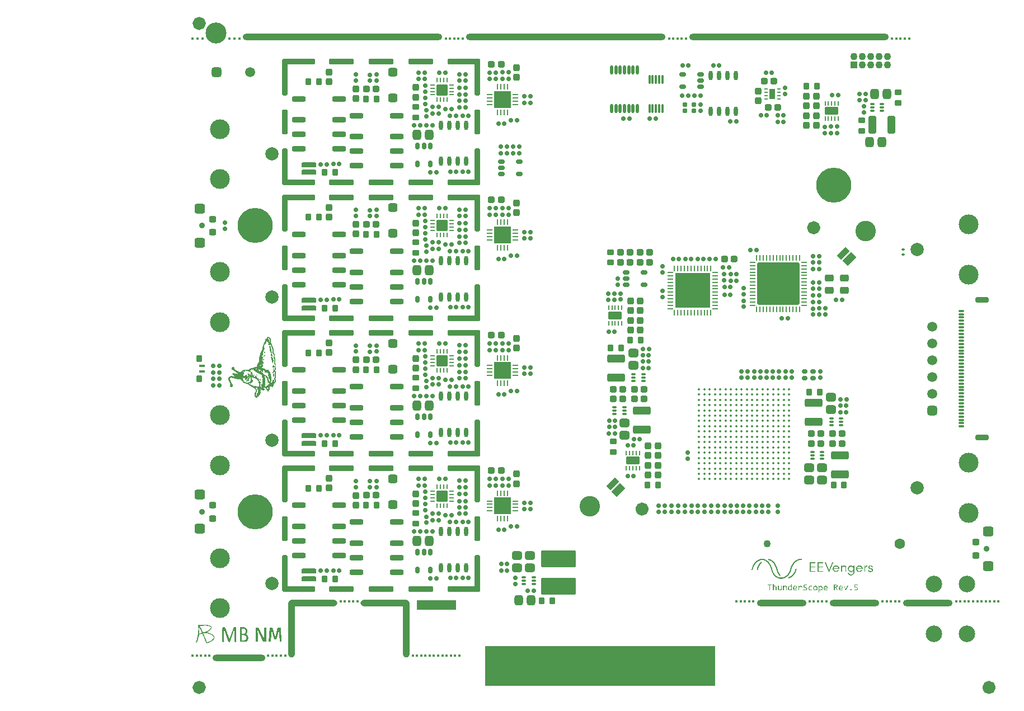
<source format=gbr>
%TF.GenerationSoftware,KiCad,Pcbnew,9.0.0*%
%TF.CreationDate,2025-04-15T16:43:57-04:00*%
%TF.ProjectId,Thunderscope_Rev5,5468756e-6465-4727-9363-6f70655f5265,rev?*%
%TF.SameCoordinates,Original*%
%TF.FileFunction,Soldermask,Top*%
%TF.FilePolarity,Negative*%
%FSLAX46Y46*%
G04 Gerber Fmt 4.6, Leading zero omitted, Abs format (unit mm)*
G04 Created by KiCad (PCBNEW 9.0.0) date 2025-04-15 16:43:57*
%MOMM*%
%LPD*%
G01*
G04 APERTURE LIST*
G04 Aperture macros list*
%AMRoundRect*
0 Rectangle with rounded corners*
0 $1 Rounding radius*
0 $2 $3 $4 $5 $6 $7 $8 $9 X,Y pos of 4 corners*
0 Add a 4 corners polygon primitive as box body*
4,1,4,$2,$3,$4,$5,$6,$7,$8,$9,$2,$3,0*
0 Add four circle primitives for the rounded corners*
1,1,$1+$1,$2,$3*
1,1,$1+$1,$4,$5*
1,1,$1+$1,$6,$7*
1,1,$1+$1,$8,$9*
0 Add four rect primitives between the rounded corners*
20,1,$1+$1,$2,$3,$4,$5,0*
20,1,$1+$1,$4,$5,$6,$7,0*
20,1,$1+$1,$6,$7,$8,$9,0*
20,1,$1+$1,$8,$9,$2,$3,0*%
G04 Aperture macros list end*
%ADD10C,0.000000*%
%ADD11C,0.312500*%
%ADD12C,0.150000*%
%ADD13C,0.275000*%
%ADD14C,1.000000*%
%ADD15C,0.100000*%
%ADD16RoundRect,0.150000X-0.150000X0.150000X-0.150000X-0.150000X0.150000X-0.150000X0.150000X0.150000X0*%
%ADD17RoundRect,0.150000X0.150000X-0.150000X0.150000X0.150000X-0.150000X0.150000X-0.150000X-0.150000X0*%
%ADD18C,0.380000*%
%ADD19C,2.000000*%
%ADD20C,3.000000*%
%ADD21RoundRect,0.160000X0.160000X-0.160000X0.160000X0.160000X-0.160000X0.160000X-0.160000X-0.160000X0*%
%ADD22RoundRect,0.200000X0.200000X2.575000X-0.200000X2.575000X-0.200000X-2.575000X0.200000X-2.575000X0*%
%ADD23RoundRect,0.200000X-0.200000X-1.700000X0.200000X-1.700000X0.200000X1.700000X-0.200000X1.700000X0*%
%ADD24RoundRect,0.200000X2.290000X-0.200000X2.290000X0.200000X-2.290000X0.200000X-2.290000X-0.200000X0*%
%ADD25RoundRect,0.200000X-2.290000X0.200000X-2.290000X-0.200000X2.290000X-0.200000X2.290000X0.200000X0*%
%ADD26RoundRect,0.200000X1.700000X-0.200000X1.700000X0.200000X-1.700000X0.200000X-1.700000X-0.200000X0*%
%ADD27RoundRect,0.200000X-1.700000X0.200000X-1.700000X-0.200000X1.700000X-0.200000X1.700000X0.200000X0*%
%ADD28RoundRect,0.200000X-0.200000X-2.575000X0.200000X-2.575000X0.200000X2.575000X-0.200000X2.575000X0*%
%ADD29RoundRect,0.200000X0.200000X1.700000X-0.200000X1.700000X-0.200000X-1.700000X0.200000X-1.700000X0*%
%ADD30RoundRect,0.062500X0.062500X0.237500X-0.062500X0.237500X-0.062500X-0.237500X0.062500X-0.237500X0*%
%ADD31RoundRect,0.060000X0.940000X0.540000X-0.940000X0.540000X-0.940000X-0.540000X0.940000X-0.540000X0*%
%ADD32RoundRect,0.160000X-0.160000X0.160000X-0.160000X-0.160000X0.160000X-0.160000X0.160000X0.160000X0*%
%ADD33RoundRect,0.062500X-0.062500X-0.237500X0.062500X-0.237500X0.062500X0.237500X-0.062500X0.237500X0*%
%ADD34RoundRect,0.060000X-0.940000X-0.540000X0.940000X-0.540000X0.940000X0.540000X-0.940000X0.540000X0*%
%ADD35RoundRect,0.225000X-0.225000X0.275000X-0.225000X-0.275000X0.225000X-0.275000X0.225000X0.275000X0*%
%ADD36RoundRect,0.237500X0.287500X-0.237500X0.287500X0.237500X-0.287500X0.237500X-0.287500X-0.237500X0*%
%ADD37RoundRect,0.190500X0.934500X0.190500X-0.934500X0.190500X-0.934500X-0.190500X0.934500X-0.190500X0*%
%ADD38RoundRect,0.150000X-0.150000X-0.150000X0.150000X-0.150000X0.150000X0.150000X-0.150000X0.150000X0*%
%ADD39RoundRect,0.237500X-0.287500X0.237500X-0.287500X-0.237500X0.287500X-0.237500X0.287500X0.237500X0*%
%ADD40RoundRect,0.200000X-0.830000X0.200000X-0.830000X-0.200000X0.830000X-0.200000X0.830000X0.200000X0*%
%ADD41RoundRect,0.225000X-0.275000X-0.225000X0.275000X-0.225000X0.275000X0.225000X-0.275000X0.225000X0*%
%ADD42RoundRect,0.160000X0.160000X0.160000X-0.160000X0.160000X-0.160000X-0.160000X0.160000X-0.160000X0*%
%ADD43RoundRect,0.325000X0.375000X0.325000X-0.375000X0.325000X-0.375000X-0.325000X0.375000X-0.325000X0*%
%ADD44RoundRect,0.062500X0.187500X-0.062500X0.187500X0.062500X-0.187500X0.062500X-0.187500X-0.062500X0*%
%ADD45RoundRect,0.045000X0.405000X-0.755000X0.405000X0.755000X-0.405000X0.755000X-0.405000X-0.755000X0*%
%ADD46RoundRect,0.375000X-0.425000X0.375000X-0.425000X-0.375000X0.425000X-0.375000X0.425000X0.375000X0*%
%ADD47C,0.900000*%
%ADD48RoundRect,0.375000X0.425000X-0.375000X0.425000X0.375000X-0.425000X0.375000X-0.425000X-0.375000X0*%
%ADD49RoundRect,0.250000X-0.275000X0.250000X-0.275000X-0.250000X0.275000X-0.250000X0.275000X0.250000X0*%
%ADD50RoundRect,0.225000X0.225000X-0.275000X0.225000X0.275000X-0.225000X0.275000X-0.225000X-0.275000X0*%
%ADD51RoundRect,0.237500X-0.237500X-0.287500X0.237500X-0.287500X0.237500X0.287500X-0.237500X0.287500X0*%
%ADD52O,0.900000X0.250000*%
%ADD53O,0.250000X0.900000*%
%ADD54R,5.280000X5.280000*%
%ADD55RoundRect,0.325000X0.325000X-0.425000X0.325000X0.425000X-0.325000X0.425000X-0.325000X-0.425000X0*%
%ADD56O,0.600000X1.450000*%
%ADD57RoundRect,0.325000X0.425000X0.325000X-0.425000X0.325000X-0.425000X-0.325000X0.425000X-0.325000X0*%
%ADD58O,30.200000X1.000000*%
%ADD59RoundRect,0.237500X0.237500X0.287500X-0.237500X0.287500X-0.237500X-0.287500X0.237500X-0.287500X0*%
%ADD60RoundRect,0.150000X0.350000X-0.150000X0.350000X0.150000X-0.350000X0.150000X-0.350000X-0.150000X0*%
%ADD61RoundRect,0.075000X0.260000X-0.075000X0.260000X0.075000X-0.260000X0.075000X-0.260000X-0.075000X0*%
%ADD62RoundRect,0.075000X-0.260000X0.075000X-0.260000X-0.075000X0.260000X-0.075000X0.260000X0.075000X0*%
%ADD63O,0.250000X0.850000*%
%ADD64O,0.850000X0.250000*%
%ADD65RoundRect,0.065000X-1.235000X1.235000X-1.235000X-1.235000X1.235000X-1.235000X1.235000X1.235000X0*%
%ADD66O,7.500000X1.000000*%
%ADD67RoundRect,0.150000X0.150000X0.150000X-0.150000X0.150000X-0.150000X-0.150000X0.150000X-0.150000X0*%
%ADD68RoundRect,0.160000X-0.160000X-0.160000X0.160000X-0.160000X0.160000X0.160000X-0.160000X0.160000X0*%
%ADD69O,0.200000X0.850000*%
%ADD70O,0.850000X0.200000*%
%ADD71RoundRect,0.160000X3.040000X-3.040000X3.040000X3.040000X-3.040000X3.040000X-3.040000X-3.040000X0*%
%ADD72RoundRect,0.325000X-0.425000X-0.325000X0.425000X-0.325000X0.425000X0.325000X-0.425000X0.325000X0*%
%ADD73RoundRect,0.150000X-0.150000X-0.350000X0.150000X-0.350000X0.150000X0.350000X-0.150000X0.350000X0*%
%ADD74RoundRect,0.307500X1.052500X0.307500X-1.052500X0.307500X-1.052500X-0.307500X1.052500X-0.307500X0*%
%ADD75RoundRect,0.275000X0.375000X0.275000X-0.375000X0.275000X-0.375000X-0.275000X0.375000X-0.275000X0*%
%ADD76RoundRect,0.275000X-0.375000X-0.275000X0.375000X-0.275000X0.375000X0.275000X-0.375000X0.275000X0*%
%ADD77R,1.090000X1.090000*%
%ADD78C,1.090000*%
%ADD79RoundRect,0.085000X-0.852064X-0.371231X-0.371231X-0.852064X0.852064X0.371231X0.371231X0.852064X0*%
%ADD80RoundRect,0.110000X-0.905097X-0.282843X-0.282843X-0.905097X0.905097X0.282843X0.282843X0.905097X0*%
%ADD81C,3.100000*%
%ADD82O,0.350000X1.400000*%
%ADD83RoundRect,0.307500X-1.052500X-0.307500X1.052500X-0.307500X1.052500X0.307500X-1.052500X0.307500X0*%
%ADD84O,7.400000X1.000000*%
%ADD85RoundRect,0.325000X-0.325000X0.425000X-0.325000X-0.425000X0.325000X-0.425000X0.325000X0.425000X0*%
%ADD86RoundRect,0.225000X0.275000X0.225000X-0.275000X0.225000X-0.275000X-0.225000X0.275000X-0.225000X0*%
%ADD87RoundRect,0.175000X0.225000X0.175000X-0.225000X0.175000X-0.225000X-0.175000X0.225000X-0.175000X0*%
%ADD88RoundRect,0.175000X-0.225000X-0.175000X0.225000X-0.175000X0.225000X0.175000X-0.225000X0.175000X0*%
%ADD89O,0.800000X0.250000*%
%ADD90O,0.250000X0.800000*%
%ADD91RoundRect,0.084000X-0.756000X-0.756000X0.756000X-0.756000X0.756000X0.756000X-0.756000X0.756000X0*%
%ADD92C,2.500000*%
%ADD93O,1.000000X8.750000*%
%ADD94RoundRect,0.150000X-0.350000X0.150000X-0.350000X-0.150000X0.350000X-0.150000X0.350000X0.150000X0*%
%ADD95RoundRect,0.075000X-0.175000X-0.075000X0.175000X-0.075000X0.175000X0.075000X-0.175000X0.075000X0*%
%ADD96RoundRect,0.307500X0.307500X-1.052500X0.307500X1.052500X-0.307500X1.052500X-0.307500X-1.052500X0*%
%ADD97O,8.000000X1.000000*%
%ADD98R,0.700000X4.200000*%
%ADD99R,0.700000X3.200000*%
%ADD100RoundRect,0.250000X0.275000X-0.250000X0.275000X0.250000X-0.275000X0.250000X-0.275000X-0.250000X0*%
%ADD101RoundRect,0.255400X2.396600X-1.021600X2.396600X1.021600X-2.396600X1.021600X-2.396600X-1.021600X0*%
%ADD102RoundRect,0.075000X0.350000X-0.075000X0.350000X0.075000X-0.350000X0.075000X-0.350000X-0.075000X0*%
%ADD103RoundRect,0.200000X0.800000X-0.200000X0.800000X0.200000X-0.800000X0.200000X-0.800000X-0.200000X0*%
%ADD104C,0.350000*%
%ADD105C,3.180000*%
%ADD106RoundRect,0.375000X-0.375000X-0.375000X0.375000X-0.375000X0.375000X0.375000X-0.375000X0.375000X0*%
%ADD107C,1.500000*%
%ADD108O,0.450000X1.400000*%
%ADD109RoundRect,0.135000X0.315000X-0.365000X0.315000X0.365000X-0.315000X0.365000X-0.315000X-0.365000X0*%
%ADD110RoundRect,0.060000X0.340000X-0.140000X0.340000X0.140000X-0.340000X0.140000X-0.340000X-0.140000X0*%
%ADD111RoundRect,0.160000X0.190000X-0.160000X0.190000X0.160000X-0.190000X0.160000X-0.190000X-0.160000X0*%
%ADD112C,5.300000*%
%ADD113RoundRect,0.375000X0.375000X-0.375000X0.375000X0.375000X-0.375000X0.375000X-0.375000X-0.375000X0*%
%ADD114C,1.092200*%
%ADD115C,1.600200*%
G04 APERTURE END LIST*
D10*
G36*
X189558725Y-136843780D02*
G01*
X189571765Y-136843780D01*
X189571765Y-136847030D01*
X189591345Y-136847030D01*
X189591345Y-136850300D01*
X189597865Y-136850300D01*
X189597865Y-136853560D01*
X189610915Y-136853560D01*
X189610915Y-136856820D01*
X189617435Y-136856820D01*
X189617435Y-136860080D01*
X189620695Y-136860080D01*
X189620695Y-136863350D01*
X189620695Y-136866610D01*
X189620695Y-137052530D01*
X189614175Y-137052530D01*
X189614175Y-137049260D01*
X189610915Y-137049260D01*
X189610915Y-137046000D01*
X189607645Y-137046000D01*
X189607645Y-137042740D01*
X189601125Y-137042740D01*
X189601125Y-137039480D01*
X189597865Y-137039480D01*
X189597865Y-137036220D01*
X189594605Y-137036220D01*
X189594605Y-137032960D01*
X189584815Y-137032960D01*
X189584815Y-137029690D01*
X189581555Y-137029690D01*
X189581555Y-137026430D01*
X189575035Y-137026430D01*
X189575035Y-137023170D01*
X189568505Y-137023170D01*
X189568505Y-137019910D01*
X189558725Y-137019910D01*
X189558725Y-137016650D01*
X189545675Y-137016650D01*
X189545675Y-137013390D01*
X189535895Y-137013390D01*
X189535895Y-137010120D01*
X189477185Y-137010120D01*
X189477185Y-137013390D01*
X189467395Y-137013390D01*
X189467395Y-137016650D01*
X189454355Y-137016650D01*
X189454355Y-137019910D01*
X189444565Y-137019910D01*
X189444565Y-137023170D01*
X189438045Y-137023170D01*
X189438045Y-137026430D01*
X189428255Y-137026430D01*
X189428255Y-137029690D01*
X189424995Y-137029690D01*
X189424995Y-137032960D01*
X189418475Y-137032960D01*
X189418475Y-137036220D01*
X189415205Y-137036220D01*
X189415205Y-137039480D01*
X189408685Y-137039480D01*
X189408685Y-137042740D01*
X189405425Y-137042740D01*
X189405425Y-137046000D01*
X189402155Y-137046000D01*
X189402155Y-137049260D01*
X189395645Y-137049260D01*
X189395645Y-137052530D01*
X189392375Y-137052530D01*
X189392375Y-137055790D01*
X189389115Y-137055790D01*
X189389115Y-137059050D01*
X189385855Y-137059050D01*
X189385855Y-137062310D01*
X189382595Y-137062310D01*
X189382595Y-137065570D01*
X189379335Y-137065570D01*
X189379335Y-137068840D01*
X189376065Y-137068840D01*
X189376065Y-137072100D01*
X189372805Y-137072100D01*
X189372805Y-137075360D01*
X189369545Y-137075360D01*
X189369545Y-137081880D01*
X189366275Y-137081880D01*
X189366275Y-137085140D01*
X189363025Y-137085140D01*
X189363025Y-137088410D01*
X189359755Y-137088410D01*
X189359755Y-137094920D01*
X189356505Y-137094920D01*
X189356505Y-137098190D01*
X189353235Y-137098190D01*
X189353235Y-137104720D01*
X189349975Y-137104720D01*
X189349975Y-137107980D01*
X189346715Y-137107980D01*
X189346715Y-137114500D01*
X189343445Y-137114500D01*
X189343445Y-137117760D01*
X189340195Y-137117760D01*
X189340195Y-137124290D01*
X189336925Y-137124290D01*
X189336925Y-137130810D01*
X189333665Y-137130810D01*
X189333665Y-137134070D01*
X189330405Y-137134070D01*
X189330405Y-137143850D01*
X189327145Y-137143850D01*
X189327145Y-137147110D01*
X189323885Y-137147110D01*
X189323885Y-137156900D01*
X189320625Y-137156900D01*
X189320625Y-137160160D01*
X189317355Y-137160160D01*
X189317355Y-137166680D01*
X189314095Y-137166680D01*
X189314095Y-137176470D01*
X189310835Y-137176470D01*
X189310835Y-137182990D01*
X189307575Y-137182990D01*
X189307575Y-137196040D01*
X189304315Y-137196040D01*
X189304315Y-137202570D01*
X189301045Y-137202570D01*
X189301045Y-137215610D01*
X189297785Y-137215610D01*
X189297785Y-137228660D01*
X189294525Y-137228660D01*
X189294525Y-137238440D01*
X189291265Y-137238440D01*
X189291265Y-137261280D01*
X189288005Y-137261280D01*
X189288005Y-137277580D01*
X189284745Y-137277580D01*
X189284745Y-137809240D01*
X189281475Y-137809240D01*
X189281475Y-137812500D01*
X189137965Y-137812500D01*
X189137965Y-137809240D01*
X189134695Y-137809240D01*
X189134695Y-137805980D01*
X189131445Y-137805980D01*
X189131445Y-136863350D01*
X189134695Y-136863350D01*
X189134695Y-136860080D01*
X189281475Y-136860080D01*
X189281475Y-136863350D01*
X189284745Y-136863350D01*
X189284745Y-137026430D01*
X189291265Y-137026430D01*
X189291265Y-137010120D01*
X189294525Y-137010120D01*
X189294525Y-137003600D01*
X189297785Y-137003600D01*
X189297785Y-136997080D01*
X189301045Y-136997080D01*
X189301045Y-136990560D01*
X189304315Y-136990560D01*
X189304315Y-136984030D01*
X189307575Y-136984030D01*
X189307575Y-136977500D01*
X189310835Y-136977500D01*
X189310835Y-136974240D01*
X189314095Y-136974240D01*
X189314095Y-136967720D01*
X189317355Y-136967720D01*
X189317355Y-136961200D01*
X189320625Y-136961200D01*
X189320625Y-136957940D01*
X189323885Y-136957940D01*
X189323885Y-136951410D01*
X189327145Y-136951410D01*
X189327145Y-136948150D01*
X189330405Y-136948150D01*
X189330405Y-136941630D01*
X189333665Y-136941630D01*
X189333665Y-136938360D01*
X189336925Y-136938360D01*
X189336925Y-136935110D01*
X189340195Y-136935110D01*
X189340195Y-136928580D01*
X189343445Y-136928580D01*
X189343445Y-136925320D01*
X189346715Y-136925320D01*
X189346715Y-136922060D01*
X189349975Y-136922060D01*
X189349975Y-136918790D01*
X189353235Y-136918790D01*
X189353235Y-136912270D01*
X189356505Y-136912270D01*
X189356505Y-136909020D01*
X189359755Y-136909020D01*
X189359755Y-136905750D01*
X189363025Y-136905750D01*
X189363025Y-136902490D01*
X189366275Y-136902490D01*
X189366275Y-136899230D01*
X189372805Y-136899230D01*
X189372805Y-136895960D01*
X189376065Y-136895960D01*
X189376065Y-136892700D01*
X189379335Y-136892700D01*
X189379335Y-136889440D01*
X189382595Y-136889440D01*
X189382595Y-136886180D01*
X189389115Y-136886180D01*
X189389115Y-136882910D01*
X189392375Y-136882910D01*
X189392375Y-136879660D01*
X189395645Y-136879660D01*
X189395645Y-136876390D01*
X189402155Y-136876390D01*
X189402155Y-136873130D01*
X189405425Y-136873130D01*
X189405425Y-136869870D01*
X189411945Y-136869870D01*
X189411945Y-136866610D01*
X189418475Y-136866610D01*
X189418475Y-136863350D01*
X189424995Y-136863350D01*
X189424995Y-136860080D01*
X189431515Y-136860080D01*
X189431515Y-136856820D01*
X189438045Y-136856820D01*
X189438045Y-136853560D01*
X189451095Y-136853560D01*
X189451095Y-136850300D01*
X189457605Y-136850300D01*
X189457605Y-136847030D01*
X189473915Y-136847030D01*
X189473915Y-136843780D01*
X189490225Y-136843780D01*
X189490225Y-136840510D01*
X189558725Y-136840510D01*
X189558725Y-136843780D01*
G37*
G36*
X190106685Y-136840510D02*
G01*
X190136055Y-136840510D01*
X190136055Y-136843780D01*
X190158885Y-136843780D01*
X190158885Y-136847030D01*
X190181705Y-136847030D01*
X190181705Y-136850300D01*
X190191495Y-136850300D01*
X190191495Y-136853560D01*
X190207805Y-136853560D01*
X190207805Y-136856820D01*
X190214325Y-136856820D01*
X190214325Y-136860080D01*
X190227365Y-136860080D01*
X190227365Y-136863350D01*
X190237155Y-136863350D01*
X190237155Y-136866610D01*
X190243685Y-136866610D01*
X190243685Y-136869870D01*
X190253475Y-136869870D01*
X190253475Y-136873130D01*
X190259995Y-136873130D01*
X190259995Y-136876390D01*
X190269785Y-136876390D01*
X190269785Y-136879660D01*
X190273035Y-136879660D01*
X190273035Y-136882910D01*
X190279565Y-136882910D01*
X190279565Y-136886180D01*
X190286085Y-136886180D01*
X190286085Y-136889440D01*
X190289345Y-136889440D01*
X190289345Y-136892700D01*
X190299125Y-136892700D01*
X190299125Y-136895960D01*
X190302395Y-136895960D01*
X190302395Y-136899230D01*
X190308915Y-136899230D01*
X190308915Y-136902490D01*
X190312185Y-136902490D01*
X190312185Y-136905750D01*
X190315445Y-136905750D01*
X190315445Y-136909020D01*
X190321965Y-136909020D01*
X190321965Y-136912270D01*
X190325225Y-136912270D01*
X190325225Y-136915540D01*
X190328485Y-136915540D01*
X190328485Y-136918790D01*
X190331745Y-136918790D01*
X190331745Y-136922060D01*
X190335015Y-136922060D01*
X190335015Y-136925320D01*
X190338275Y-136925320D01*
X190338275Y-136928580D01*
X190341535Y-136928580D01*
X190341535Y-136931840D01*
X190344795Y-136931840D01*
X190344795Y-136935110D01*
X190348055Y-136935110D01*
X190348055Y-136938360D01*
X190351315Y-136938360D01*
X190351315Y-136941630D01*
X190354585Y-136941630D01*
X190354585Y-136948150D01*
X190357845Y-136948150D01*
X190357845Y-136951410D01*
X190361105Y-136951410D01*
X190361105Y-136954670D01*
X190364365Y-136954670D01*
X190364365Y-136961200D01*
X190367625Y-136961200D01*
X190367625Y-136964460D01*
X190370895Y-136964460D01*
X190370895Y-136970980D01*
X190374155Y-136970980D01*
X190374155Y-136974240D01*
X190377415Y-136974240D01*
X190377415Y-136980770D01*
X190380675Y-136980770D01*
X190380675Y-136987290D01*
X190383935Y-136987290D01*
X190383935Y-136990560D01*
X190387195Y-136990560D01*
X190387195Y-137000340D01*
X190390455Y-137000340D01*
X190390455Y-137006870D01*
X190393725Y-137006870D01*
X190393725Y-137013390D01*
X190396985Y-137013390D01*
X190396985Y-137023170D01*
X190400235Y-137023170D01*
X190400235Y-137029690D01*
X190403505Y-137029690D01*
X190403505Y-137042740D01*
X190406765Y-137042740D01*
X190406765Y-137049260D01*
X190410025Y-137049260D01*
X190410025Y-137059050D01*
X190413295Y-137059050D01*
X190413295Y-137072100D01*
X190416555Y-137072100D01*
X190416555Y-137081880D01*
X190419815Y-137081880D01*
X190419815Y-137094920D01*
X190413295Y-137094920D01*
X190413295Y-137098190D01*
X190410025Y-137098190D01*
X190410025Y-137094920D01*
X190256725Y-137094920D01*
X190256725Y-137085140D01*
X190253475Y-137085140D01*
X190253475Y-137075360D01*
X190250205Y-137075360D01*
X190250205Y-137068840D01*
X190246945Y-137068840D01*
X190246945Y-137059050D01*
X190243685Y-137059050D01*
X190243685Y-137055790D01*
X190240425Y-137055790D01*
X190240425Y-137046000D01*
X190237155Y-137046000D01*
X190237155Y-137042740D01*
X190233895Y-137042740D01*
X190233895Y-137036220D01*
X190230635Y-137036220D01*
X190230635Y-137029690D01*
X190227365Y-137029690D01*
X190227365Y-137026430D01*
X190224115Y-137026430D01*
X190224115Y-137023170D01*
X190220855Y-137023170D01*
X190220855Y-137019910D01*
X190217585Y-137019910D01*
X190217585Y-137013390D01*
X190214325Y-137013390D01*
X190214325Y-137010120D01*
X190211065Y-137010120D01*
X190211065Y-137006870D01*
X190207805Y-137006870D01*
X190207805Y-137003600D01*
X190201275Y-137003600D01*
X190201275Y-137000340D01*
X190198015Y-137000340D01*
X190198015Y-136997080D01*
X190194755Y-136997080D01*
X190194755Y-136993810D01*
X190188235Y-136993810D01*
X190188235Y-136990560D01*
X190184975Y-136990560D01*
X190184975Y-136987290D01*
X190175185Y-136987290D01*
X190175185Y-136984030D01*
X190168665Y-136984030D01*
X190168665Y-136980770D01*
X190162135Y-136980770D01*
X190162135Y-136977500D01*
X190149095Y-136977500D01*
X190149095Y-136974240D01*
X190142565Y-136974240D01*
X190142565Y-136970980D01*
X190122995Y-136970980D01*
X190122995Y-136967720D01*
X190109955Y-136967720D01*
X190109955Y-136964460D01*
X190021885Y-136964460D01*
X190021885Y-136967720D01*
X190008845Y-136967720D01*
X190008845Y-136970980D01*
X189992535Y-136970980D01*
X189992535Y-136974240D01*
X189982745Y-136974240D01*
X189982745Y-136977500D01*
X189972965Y-136977500D01*
X189972965Y-136980770D01*
X189966435Y-136980770D01*
X189966435Y-136984030D01*
X189959915Y-136984030D01*
X189959915Y-136987290D01*
X189953385Y-136987290D01*
X189953385Y-136990560D01*
X189946865Y-136990560D01*
X189946865Y-136993810D01*
X189940345Y-136993810D01*
X189940345Y-136997080D01*
X189937085Y-136997080D01*
X189937085Y-137000340D01*
X189933815Y-137000340D01*
X189933815Y-137003600D01*
X189927295Y-137003600D01*
X189927295Y-137006870D01*
X189924035Y-137006870D01*
X189924035Y-137010120D01*
X189920775Y-137010120D01*
X189920775Y-137013390D01*
X189917505Y-137013390D01*
X189917505Y-137016650D01*
X189914245Y-137016650D01*
X189914245Y-137019910D01*
X189910985Y-137019910D01*
X189910985Y-137026430D01*
X189907725Y-137026430D01*
X189907725Y-137029690D01*
X189904465Y-137029690D01*
X189904465Y-137036220D01*
X189901205Y-137036220D01*
X189901205Y-137042740D01*
X189897935Y-137042740D01*
X189897935Y-137049260D01*
X189894685Y-137049260D01*
X189894685Y-137068840D01*
X189891415Y-137068840D01*
X189891415Y-137111240D01*
X189894685Y-137111240D01*
X189894685Y-137134070D01*
X189897935Y-137134070D01*
X189897935Y-137137330D01*
X189897935Y-137140590D01*
X189901205Y-137140590D01*
X189901205Y-137150370D01*
X189904465Y-137150370D01*
X189904465Y-137153640D01*
X189907725Y-137153640D01*
X189907725Y-137160160D01*
X189910985Y-137160160D01*
X189910985Y-137163430D01*
X189914245Y-137163430D01*
X189914245Y-137166680D01*
X189917505Y-137166680D01*
X189917505Y-137173210D01*
X189924035Y-137173210D01*
X189924035Y-137176470D01*
X189927295Y-137176470D01*
X189927295Y-137179740D01*
X189930565Y-137179740D01*
X189930565Y-137182990D01*
X189933815Y-137182990D01*
X189933815Y-137186250D01*
X189937085Y-137186250D01*
X189937085Y-137189520D01*
X189943605Y-137189520D01*
X189943605Y-137192780D01*
X189950135Y-137192780D01*
X189950135Y-137196040D01*
X189953385Y-137196040D01*
X189953385Y-137199300D01*
X189959915Y-137199300D01*
X189959915Y-137202570D01*
X189966435Y-137202570D01*
X189966435Y-137205830D01*
X189976225Y-137205830D01*
X189976225Y-137209090D01*
X189979475Y-137209090D01*
X189979475Y-137212350D01*
X189989265Y-137212350D01*
X189989265Y-137215610D01*
X189995795Y-137215610D01*
X189995795Y-137218870D01*
X190002315Y-137218870D01*
X190002315Y-137222130D01*
X190012105Y-137222130D01*
X190012105Y-137225400D01*
X190018615Y-137225400D01*
X190018615Y-137228660D01*
X190031675Y-137228660D01*
X190031675Y-137231920D01*
X190038195Y-137231920D01*
X190038195Y-137235190D01*
X190047985Y-137235190D01*
X190047985Y-137238440D01*
X190061025Y-137238440D01*
X190061025Y-137241700D01*
X190070815Y-137241700D01*
X190070815Y-137244960D01*
X190087115Y-137244960D01*
X190087115Y-137248230D01*
X190093645Y-137248230D01*
X190093645Y-137251490D01*
X190109955Y-137251490D01*
X190109955Y-137254750D01*
X190119735Y-137254750D01*
X190119735Y-137258010D01*
X190129525Y-137258010D01*
X190129525Y-137261280D01*
X190149095Y-137261280D01*
X190149095Y-137264540D01*
X190158885Y-137264540D01*
X190158885Y-137267790D01*
X190175185Y-137267790D01*
X190175185Y-137271060D01*
X190188235Y-137271060D01*
X190188235Y-137274320D01*
X190201275Y-137274320D01*
X190201275Y-137277580D01*
X190214325Y-137277580D01*
X190214325Y-137280850D01*
X190220855Y-137280850D01*
X190220855Y-137284110D01*
X190237155Y-137284110D01*
X190237155Y-137287370D01*
X190243685Y-137287370D01*
X190243685Y-137290630D01*
X190253475Y-137290630D01*
X190253475Y-137293890D01*
X190263245Y-137293890D01*
X190263245Y-137297160D01*
X190269785Y-137297160D01*
X190269785Y-137300420D01*
X190282825Y-137300420D01*
X190282825Y-137303680D01*
X190286085Y-137303680D01*
X190286085Y-137306940D01*
X190295865Y-137306940D01*
X190295865Y-137310200D01*
X190302395Y-137310200D01*
X190302395Y-137313460D01*
X190308915Y-137313460D01*
X190308915Y-137316730D01*
X190318695Y-137316730D01*
X190318695Y-137319990D01*
X190321965Y-137319990D01*
X190321965Y-137323250D01*
X190331745Y-137323250D01*
X190331745Y-137326510D01*
X190335015Y-137326510D01*
X190335015Y-137329770D01*
X190341535Y-137329770D01*
X190341535Y-137333030D01*
X190344795Y-137333030D01*
X190344795Y-137336300D01*
X190351315Y-137336300D01*
X190351315Y-137339560D01*
X190357845Y-137339560D01*
X190357845Y-137342820D01*
X190361105Y-137342820D01*
X190361105Y-137346080D01*
X190364365Y-137346080D01*
X190364365Y-137349340D01*
X190370895Y-137349340D01*
X190370895Y-137352610D01*
X190374155Y-137352610D01*
X190374155Y-137355860D01*
X190377415Y-137355860D01*
X190377415Y-137359120D01*
X190380675Y-137359120D01*
X190380675Y-137362390D01*
X190383935Y-137362390D01*
X190383935Y-137365650D01*
X190387195Y-137365650D01*
X190387195Y-137368910D01*
X190390455Y-137368910D01*
X190390455Y-137372170D01*
X190393725Y-137372170D01*
X190393725Y-137375430D01*
X190396985Y-137375430D01*
X190396985Y-137378700D01*
X190400235Y-137378700D01*
X190400235Y-137381960D01*
X190403505Y-137381960D01*
X190403505Y-137385220D01*
X190406765Y-137385220D01*
X190406765Y-137388480D01*
X190410025Y-137388480D01*
X190410025Y-137395000D01*
X190413295Y-137395000D01*
X190413295Y-137398270D01*
X190416555Y-137398270D01*
X190416555Y-137401530D01*
X190419815Y-137401530D01*
X190419815Y-137408050D01*
X190423075Y-137408050D01*
X190423075Y-137411310D01*
X190426345Y-137411310D01*
X190426345Y-137417840D01*
X190429605Y-137417840D01*
X190429605Y-137424360D01*
X190432865Y-137424360D01*
X190432865Y-137430880D01*
X190436125Y-137430880D01*
X190436125Y-137437410D01*
X190439385Y-137437410D01*
X190439385Y-137443920D01*
X190442645Y-137443920D01*
X190442645Y-137456980D01*
X190445905Y-137456980D01*
X190445905Y-137463500D01*
X190449175Y-137463500D01*
X190449175Y-137476550D01*
X190452435Y-137476550D01*
X190452435Y-137492860D01*
X190455695Y-137492860D01*
X190455695Y-137512420D01*
X190458955Y-137512420D01*
X190458955Y-137574400D01*
X190455695Y-137574400D01*
X190455695Y-137593970D01*
X190452435Y-137593970D01*
X190452435Y-137613540D01*
X190449175Y-137613540D01*
X190449175Y-137626590D01*
X190445905Y-137626590D01*
X190445905Y-137636370D01*
X190442645Y-137636370D01*
X190442645Y-137649420D01*
X190439385Y-137649420D01*
X190439385Y-137655940D01*
X190436125Y-137655940D01*
X190436125Y-137665730D01*
X190432865Y-137665730D01*
X190432865Y-137672250D01*
X190429605Y-137672250D01*
X190429605Y-137675510D01*
X190426345Y-137675510D01*
X190426345Y-137685300D01*
X190423075Y-137685300D01*
X190423075Y-137688560D01*
X190419815Y-137688560D01*
X190419815Y-137695080D01*
X190416555Y-137695080D01*
X190416555Y-137698340D01*
X190413295Y-137698340D01*
X190413295Y-137704870D01*
X190410025Y-137704870D01*
X190410025Y-137708130D01*
X190406765Y-137708130D01*
X190406765Y-137711390D01*
X190403505Y-137711390D01*
X190403505Y-137717920D01*
X190400235Y-137717920D01*
X190400235Y-137721170D01*
X190396985Y-137721170D01*
X190396985Y-137724440D01*
X190393725Y-137724440D01*
X190393725Y-137727700D01*
X190390455Y-137727700D01*
X190390455Y-137730960D01*
X190387195Y-137730960D01*
X190387195Y-137737490D01*
X190380675Y-137737490D01*
X190380675Y-137740750D01*
X190377415Y-137740750D01*
X190377415Y-137744010D01*
X190374155Y-137744010D01*
X190374155Y-137747270D01*
X190370895Y-137747270D01*
X190370895Y-137750530D01*
X190367625Y-137750530D01*
X190367625Y-137753800D01*
X190361105Y-137753800D01*
X190361105Y-137757050D01*
X190357845Y-137757050D01*
X190357845Y-137760320D01*
X190354585Y-137760320D01*
X190354585Y-137763580D01*
X190348055Y-137763580D01*
X190348055Y-137766840D01*
X190344795Y-137766840D01*
X190344795Y-137770100D01*
X190338275Y-137770100D01*
X190338275Y-137773360D01*
X190335015Y-137773360D01*
X190335015Y-137776620D01*
X190328485Y-137776620D01*
X190328485Y-137779890D01*
X190325225Y-137779890D01*
X190325225Y-137783150D01*
X190318695Y-137783150D01*
X190318695Y-137786410D01*
X190312185Y-137786410D01*
X190312185Y-137789670D01*
X190305655Y-137789670D01*
X190305655Y-137792930D01*
X190295865Y-137792930D01*
X190295865Y-137796190D01*
X190292605Y-137796190D01*
X190292605Y-137799460D01*
X190282825Y-137799460D01*
X190282825Y-137802720D01*
X190276305Y-137802720D01*
X190276305Y-137805980D01*
X190269785Y-137805980D01*
X190269785Y-137809240D01*
X190256725Y-137809240D01*
X190256725Y-137812500D01*
X190250205Y-137812500D01*
X190250205Y-137815770D01*
X190233895Y-137815770D01*
X190233895Y-137819030D01*
X190227365Y-137819030D01*
X190227365Y-137822290D01*
X190214325Y-137822290D01*
X190214325Y-137825550D01*
X190198015Y-137825550D01*
X190198015Y-137828810D01*
X190188235Y-137828810D01*
X190188235Y-137832080D01*
X190162135Y-137832080D01*
X190162135Y-137835340D01*
X190142565Y-137835340D01*
X190142565Y-137838600D01*
X190018615Y-137838600D01*
X190018615Y-137835340D01*
X189995795Y-137835340D01*
X189995795Y-137832080D01*
X189969695Y-137832080D01*
X189969695Y-137828810D01*
X189956655Y-137828810D01*
X189956655Y-137825550D01*
X189943605Y-137825550D01*
X189943605Y-137822290D01*
X189930565Y-137822290D01*
X189930565Y-137819030D01*
X189920775Y-137819030D01*
X189920775Y-137815770D01*
X189907725Y-137815770D01*
X189907725Y-137812500D01*
X189904465Y-137812500D01*
X189904465Y-137809240D01*
X189891415Y-137809240D01*
X189891415Y-137805980D01*
X189884895Y-137805980D01*
X189884895Y-137802720D01*
X189878365Y-137802720D01*
X189878365Y-137799460D01*
X189868595Y-137799460D01*
X189868595Y-137796190D01*
X189865325Y-137796190D01*
X189865325Y-137792930D01*
X189858805Y-137792930D01*
X189858805Y-137789670D01*
X189852285Y-137789670D01*
X189852285Y-137786410D01*
X189845755Y-137786410D01*
X189845755Y-137783150D01*
X189842495Y-137783150D01*
X189842495Y-137779890D01*
X189839235Y-137779890D01*
X189839235Y-137776620D01*
X189832705Y-137776620D01*
X189832705Y-137773360D01*
X189829445Y-137773360D01*
X189829445Y-137770100D01*
X189822925Y-137770100D01*
X189822925Y-137766840D01*
X189819655Y-137766840D01*
X189819655Y-137763580D01*
X189816405Y-137763580D01*
X189816405Y-137760320D01*
X189809875Y-137760320D01*
X189809875Y-137757050D01*
X189806615Y-137757050D01*
X189806615Y-137753800D01*
X189803355Y-137753800D01*
X189803355Y-137750530D01*
X189800085Y-137750530D01*
X189800085Y-137747270D01*
X189796825Y-137747270D01*
X189796825Y-137744010D01*
X189793565Y-137744010D01*
X189793565Y-137740750D01*
X189790305Y-137740750D01*
X189790305Y-137737490D01*
X189787045Y-137737490D01*
X189787045Y-137734220D01*
X189783775Y-137734220D01*
X189783775Y-137730960D01*
X189780515Y-137730960D01*
X189780515Y-137727700D01*
X189777255Y-137727700D01*
X189777255Y-137724440D01*
X189773995Y-137724440D01*
X189773995Y-137721170D01*
X189770735Y-137721170D01*
X189770735Y-137714660D01*
X189767475Y-137714660D01*
X189767475Y-137711390D01*
X189764215Y-137711390D01*
X189764215Y-137708130D01*
X189760945Y-137708130D01*
X189760945Y-137701610D01*
X189757695Y-137701610D01*
X189757695Y-137698340D01*
X189754425Y-137698340D01*
X189754425Y-137691820D01*
X189751165Y-137691820D01*
X189751165Y-137685300D01*
X189747905Y-137685300D01*
X189747905Y-137682040D01*
X189744645Y-137682040D01*
X189744645Y-137675510D01*
X189741385Y-137675510D01*
X189741385Y-137668990D01*
X189738115Y-137668990D01*
X189738115Y-137659200D01*
X189734855Y-137659200D01*
X189734855Y-137655940D01*
X189731595Y-137655940D01*
X189731595Y-137646160D01*
X189728335Y-137646160D01*
X189728335Y-137639630D01*
X189725075Y-137639630D01*
X189725075Y-137633110D01*
X189721815Y-137633110D01*
X189721815Y-137620070D01*
X189718555Y-137620070D01*
X189718555Y-137613540D01*
X189715285Y-137613540D01*
X189715285Y-137600490D01*
X189712025Y-137600490D01*
X189712025Y-137590710D01*
X189708765Y-137590710D01*
X189708765Y-137577660D01*
X189705505Y-137577660D01*
X189705505Y-137561350D01*
X189702235Y-137561350D01*
X189702235Y-137548300D01*
X189705505Y-137548300D01*
X189705505Y-137545040D01*
X189858805Y-137545040D01*
X189858805Y-137548300D01*
X189862055Y-137548300D01*
X189862055Y-137554830D01*
X189865325Y-137554830D01*
X189865325Y-137564610D01*
X189868595Y-137564610D01*
X189868595Y-137574400D01*
X189871845Y-137574400D01*
X189871845Y-137584180D01*
X189875105Y-137584180D01*
X189875105Y-137590710D01*
X189878365Y-137590710D01*
X189878365Y-137600490D01*
X189881635Y-137600490D01*
X189881635Y-137607020D01*
X189884895Y-137607020D01*
X189884895Y-137610280D01*
X189888155Y-137610280D01*
X189888155Y-137620070D01*
X189891415Y-137620070D01*
X189891415Y-137623320D01*
X189894685Y-137623320D01*
X189894685Y-137629850D01*
X189897935Y-137629850D01*
X189897935Y-137633110D01*
X189901205Y-137633110D01*
X189901205Y-137639630D01*
X189904465Y-137639630D01*
X189904465Y-137642900D01*
X189907725Y-137642900D01*
X189907725Y-137646160D01*
X189910985Y-137646160D01*
X189910985Y-137649420D01*
X189914245Y-137649420D01*
X189914245Y-137652680D01*
X189917505Y-137652680D01*
X189917505Y-137655940D01*
X189920775Y-137655940D01*
X189920775Y-137659200D01*
X189924035Y-137659200D01*
X189924035Y-137662460D01*
X189927295Y-137662460D01*
X189927295Y-137665730D01*
X189930565Y-137665730D01*
X189930565Y-137668990D01*
X189933815Y-137668990D01*
X189933815Y-137672250D01*
X189937085Y-137672250D01*
X189937085Y-137675510D01*
X189943605Y-137675510D01*
X189943605Y-137678770D01*
X189950135Y-137678770D01*
X189950135Y-137682040D01*
X189956655Y-137682040D01*
X189956655Y-137685300D01*
X189959915Y-137685300D01*
X189959915Y-137688560D01*
X189966435Y-137688560D01*
X189966435Y-137691820D01*
X189976225Y-137691820D01*
X189976225Y-137695080D01*
X189979475Y-137695080D01*
X189979475Y-137698340D01*
X189992535Y-137698340D01*
X189992535Y-137701610D01*
X190002315Y-137701610D01*
X190002315Y-137704870D01*
X190015365Y-137704870D01*
X190015365Y-137708130D01*
X190034925Y-137708130D01*
X190034925Y-137711390D01*
X190051245Y-137711390D01*
X190051245Y-137714660D01*
X190132785Y-137714660D01*
X190132785Y-137711390D01*
X190152355Y-137711390D01*
X190152355Y-137708130D01*
X190171925Y-137708130D01*
X190171925Y-137704870D01*
X190184975Y-137704870D01*
X190184975Y-137701610D01*
X190194755Y-137701610D01*
X190194755Y-137698340D01*
X190207805Y-137698340D01*
X190207805Y-137695080D01*
X190211065Y-137695080D01*
X190211065Y-137691820D01*
X190220855Y-137691820D01*
X190220855Y-137688560D01*
X190227365Y-137688560D01*
X190227365Y-137685300D01*
X190233895Y-137685300D01*
X190233895Y-137682040D01*
X190237155Y-137682040D01*
X190237155Y-137678770D01*
X190240425Y-137678770D01*
X190240425Y-137675510D01*
X190246945Y-137675510D01*
X190246945Y-137672250D01*
X190250205Y-137672250D01*
X190250205Y-137668990D01*
X190253475Y-137668990D01*
X190253475Y-137665730D01*
X190256725Y-137665730D01*
X190256725Y-137662460D01*
X190259995Y-137662460D01*
X190259995Y-137659200D01*
X190263245Y-137659200D01*
X190263245Y-137655940D01*
X190266515Y-137655940D01*
X190266515Y-137652680D01*
X190269785Y-137652680D01*
X190269785Y-137649420D01*
X190273035Y-137649420D01*
X190273035Y-137642900D01*
X190276305Y-137642900D01*
X190276305Y-137639630D01*
X190279565Y-137639630D01*
X190279565Y-137633110D01*
X190282825Y-137633110D01*
X190282825Y-137626590D01*
X190286085Y-137626590D01*
X190286085Y-137616800D01*
X190289345Y-137616800D01*
X190289345Y-137610280D01*
X190292605Y-137610280D01*
X190292605Y-137593970D01*
X190295865Y-137593970D01*
X190295865Y-137535260D01*
X190292605Y-137535260D01*
X190292605Y-137522210D01*
X190289345Y-137522210D01*
X190289345Y-137515690D01*
X190286085Y-137515690D01*
X190286085Y-137509170D01*
X190282825Y-137509170D01*
X190282825Y-137502650D01*
X190279565Y-137502650D01*
X190279565Y-137499380D01*
X190276305Y-137499380D01*
X190276305Y-137492860D01*
X190273035Y-137492860D01*
X190273035Y-137489590D01*
X190269785Y-137489590D01*
X190269785Y-137486340D01*
X190266515Y-137486340D01*
X190266515Y-137483070D01*
X190263245Y-137483070D01*
X190263245Y-137479810D01*
X190259995Y-137479810D01*
X190259995Y-137476550D01*
X190256725Y-137476550D01*
X190256725Y-137473280D01*
X190253475Y-137473280D01*
X190253475Y-137470030D01*
X190246945Y-137470030D01*
X190246945Y-137466760D01*
X190243685Y-137466760D01*
X190243685Y-137463500D01*
X190240425Y-137463500D01*
X190240425Y-137460240D01*
X190237155Y-137460240D01*
X190237155Y-137456980D01*
X190230635Y-137456980D01*
X190230635Y-137453710D01*
X190224115Y-137453710D01*
X190224115Y-137450450D01*
X190217585Y-137450450D01*
X190217585Y-137447200D01*
X190211065Y-137447200D01*
X190211065Y-137443920D01*
X190207805Y-137443920D01*
X190207805Y-137440670D01*
X190198015Y-137440670D01*
X190198015Y-137437410D01*
X190194755Y-137437410D01*
X190194755Y-137434150D01*
X190184975Y-137434150D01*
X190184975Y-137430880D01*
X190175185Y-137430880D01*
X190175185Y-137427620D01*
X190168665Y-137427620D01*
X190168665Y-137424360D01*
X190158885Y-137424360D01*
X190158885Y-137421100D01*
X190152355Y-137421100D01*
X190152355Y-137417840D01*
X190136055Y-137417840D01*
X190136055Y-137414580D01*
X190129525Y-137414580D01*
X190129525Y-137411310D01*
X190116475Y-137411310D01*
X190116475Y-137408050D01*
X190103435Y-137408050D01*
X190103435Y-137404790D01*
X190096905Y-137404790D01*
X190096905Y-137401530D01*
X190080605Y-137401530D01*
X190080605Y-137398270D01*
X190074075Y-137398270D01*
X190074075Y-137395000D01*
X190057765Y-137395000D01*
X190057765Y-137391740D01*
X190044715Y-137391740D01*
X190044715Y-137388480D01*
X190034925Y-137388480D01*
X190034925Y-137385220D01*
X190018615Y-137385220D01*
X190018615Y-137381960D01*
X190008845Y-137381960D01*
X190008845Y-137378700D01*
X189992535Y-137378700D01*
X189992535Y-137375430D01*
X189982745Y-137375430D01*
X189982745Y-137372170D01*
X189972965Y-137372170D01*
X189972965Y-137368910D01*
X189959915Y-137368910D01*
X189959915Y-137365650D01*
X189953385Y-137365650D01*
X189953385Y-137362390D01*
X189940345Y-137362390D01*
X189940345Y-137359120D01*
X189933815Y-137359120D01*
X189933815Y-137355860D01*
X189924035Y-137355860D01*
X189924035Y-137352610D01*
X189914245Y-137352610D01*
X189914245Y-137349340D01*
X189907725Y-137349340D01*
X189907725Y-137346080D01*
X189897935Y-137346080D01*
X189897935Y-137342820D01*
X189891415Y-137342820D01*
X189891415Y-137339560D01*
X189881635Y-137339560D01*
X189881635Y-137336300D01*
X189875105Y-137336300D01*
X189875105Y-137333030D01*
X189868595Y-137333030D01*
X189868595Y-137329770D01*
X189862055Y-137329770D01*
X189862055Y-137326510D01*
X189858805Y-137326510D01*
X189858805Y-137323250D01*
X189849015Y-137323250D01*
X189849015Y-137319990D01*
X189845755Y-137319990D01*
X189845755Y-137316730D01*
X189839235Y-137316730D01*
X189839235Y-137313460D01*
X189835965Y-137313460D01*
X189835965Y-137310200D01*
X189829445Y-137310200D01*
X189829445Y-137306940D01*
X189826185Y-137306940D01*
X189826185Y-137303680D01*
X189822925Y-137303680D01*
X189822925Y-137300420D01*
X189816405Y-137300420D01*
X189816405Y-137297160D01*
X189813135Y-137297160D01*
X189813135Y-137293890D01*
X189809875Y-137293890D01*
X189809875Y-137290630D01*
X189803355Y-137290630D01*
X189803355Y-137287370D01*
X189800085Y-137287370D01*
X189800085Y-137284110D01*
X189796825Y-137284110D01*
X189796825Y-137280850D01*
X189793565Y-137280850D01*
X189793565Y-137277580D01*
X189790305Y-137277580D01*
X189790305Y-137274320D01*
X189787045Y-137274320D01*
X189787045Y-137271060D01*
X189783775Y-137271060D01*
X189783775Y-137267790D01*
X189780515Y-137267790D01*
X189780515Y-137264540D01*
X189777255Y-137264540D01*
X189777255Y-137258010D01*
X189773995Y-137258010D01*
X189773995Y-137254750D01*
X189770735Y-137254750D01*
X189770735Y-137251490D01*
X189767475Y-137251490D01*
X189767475Y-137244960D01*
X189764215Y-137244960D01*
X189764215Y-137241700D01*
X189760945Y-137241700D01*
X189760945Y-137235190D01*
X189757695Y-137235190D01*
X189757695Y-137231920D01*
X189754425Y-137231920D01*
X189754425Y-137225400D01*
X189751165Y-137225400D01*
X189751165Y-137218870D01*
X189747905Y-137218870D01*
X189747905Y-137212350D01*
X189744645Y-137212350D01*
X189744645Y-137202570D01*
X189741385Y-137202570D01*
X189741385Y-137196040D01*
X189738115Y-137196040D01*
X189738115Y-137179740D01*
X189734855Y-137179740D01*
X189734855Y-137166680D01*
X189731595Y-137166680D01*
X189731595Y-137075360D01*
X189734855Y-137075360D01*
X189734855Y-137062310D01*
X189738115Y-137062310D01*
X189738115Y-137042740D01*
X189741385Y-137042740D01*
X189741385Y-137036220D01*
X189744645Y-137036220D01*
X189744645Y-137023170D01*
X189747905Y-137023170D01*
X189747905Y-137013390D01*
X189751165Y-137013390D01*
X189751165Y-137010120D01*
X189754425Y-137010120D01*
X189754425Y-137000340D01*
X189757695Y-137000340D01*
X189757695Y-136993810D01*
X189760945Y-136993810D01*
X189760945Y-136987290D01*
X189764215Y-136987290D01*
X189764215Y-136980770D01*
X189767475Y-136980770D01*
X189767475Y-136977500D01*
X189770735Y-136977500D01*
X189770735Y-136970980D01*
X189773995Y-136970980D01*
X189773995Y-136967720D01*
X189777255Y-136967720D01*
X189777255Y-136961200D01*
X189780515Y-136961200D01*
X189780515Y-136957940D01*
X189783775Y-136957940D01*
X189783775Y-136954670D01*
X189787045Y-136954670D01*
X189787045Y-136948150D01*
X189790305Y-136948150D01*
X189790305Y-136944890D01*
X189793565Y-136944890D01*
X189793565Y-136941630D01*
X189796825Y-136941630D01*
X189796825Y-136938360D01*
X189800085Y-136938360D01*
X189800085Y-136935110D01*
X189803355Y-136935110D01*
X189803355Y-136931840D01*
X189806615Y-136931840D01*
X189806615Y-136928580D01*
X189809875Y-136928580D01*
X189809875Y-136925320D01*
X189816405Y-136925320D01*
X189816405Y-136922060D01*
X189819655Y-136922060D01*
X189819655Y-136918790D01*
X189822925Y-136918790D01*
X189822925Y-136915540D01*
X189826185Y-136915540D01*
X189826185Y-136912270D01*
X189829445Y-136912270D01*
X189829445Y-136909020D01*
X189835965Y-136909020D01*
X189835965Y-136905750D01*
X189839235Y-136905750D01*
X189839235Y-136902490D01*
X189845755Y-136902490D01*
X189845755Y-136899230D01*
X189852285Y-136899230D01*
X189852285Y-136895960D01*
X189855535Y-136895960D01*
X189855535Y-136892700D01*
X189862055Y-136892700D01*
X189862055Y-136889440D01*
X189865325Y-136889440D01*
X189865325Y-136886180D01*
X189871845Y-136886180D01*
X189871845Y-136882910D01*
X189878365Y-136882910D01*
X189878365Y-136879660D01*
X189884895Y-136879660D01*
X189884895Y-136876390D01*
X189894685Y-136876390D01*
X189894685Y-136873130D01*
X189897935Y-136873130D01*
X189897935Y-136869870D01*
X189907725Y-136869870D01*
X189907725Y-136866610D01*
X189914245Y-136866610D01*
X189914245Y-136863350D01*
X189924035Y-136863350D01*
X189924035Y-136860080D01*
X189933815Y-136860080D01*
X189933815Y-136856820D01*
X189943605Y-136856820D01*
X189943605Y-136853560D01*
X189959915Y-136853560D01*
X189959915Y-136850300D01*
X189969695Y-136850300D01*
X189969695Y-136847030D01*
X189989265Y-136847030D01*
X189989265Y-136843780D01*
X190008845Y-136843780D01*
X190008845Y-136840510D01*
X190034925Y-136840510D01*
X190034925Y-136837250D01*
X190106685Y-136837250D01*
X190106685Y-136840510D01*
G37*
G36*
X181746935Y-136478470D02*
G01*
X181743665Y-136478470D01*
X181743665Y-136481720D01*
X181026095Y-136481720D01*
X181026095Y-136993810D01*
X181022825Y-136993810D01*
X181022825Y-136997080D01*
X181026095Y-136997080D01*
X181026095Y-137003600D01*
X181720835Y-137003600D01*
X181720835Y-137006870D01*
X181724095Y-137006870D01*
X181724095Y-137147110D01*
X181029355Y-137147110D01*
X181029355Y-137150370D01*
X181026095Y-137150370D01*
X181026095Y-137156900D01*
X181022825Y-137156900D01*
X181022825Y-137160160D01*
X181026095Y-137160160D01*
X181026095Y-137659200D01*
X181022825Y-137659200D01*
X181022825Y-137662460D01*
X181026095Y-137662460D01*
X181026095Y-137668990D01*
X181029355Y-137668990D01*
X181029355Y-137672250D01*
X181737145Y-137672250D01*
X181737145Y-137668990D01*
X181743665Y-137668990D01*
X181743665Y-137672250D01*
X181746935Y-137672250D01*
X181746935Y-137809240D01*
X181743665Y-137809240D01*
X181743665Y-137812500D01*
X180879315Y-137812500D01*
X180879315Y-137809240D01*
X180872785Y-137809240D01*
X180872785Y-136341470D01*
X181267455Y-136341470D01*
X181270725Y-136341470D01*
X181746935Y-136341470D01*
X181746935Y-136478470D01*
G37*
G36*
X62053025Y-85367370D02*
G01*
X62051695Y-85368030D01*
X62051365Y-85365040D01*
X62052365Y-85364040D01*
X62053025Y-85367370D01*
G37*
G36*
X184897735Y-136837250D02*
G01*
X184936885Y-136837250D01*
X184936885Y-136840510D01*
X184953195Y-136840510D01*
X184953195Y-136843780D01*
X184966235Y-136843780D01*
X184966235Y-136847030D01*
X184985805Y-136847030D01*
X184985805Y-136850300D01*
X184992325Y-136850300D01*
X184992325Y-136853560D01*
X185008635Y-136853560D01*
X185008635Y-136856820D01*
X185015165Y-136856820D01*
X185015165Y-136860080D01*
X185024945Y-136860080D01*
X185024945Y-136863350D01*
X185034735Y-136863350D01*
X185034735Y-136866610D01*
X185041255Y-136866610D01*
X185041255Y-136869870D01*
X185051045Y-136869870D01*
X185051045Y-136873130D01*
X185057565Y-136873130D01*
X185057565Y-136876390D01*
X185067355Y-136876390D01*
X185067355Y-136879660D01*
X185070605Y-136879660D01*
X185070605Y-136882910D01*
X185077135Y-136882910D01*
X185077135Y-136886180D01*
X185086925Y-136886180D01*
X185086925Y-136889440D01*
X185090185Y-136889440D01*
X185090185Y-136892700D01*
X185099965Y-136892700D01*
X185099965Y-136895960D01*
X185103225Y-136895960D01*
X185103225Y-136899230D01*
X185109755Y-136899230D01*
X185109755Y-136902490D01*
X185116275Y-136902490D01*
X185116275Y-136905750D01*
X185119535Y-136905750D01*
X185119535Y-136909020D01*
X185126055Y-136909020D01*
X185126055Y-136912270D01*
X185129325Y-136912270D01*
X185129325Y-136915540D01*
X185135845Y-136915540D01*
X185135845Y-136918790D01*
X185139105Y-136918790D01*
X185139105Y-136922060D01*
X185145635Y-136922060D01*
X185145635Y-136925320D01*
X185148895Y-136925320D01*
X185148895Y-136928580D01*
X185152155Y-136928580D01*
X185152155Y-136931840D01*
X185158675Y-136931840D01*
X185158675Y-136935110D01*
X185161935Y-136935110D01*
X185161935Y-136938360D01*
X185165205Y-136938360D01*
X185165205Y-136941630D01*
X185171725Y-136941630D01*
X185171725Y-136944890D01*
X185174985Y-136944890D01*
X185174985Y-136948150D01*
X185178245Y-136948150D01*
X185178245Y-136951410D01*
X185181505Y-136951410D01*
X185181505Y-136954670D01*
X185188025Y-136954670D01*
X185188025Y-136957940D01*
X185191295Y-136957940D01*
X185191295Y-136961200D01*
X185194555Y-136961200D01*
X185194555Y-136964460D01*
X185197815Y-136964460D01*
X185197815Y-136967720D01*
X185201085Y-136967720D01*
X185201085Y-136970980D01*
X185204345Y-136970980D01*
X185204345Y-136974240D01*
X185207605Y-136974240D01*
X185207605Y-136977500D01*
X185210855Y-136977500D01*
X185210855Y-136980770D01*
X185214125Y-136980770D01*
X185214125Y-136984030D01*
X185217385Y-136984030D01*
X185217385Y-136987290D01*
X185220645Y-136987290D01*
X185220645Y-136990560D01*
X185223915Y-136990560D01*
X185223915Y-136993810D01*
X185227175Y-136993810D01*
X185227175Y-136997080D01*
X185230435Y-136997080D01*
X185230435Y-137000340D01*
X185233695Y-137000340D01*
X185233695Y-137003600D01*
X185236965Y-137003600D01*
X185236965Y-137006870D01*
X185240225Y-137006870D01*
X185240225Y-137010120D01*
X185243485Y-137010120D01*
X185243485Y-137016650D01*
X185246745Y-137016650D01*
X185246745Y-137019910D01*
X185250005Y-137019910D01*
X185250005Y-137023170D01*
X185253265Y-137023170D01*
X185253265Y-137026430D01*
X185256535Y-137026430D01*
X185256535Y-137032960D01*
X185259795Y-137032960D01*
X185259795Y-137036220D01*
X185263055Y-137036220D01*
X185263055Y-137039480D01*
X185266315Y-137039480D01*
X185266315Y-137042740D01*
X185269575Y-137042740D01*
X185269575Y-137049260D01*
X185272845Y-137049260D01*
X185272845Y-137052530D01*
X185276095Y-137052530D01*
X185276095Y-137059050D01*
X185279355Y-137059050D01*
X185279355Y-137062310D01*
X185282615Y-137062310D01*
X185282615Y-137068840D01*
X185285885Y-137068840D01*
X185285885Y-137072100D01*
X185289145Y-137072100D01*
X185289145Y-137078610D01*
X185292405Y-137078610D01*
X185292405Y-137085140D01*
X185295675Y-137085140D01*
X185295675Y-137088410D01*
X185298925Y-137088410D01*
X185298925Y-137094920D01*
X185302185Y-137094920D01*
X185302185Y-137101450D01*
X185305455Y-137101450D01*
X185305455Y-137104720D01*
X185308715Y-137104720D01*
X185308715Y-137114500D01*
X185311985Y-137114500D01*
X185311985Y-137117760D01*
X185315235Y-137117760D01*
X185315235Y-137127540D01*
X185318505Y-137127540D01*
X185318505Y-137134070D01*
X185321765Y-137134070D01*
X185321765Y-137143850D01*
X185325025Y-137143850D01*
X185325025Y-137153640D01*
X185328285Y-137153640D01*
X185328285Y-137156900D01*
X185331545Y-137156900D01*
X185331545Y-137169950D01*
X185334805Y-137169950D01*
X185334805Y-137176470D01*
X185338075Y-137176470D01*
X185338075Y-137192780D01*
X185341335Y-137192780D01*
X185341335Y-137202570D01*
X185344595Y-137202570D01*
X185344595Y-137215610D01*
X185347855Y-137215610D01*
X185347855Y-137235190D01*
X185351115Y-137235190D01*
X185351115Y-137251490D01*
X185354385Y-137251490D01*
X185354385Y-137385220D01*
X185357645Y-137385220D01*
X185357645Y-137388480D01*
X185354385Y-137388480D01*
X185354385Y-137395000D01*
X184519385Y-137395000D01*
X184519385Y-137408050D01*
X184522645Y-137408050D01*
X184522645Y-137417840D01*
X184525905Y-137417840D01*
X184525905Y-137434150D01*
X184529165Y-137434150D01*
X184529165Y-137443920D01*
X184532435Y-137443920D01*
X184532435Y-137456980D01*
X184535695Y-137456980D01*
X184535695Y-137460240D01*
X184538955Y-137460240D01*
X184538955Y-137470030D01*
X184542215Y-137470030D01*
X184542215Y-137476550D01*
X184545475Y-137476550D01*
X184545475Y-137483070D01*
X184548735Y-137483070D01*
X184548735Y-137492860D01*
X184552005Y-137492860D01*
X184552005Y-137496120D01*
X184555255Y-137496120D01*
X184555255Y-137502650D01*
X184558515Y-137502650D01*
X184558515Y-137509170D01*
X184561785Y-137509170D01*
X184561785Y-137512420D01*
X184565045Y-137512420D01*
X184565045Y-137518950D01*
X184568305Y-137518950D01*
X184568305Y-137522210D01*
X184571565Y-137522210D01*
X184571565Y-137528740D01*
X184574835Y-137528740D01*
X184574835Y-137532000D01*
X184578095Y-137532000D01*
X184578095Y-137535260D01*
X184581355Y-137535260D01*
X184581355Y-137541790D01*
X184584615Y-137541790D01*
X184584615Y-137545040D01*
X184587875Y-137545040D01*
X184587875Y-137548300D01*
X184591145Y-137548300D01*
X184591145Y-137551570D01*
X184594405Y-137551570D01*
X184594405Y-137554830D01*
X184597665Y-137554830D01*
X184597665Y-137558090D01*
X184600925Y-137558090D01*
X184600925Y-137561350D01*
X184604185Y-137561350D01*
X184604185Y-137567870D01*
X184610715Y-137567870D01*
X184610715Y-137574400D01*
X184617235Y-137574400D01*
X184617235Y-137577660D01*
X184620495Y-137577660D01*
X184620495Y-137580920D01*
X184623755Y-137580920D01*
X184623755Y-137584180D01*
X184627025Y-137584180D01*
X184627025Y-137587440D01*
X184630275Y-137587440D01*
X184630275Y-137590710D01*
X184633545Y-137590710D01*
X184633545Y-137593970D01*
X184636805Y-137593970D01*
X184636805Y-137597230D01*
X184643325Y-137597230D01*
X184643325Y-137600490D01*
X184646595Y-137600490D01*
X184646595Y-137603750D01*
X184649845Y-137603750D01*
X184649845Y-137607020D01*
X184656375Y-137607020D01*
X184656375Y-137610280D01*
X184659635Y-137610280D01*
X184659635Y-137613540D01*
X184666155Y-137613540D01*
X184666155Y-137616800D01*
X184669425Y-137616800D01*
X184669425Y-137620070D01*
X184675945Y-137620070D01*
X184675945Y-137623320D01*
X184679205Y-137623320D01*
X184679205Y-137626590D01*
X184685725Y-137626590D01*
X184685725Y-137629850D01*
X184688985Y-137629850D01*
X184688985Y-137633110D01*
X184695515Y-137633110D01*
X184695515Y-137636370D01*
X184702045Y-137636370D01*
X184702045Y-137639630D01*
X184708555Y-137639630D01*
X184708555Y-137642900D01*
X184715085Y-137642900D01*
X184715085Y-137646160D01*
X184721605Y-137646160D01*
X184721605Y-137649420D01*
X184728135Y-137649420D01*
X184728135Y-137652680D01*
X184741185Y-137652680D01*
X184741185Y-137655940D01*
X184744435Y-137655940D01*
X184744435Y-137659200D01*
X184760745Y-137659200D01*
X184760745Y-137662460D01*
X184767275Y-137662460D01*
X184767275Y-137665730D01*
X184780315Y-137665730D01*
X184780315Y-137668990D01*
X184799895Y-137668990D01*
X184799895Y-137672250D01*
X184816195Y-137672250D01*
X184816195Y-137675510D01*
X184897735Y-137675510D01*
X184897735Y-137672250D01*
X184914055Y-137672250D01*
X184914055Y-137668990D01*
X184933615Y-137668990D01*
X184933615Y-137665730D01*
X184946665Y-137665730D01*
X184946665Y-137662460D01*
X184956455Y-137662460D01*
X184956455Y-137659200D01*
X184969505Y-137659200D01*
X184969505Y-137655940D01*
X184976015Y-137655940D01*
X184976015Y-137652680D01*
X184985805Y-137652680D01*
X184985805Y-137649420D01*
X184992325Y-137649420D01*
X184992325Y-137646160D01*
X184998855Y-137646160D01*
X184998855Y-137642900D01*
X185008635Y-137642900D01*
X185008635Y-137639630D01*
X185011895Y-137639630D01*
X185011895Y-137636370D01*
X185021685Y-137636370D01*
X185021685Y-137633110D01*
X185024945Y-137633110D01*
X185024945Y-137629850D01*
X185031475Y-137629850D01*
X185031475Y-137626590D01*
X185037985Y-137626590D01*
X185037985Y-137623320D01*
X185041255Y-137623320D01*
X185041255Y-137620070D01*
X185047775Y-137620070D01*
X185047775Y-137616800D01*
X185051045Y-137616800D01*
X185051045Y-137613540D01*
X185057565Y-137613540D01*
X185057565Y-137610280D01*
X185060825Y-137610280D01*
X185060825Y-137607020D01*
X185067355Y-137607020D01*
X185067355Y-137603750D01*
X185070605Y-137603750D01*
X185070605Y-137600490D01*
X185073875Y-137600490D01*
X185073875Y-137597230D01*
X185080395Y-137597230D01*
X185080395Y-137593970D01*
X185083655Y-137593970D01*
X185083655Y-137590710D01*
X185086925Y-137590710D01*
X185086925Y-137587440D01*
X185090185Y-137587440D01*
X185090185Y-137584180D01*
X185093445Y-137584180D01*
X185093445Y-137580920D01*
X185096705Y-137580920D01*
X185096705Y-137577660D01*
X185099965Y-137577660D01*
X185099965Y-137574400D01*
X185103225Y-137574400D01*
X185103225Y-137571140D01*
X185106485Y-137571140D01*
X185106485Y-137567870D01*
X185109755Y-137567870D01*
X185109755Y-137564610D01*
X185113015Y-137564610D01*
X185113015Y-137561350D01*
X185116275Y-137561350D01*
X185116275Y-137558090D01*
X185119535Y-137558090D01*
X185119535Y-137554830D01*
X185122805Y-137554830D01*
X185122805Y-137551570D01*
X185126055Y-137551570D01*
X185126055Y-137548300D01*
X185129325Y-137548300D01*
X185129325Y-137541790D01*
X185132585Y-137541790D01*
X185132585Y-137538520D01*
X185135845Y-137538520D01*
X185135845Y-137535260D01*
X185139105Y-137535260D01*
X185139105Y-137532000D01*
X185308715Y-137532000D01*
X185308715Y-137545040D01*
X185305455Y-137545040D01*
X185305455Y-137551570D01*
X185302185Y-137551570D01*
X185302185Y-137558090D01*
X185298925Y-137558090D01*
X185298925Y-137564610D01*
X185295675Y-137564610D01*
X185295675Y-137571140D01*
X185292405Y-137571140D01*
X185292405Y-137577660D01*
X185289145Y-137577660D01*
X185289145Y-137580920D01*
X185285885Y-137580920D01*
X185285885Y-137587440D01*
X185282615Y-137587440D01*
X185282615Y-137593970D01*
X185279355Y-137593970D01*
X185279355Y-137597230D01*
X185276095Y-137597230D01*
X185276095Y-137603750D01*
X185272845Y-137603750D01*
X185272845Y-137607020D01*
X185269575Y-137607020D01*
X185269575Y-137613540D01*
X185266315Y-137613540D01*
X185266315Y-137616800D01*
X185263055Y-137616800D01*
X185263055Y-137623320D01*
X185259795Y-137623320D01*
X185259795Y-137626590D01*
X185256535Y-137626590D01*
X185256535Y-137629850D01*
X185253265Y-137629850D01*
X185253265Y-137636370D01*
X185250005Y-137636370D01*
X185250005Y-137639630D01*
X185246745Y-137639630D01*
X185246745Y-137646160D01*
X185243485Y-137646160D01*
X185243485Y-137649420D01*
X185240225Y-137649420D01*
X185240225Y-137652680D01*
X185236965Y-137652680D01*
X185236965Y-137655940D01*
X185233695Y-137655940D01*
X185233695Y-137659200D01*
X185230435Y-137659200D01*
X185230435Y-137665730D01*
X185223915Y-137665730D01*
X185223915Y-137672250D01*
X185220645Y-137672250D01*
X185220645Y-137675510D01*
X185217385Y-137675510D01*
X185217385Y-137678770D01*
X185214125Y-137678770D01*
X185214125Y-137682040D01*
X185210855Y-137682040D01*
X185210855Y-137685300D01*
X185207605Y-137685300D01*
X185207605Y-137688560D01*
X185204345Y-137688560D01*
X185204345Y-137691820D01*
X185197815Y-137691820D01*
X185197815Y-137698340D01*
X185191295Y-137698340D01*
X185191295Y-137701610D01*
X185188025Y-137701610D01*
X185188025Y-137704870D01*
X185184775Y-137704870D01*
X185184775Y-137708130D01*
X185181505Y-137708130D01*
X185181505Y-137711390D01*
X185178245Y-137711390D01*
X185178245Y-137714660D01*
X185171725Y-137714660D01*
X185171725Y-137717920D01*
X185168465Y-137717920D01*
X185168465Y-137721170D01*
X185165205Y-137721170D01*
X185165205Y-137724440D01*
X185161935Y-137724440D01*
X185161935Y-137727700D01*
X185155415Y-137727700D01*
X185155415Y-137730960D01*
X185152155Y-137730960D01*
X185152155Y-137734220D01*
X185148895Y-137734220D01*
X185148895Y-137737490D01*
X185142365Y-137737490D01*
X185142365Y-137740750D01*
X185139105Y-137740750D01*
X185139105Y-137744010D01*
X185132585Y-137744010D01*
X185132585Y-137747270D01*
X185129325Y-137747270D01*
X185129325Y-137750530D01*
X185122805Y-137750530D01*
X185122805Y-137753800D01*
X185116275Y-137753800D01*
X185116275Y-137757050D01*
X185113015Y-137757050D01*
X185113015Y-137760320D01*
X185106485Y-137760320D01*
X185106485Y-137763580D01*
X185099965Y-137763580D01*
X185099965Y-137766840D01*
X185096705Y-137766840D01*
X185096705Y-137770100D01*
X185090185Y-137770100D01*
X185090185Y-137773360D01*
X185083655Y-137773360D01*
X185083655Y-137776620D01*
X185077135Y-137776620D01*
X185077135Y-137779890D01*
X185070605Y-137779890D01*
X185070605Y-137783150D01*
X185064095Y-137783150D01*
X185064095Y-137786410D01*
X185057565Y-137786410D01*
X185057565Y-137789670D01*
X185051045Y-137789670D01*
X185051045Y-137792930D01*
X185041255Y-137792930D01*
X185041255Y-137796190D01*
X185034735Y-137796190D01*
X185034735Y-137799460D01*
X185024945Y-137799460D01*
X185024945Y-137802720D01*
X185015165Y-137802720D01*
X185015165Y-137805980D01*
X185008635Y-137805980D01*
X185008635Y-137809240D01*
X184992325Y-137809240D01*
X184992325Y-137812500D01*
X184985805Y-137812500D01*
X184985805Y-137815770D01*
X184966235Y-137815770D01*
X184966235Y-137819030D01*
X184953195Y-137819030D01*
X184953195Y-137822290D01*
X184933615Y-137822290D01*
X184933615Y-137825550D01*
X184809675Y-137825550D01*
X184809675Y-137822290D01*
X184783585Y-137822290D01*
X184783585Y-137819030D01*
X184767275Y-137819030D01*
X184767275Y-137815770D01*
X184744435Y-137815770D01*
X184744435Y-137812500D01*
X184734655Y-137812500D01*
X184734655Y-137809240D01*
X184718355Y-137809240D01*
X184718355Y-137805980D01*
X184708555Y-137805980D01*
X184708555Y-137802720D01*
X184698775Y-137802720D01*
X184698775Y-137799460D01*
X184688985Y-137799460D01*
X184688985Y-137796190D01*
X184682465Y-137796190D01*
X184682465Y-137792930D01*
X184669425Y-137792930D01*
X184669425Y-137789670D01*
X184666155Y-137789670D01*
X184666155Y-137786410D01*
X184656375Y-137786410D01*
X184656375Y-137783150D01*
X184649845Y-137783150D01*
X184649845Y-137779890D01*
X184643325Y-137779890D01*
X184643325Y-137776620D01*
X184636805Y-137776620D01*
X184636805Y-137773360D01*
X184630275Y-137773360D01*
X184630275Y-137770100D01*
X184623755Y-137770100D01*
X184623755Y-137766840D01*
X184617235Y-137766840D01*
X184617235Y-137763580D01*
X184613975Y-137763580D01*
X184613975Y-137760320D01*
X184607445Y-137760320D01*
X184607445Y-137757050D01*
X184600925Y-137757050D01*
X184600925Y-137753800D01*
X184594405Y-137753800D01*
X184594405Y-137750530D01*
X184591145Y-137750530D01*
X184591145Y-137747270D01*
X184584615Y-137747270D01*
X184584615Y-137744010D01*
X184581355Y-137744010D01*
X184581355Y-137740750D01*
X184578095Y-137740750D01*
X184578095Y-137737490D01*
X184571565Y-137737490D01*
X184571565Y-137734220D01*
X184568305Y-137734220D01*
X184568305Y-137730960D01*
X184561785Y-137730960D01*
X184561785Y-137727700D01*
X184558515Y-137727700D01*
X184558515Y-137724440D01*
X184555255Y-137724440D01*
X184555255Y-137721170D01*
X184548735Y-137721170D01*
X184548735Y-137717920D01*
X184545475Y-137717920D01*
X184545475Y-137714660D01*
X184542215Y-137714660D01*
X184542215Y-137711390D01*
X184538955Y-137711390D01*
X184538955Y-137708130D01*
X184532435Y-137708130D01*
X184532435Y-137704870D01*
X184529165Y-137704870D01*
X184529165Y-137701610D01*
X184525905Y-137701610D01*
X184525905Y-137698340D01*
X184522645Y-137698340D01*
X184522645Y-137695080D01*
X184519385Y-137695080D01*
X184519385Y-137691820D01*
X184512855Y-137691820D01*
X184512855Y-137688560D01*
X184509595Y-137688560D01*
X184509595Y-137685300D01*
X184506335Y-137685300D01*
X184506335Y-137682040D01*
X184503075Y-137682040D01*
X184503075Y-137678770D01*
X184499815Y-137678770D01*
X184499815Y-137675510D01*
X184496555Y-137675510D01*
X184496555Y-137672250D01*
X184493285Y-137672250D01*
X184493285Y-137665730D01*
X184486765Y-137665730D01*
X184486765Y-137659200D01*
X184483505Y-137659200D01*
X184483505Y-137655940D01*
X184480245Y-137655940D01*
X184480245Y-137652680D01*
X184476975Y-137652680D01*
X184476975Y-137649420D01*
X184473715Y-137649420D01*
X184473715Y-137646160D01*
X184470455Y-137646160D01*
X184470455Y-137639630D01*
X184467195Y-137639630D01*
X184467195Y-137636370D01*
X184463935Y-137636370D01*
X184463935Y-137633110D01*
X184460675Y-137633110D01*
X184460675Y-137629850D01*
X184457405Y-137629850D01*
X184457405Y-137626590D01*
X184454145Y-137626590D01*
X184454145Y-137620070D01*
X184450885Y-137620070D01*
X184450885Y-137616800D01*
X184447625Y-137616800D01*
X184447625Y-137610280D01*
X184444365Y-137610280D01*
X184444365Y-137607020D01*
X184441105Y-137607020D01*
X184441105Y-137600490D01*
X184437835Y-137600490D01*
X184437835Y-137597230D01*
X184434585Y-137597230D01*
X184434585Y-137593970D01*
X184431315Y-137593970D01*
X184431315Y-137584180D01*
X184428065Y-137584180D01*
X184428065Y-137580920D01*
X184424795Y-137580920D01*
X184424795Y-137574400D01*
X184421525Y-137574400D01*
X184421525Y-137567870D01*
X184418275Y-137567870D01*
X184418275Y-137564610D01*
X184415005Y-137564610D01*
X184415005Y-137558090D01*
X184411745Y-137558090D01*
X184411745Y-137551570D01*
X184408485Y-137551570D01*
X184408485Y-137541790D01*
X184405225Y-137541790D01*
X184405225Y-137538520D01*
X184401955Y-137538520D01*
X184401955Y-137532000D01*
X184398695Y-137532000D01*
X184398695Y-137522210D01*
X184395435Y-137522210D01*
X184395435Y-137515690D01*
X184392175Y-137515690D01*
X184392175Y-137502650D01*
X184388915Y-137502650D01*
X184388915Y-137496120D01*
X184385645Y-137496120D01*
X184385645Y-137486340D01*
X184382385Y-137486340D01*
X184382385Y-137476550D01*
X184379125Y-137476550D01*
X184379125Y-137466760D01*
X184375865Y-137466760D01*
X184375865Y-137450450D01*
X184372605Y-137450450D01*
X184372605Y-137437410D01*
X184369345Y-137437410D01*
X184369345Y-137414580D01*
X184366085Y-137414580D01*
X184366085Y-137395000D01*
X184362815Y-137395000D01*
X184362815Y-137359120D01*
X184359555Y-137359120D01*
X184359555Y-137303680D01*
X184362815Y-137303680D01*
X184362815Y-137267790D01*
X184366085Y-137267790D01*
X184366085Y-137264540D01*
X184522645Y-137264540D01*
X185191295Y-137264540D01*
X185191295Y-137261280D01*
X185194555Y-137261280D01*
X185194555Y-137254750D01*
X185191295Y-137254750D01*
X185191295Y-137238440D01*
X185188025Y-137238440D01*
X185188025Y-137228660D01*
X185184775Y-137228660D01*
X185184775Y-137218870D01*
X185181505Y-137218870D01*
X185181505Y-137209090D01*
X185178245Y-137209090D01*
X185178245Y-137202570D01*
X185174985Y-137202570D01*
X185174985Y-137192780D01*
X185171725Y-137192780D01*
X185171725Y-137186250D01*
X185168465Y-137186250D01*
X185168465Y-137179740D01*
X185165205Y-137179740D01*
X185165205Y-137173210D01*
X185161935Y-137173210D01*
X185161935Y-137166680D01*
X185158675Y-137166680D01*
X185158675Y-137160160D01*
X185155415Y-137160160D01*
X185155415Y-137156900D01*
X185152155Y-137156900D01*
X185152155Y-137150370D01*
X185148895Y-137150370D01*
X185148895Y-137143850D01*
X185145635Y-137143850D01*
X185145635Y-137140590D01*
X185142365Y-137140590D01*
X185142365Y-137134070D01*
X185139105Y-137134070D01*
X185139105Y-137130810D01*
X185135845Y-137130810D01*
X185135845Y-137127540D01*
X185132585Y-137127540D01*
X185132585Y-137121020D01*
X185129325Y-137121020D01*
X185129325Y-137117760D01*
X185126055Y-137117760D01*
X185126055Y-137114500D01*
X185122805Y-137114500D01*
X185122805Y-137111240D01*
X185119535Y-137111240D01*
X185119535Y-137104720D01*
X185113015Y-137104720D01*
X185113015Y-137098190D01*
X185109755Y-137098190D01*
X185109755Y-137094920D01*
X185106485Y-137094920D01*
X185106485Y-137091670D01*
X185103225Y-137091670D01*
X185103225Y-137088410D01*
X185099965Y-137088410D01*
X185099965Y-137085140D01*
X185096705Y-137085140D01*
X185096705Y-137081880D01*
X185093445Y-137081880D01*
X185093445Y-137078610D01*
X185090185Y-137078610D01*
X185090185Y-137075360D01*
X185086925Y-137075360D01*
X185086925Y-137072100D01*
X185080395Y-137072100D01*
X185080395Y-137068840D01*
X185077135Y-137068840D01*
X185077135Y-137065570D01*
X185073875Y-137065570D01*
X185073875Y-137062310D01*
X185070605Y-137062310D01*
X185070605Y-137059050D01*
X185064095Y-137059050D01*
X185064095Y-137055790D01*
X185060825Y-137055790D01*
X185060825Y-137052530D01*
X185057565Y-137052530D01*
X185057565Y-137049260D01*
X185051045Y-137049260D01*
X185051045Y-137046000D01*
X185047775Y-137046000D01*
X185047775Y-137042740D01*
X185044515Y-137042740D01*
X185044515Y-137039480D01*
X185037985Y-137039480D01*
X185037985Y-137036220D01*
X185034735Y-137036220D01*
X185034735Y-137032960D01*
X185028205Y-137032960D01*
X185028205Y-137029690D01*
X185024945Y-137029690D01*
X185024945Y-137026430D01*
X185015165Y-137026430D01*
X185015165Y-137023170D01*
X185011895Y-137023170D01*
X185011895Y-137019910D01*
X185005375Y-137019910D01*
X185005375Y-137016650D01*
X184995595Y-137016650D01*
X184995595Y-137013390D01*
X184992325Y-137013390D01*
X184992325Y-137010120D01*
X184979285Y-137010120D01*
X184979285Y-137006870D01*
X184976015Y-137006870D01*
X184976015Y-137003600D01*
X184962975Y-137003600D01*
X184962975Y-137000340D01*
X184953195Y-137000340D01*
X184953195Y-136997080D01*
X184943405Y-136997080D01*
X184943405Y-136993810D01*
X184927095Y-136993810D01*
X184927095Y-136990560D01*
X184914055Y-136990560D01*
X184914055Y-136987290D01*
X184799895Y-136987290D01*
X184799895Y-136990560D01*
X184786845Y-136990560D01*
X184786845Y-136993810D01*
X184770535Y-136993810D01*
X184770535Y-136997080D01*
X184760745Y-136997080D01*
X184760745Y-137000340D01*
X184750965Y-137000340D01*
X184750965Y-137003600D01*
X184737925Y-137003600D01*
X184737925Y-137006870D01*
X184731395Y-137006870D01*
X184731395Y-137010120D01*
X184721605Y-137010120D01*
X184721605Y-137013390D01*
X184715085Y-137013390D01*
X184715085Y-137016650D01*
X184708555Y-137016650D01*
X184708555Y-137019910D01*
X184702045Y-137019910D01*
X184702045Y-137023170D01*
X184698775Y-137023170D01*
X184698775Y-137026430D01*
X184688985Y-137026430D01*
X184688985Y-137029690D01*
X184685725Y-137029690D01*
X184685725Y-137032960D01*
X184679205Y-137032960D01*
X184679205Y-137036220D01*
X184675945Y-137036220D01*
X184675945Y-137039480D01*
X184669425Y-137039480D01*
X184669425Y-137042740D01*
X184666155Y-137042740D01*
X184666155Y-137046000D01*
X184662895Y-137046000D01*
X184662895Y-137049260D01*
X184656375Y-137049260D01*
X184656375Y-137052530D01*
X184653115Y-137052530D01*
X184653115Y-137055790D01*
X184649845Y-137055790D01*
X184649845Y-137059050D01*
X184643325Y-137059050D01*
X184643325Y-137062310D01*
X184640065Y-137062310D01*
X184640065Y-137065570D01*
X184636805Y-137065570D01*
X184636805Y-137068840D01*
X184633545Y-137068840D01*
X184633545Y-137072100D01*
X184630275Y-137072100D01*
X184630275Y-137075360D01*
X184627025Y-137075360D01*
X184627025Y-137078610D01*
X184623755Y-137078610D01*
X184623755Y-137081880D01*
X184620495Y-137081880D01*
X184620495Y-137085140D01*
X184617235Y-137085140D01*
X184617235Y-137088410D01*
X184613975Y-137088410D01*
X184613975Y-137091670D01*
X184610715Y-137091670D01*
X184610715Y-137094920D01*
X184607445Y-137094920D01*
X184607445Y-137098190D01*
X184604185Y-137098190D01*
X184604185Y-137104720D01*
X184600925Y-137104720D01*
X184600925Y-137107980D01*
X184597665Y-137107980D01*
X184597665Y-137111240D01*
X184594405Y-137111240D01*
X184594405Y-137117760D01*
X184591145Y-137117760D01*
X184591145Y-137121020D01*
X184587875Y-137121020D01*
X184587875Y-137124290D01*
X184584615Y-137124290D01*
X184584615Y-137127540D01*
X184581355Y-137127540D01*
X184581355Y-137134070D01*
X184578095Y-137134070D01*
X184578095Y-137137330D01*
X184574835Y-137137330D01*
X184574835Y-137143850D01*
X184571565Y-137143850D01*
X184571565Y-137150370D01*
X184568305Y-137150370D01*
X184568305Y-137153640D01*
X184565045Y-137153640D01*
X184565045Y-137160160D01*
X184561785Y-137160160D01*
X184561785Y-137163430D01*
X184558515Y-137163430D01*
X184558515Y-137169950D01*
X184555255Y-137169950D01*
X184555255Y-137176470D01*
X184552005Y-137176470D01*
X184552005Y-137179740D01*
X184548735Y-137179740D01*
X184548735Y-137189520D01*
X184545475Y-137189520D01*
X184545475Y-137192780D01*
X184542215Y-137192780D01*
X184542215Y-137202570D01*
X184538955Y-137202570D01*
X184538955Y-137209090D01*
X184535695Y-137209090D01*
X184535695Y-137215610D01*
X184532435Y-137215610D01*
X184532435Y-137228660D01*
X184529165Y-137228660D01*
X184529165Y-137235190D01*
X184525905Y-137235190D01*
X184525905Y-137251490D01*
X184522645Y-137251490D01*
X184522645Y-137264540D01*
X184366085Y-137264540D01*
X184366085Y-137251490D01*
X184366085Y-137248230D01*
X184369345Y-137248230D01*
X184369345Y-137225400D01*
X184372605Y-137225400D01*
X184372605Y-137215610D01*
X184375865Y-137215610D01*
X184375865Y-137196040D01*
X184379125Y-137196040D01*
X184379125Y-137186250D01*
X184382385Y-137186250D01*
X184382385Y-137176470D01*
X184385645Y-137176470D01*
X184385645Y-137166680D01*
X184388915Y-137166680D01*
X184388915Y-137160160D01*
X184392175Y-137160160D01*
X184392175Y-137147110D01*
X184395435Y-137147110D01*
X184395435Y-137140590D01*
X184398695Y-137140590D01*
X184398695Y-137134070D01*
X184401955Y-137134070D01*
X184401955Y-137124290D01*
X184405225Y-137124290D01*
X184405225Y-137121020D01*
X184408485Y-137121020D01*
X184408485Y-137111240D01*
X184411745Y-137111240D01*
X184411745Y-137107980D01*
X184415005Y-137107980D01*
X184415005Y-137098190D01*
X184418275Y-137098190D01*
X184418275Y-137094920D01*
X184421525Y-137094920D01*
X184421525Y-137088410D01*
X184424795Y-137088410D01*
X184424795Y-137081880D01*
X184428065Y-137081880D01*
X184428065Y-137078610D01*
X184431315Y-137078610D01*
X184431315Y-137072100D01*
X184434585Y-137072100D01*
X184434585Y-137065570D01*
X184437835Y-137065570D01*
X184437835Y-137062310D01*
X184441105Y-137062310D01*
X184441105Y-137055790D01*
X184444365Y-137055790D01*
X184444365Y-137052530D01*
X184447625Y-137052530D01*
X184447625Y-137046000D01*
X184450885Y-137046000D01*
X184450885Y-137042740D01*
X184454145Y-137042740D01*
X184454145Y-137036220D01*
X184457405Y-137036220D01*
X184457405Y-137032960D01*
X184460675Y-137032960D01*
X184460675Y-137029690D01*
X184463935Y-137029690D01*
X184463935Y-137026430D01*
X184467195Y-137026430D01*
X184467195Y-137023170D01*
X184470455Y-137023170D01*
X184470455Y-137016650D01*
X184473715Y-137016650D01*
X184473715Y-137013390D01*
X184476975Y-137013390D01*
X184476975Y-137010120D01*
X184480245Y-137010120D01*
X184480245Y-137006870D01*
X184483505Y-137006870D01*
X184483505Y-137003600D01*
X184486765Y-137003600D01*
X184486765Y-136997080D01*
X184490025Y-136997080D01*
X184490025Y-136993810D01*
X184493285Y-136993810D01*
X184493285Y-136990560D01*
X184496555Y-136990560D01*
X184496555Y-136987290D01*
X184499815Y-136987290D01*
X184499815Y-136984030D01*
X184503075Y-136984030D01*
X184503075Y-136980770D01*
X184506335Y-136980770D01*
X184506335Y-136977500D01*
X184509595Y-136977500D01*
X184509595Y-136974240D01*
X184512855Y-136974240D01*
X184512855Y-136970980D01*
X184516125Y-136970980D01*
X184516125Y-136967720D01*
X184519385Y-136967720D01*
X184519385Y-136964460D01*
X184525905Y-136964460D01*
X184525905Y-136961200D01*
X184529165Y-136961200D01*
X184529165Y-136957940D01*
X184532435Y-136957940D01*
X184532435Y-136954670D01*
X184535695Y-136954670D01*
X184535695Y-136951410D01*
X184538955Y-136951410D01*
X184538955Y-136948150D01*
X184542215Y-136948150D01*
X184542215Y-136944890D01*
X184548735Y-136944890D01*
X184548735Y-136941630D01*
X184552005Y-136941630D01*
X184552005Y-136938360D01*
X184555255Y-136938360D01*
X184555255Y-136935110D01*
X184558515Y-136935110D01*
X184558515Y-136931840D01*
X184565045Y-136931840D01*
X184565045Y-136928580D01*
X184568305Y-136928580D01*
X184568305Y-136925320D01*
X184571565Y-136925320D01*
X184571565Y-136922060D01*
X184578095Y-136922060D01*
X184578095Y-136918790D01*
X184581355Y-136918790D01*
X184581355Y-136915540D01*
X184587875Y-136915540D01*
X184587875Y-136912270D01*
X184591145Y-136912270D01*
X184591145Y-136909020D01*
X184597665Y-136909020D01*
X184597665Y-136905750D01*
X184600925Y-136905750D01*
X184600925Y-136902490D01*
X184607445Y-136902490D01*
X184607445Y-136899230D01*
X184613975Y-136899230D01*
X184613975Y-136895960D01*
X184617235Y-136895960D01*
X184617235Y-136892700D01*
X184627025Y-136892700D01*
X184627025Y-136889440D01*
X184630275Y-136889440D01*
X184630275Y-136886180D01*
X184636805Y-136886180D01*
X184636805Y-136882910D01*
X184643325Y-136882910D01*
X184643325Y-136879660D01*
X184649845Y-136879660D01*
X184649845Y-136876390D01*
X184659635Y-136876390D01*
X184659635Y-136873130D01*
X184662895Y-136873130D01*
X184662895Y-136869870D01*
X184675945Y-136869870D01*
X184675945Y-136866610D01*
X184679205Y-136866610D01*
X184679205Y-136863350D01*
X184688985Y-136863350D01*
X184688985Y-136860080D01*
X184698775Y-136860080D01*
X184698775Y-136856820D01*
X184708555Y-136856820D01*
X184708555Y-136853560D01*
X184721605Y-136853560D01*
X184721605Y-136850300D01*
X184731395Y-136850300D01*
X184731395Y-136847030D01*
X184747705Y-136847030D01*
X184747705Y-136843780D01*
X184764005Y-136843780D01*
X184764005Y-136840510D01*
X184780315Y-136840510D01*
X184780315Y-136837250D01*
X184816195Y-136837250D01*
X184816195Y-136833990D01*
X184897735Y-136833990D01*
X184897735Y-136837250D01*
G37*
G36*
X182943975Y-136478470D02*
G01*
X182940715Y-136478470D01*
X182940715Y-136481720D01*
X182226405Y-136481720D01*
X182226405Y-136484990D01*
X182223135Y-136484990D01*
X182223135Y-137000340D01*
X182226405Y-137000340D01*
X182226405Y-137003600D01*
X182917885Y-137003600D01*
X182917885Y-137006870D01*
X182921145Y-137006870D01*
X182921145Y-137013390D01*
X182924405Y-137013390D01*
X182924405Y-137140590D01*
X182921145Y-137140590D01*
X182921145Y-137147110D01*
X182226405Y-137147110D01*
X182226405Y-137150370D01*
X182223135Y-137150370D01*
X182223135Y-137668990D01*
X182226405Y-137668990D01*
X182226405Y-137672250D01*
X182236185Y-137672250D01*
X182236185Y-137668990D01*
X182239455Y-137668990D01*
X182239455Y-137672250D01*
X182934195Y-137672250D01*
X182934195Y-137668990D01*
X182940715Y-137668990D01*
X182940715Y-137672250D01*
X182943975Y-137672250D01*
X182943975Y-137737490D01*
X182943975Y-137740750D01*
X182943975Y-137809240D01*
X182940715Y-137809240D01*
X182940715Y-137812500D01*
X182076365Y-137812500D01*
X182076365Y-137809240D01*
X182073105Y-137809240D01*
X182073105Y-136341470D01*
X182943975Y-136341470D01*
X182943975Y-136478470D01*
G37*
G36*
X121401095Y-142103600D02*
G01*
X127401095Y-142103600D01*
X127401095Y-143503600D01*
X121401095Y-143503600D01*
X121401095Y-142103600D01*
G37*
G36*
X179548535Y-135839180D02*
G01*
X179603985Y-135839180D01*
X179603985Y-135842430D01*
X179617035Y-135842430D01*
X179617035Y-135845690D01*
X179630085Y-135845690D01*
X179630085Y-135848950D01*
X179633345Y-135848950D01*
X179633345Y-135852220D01*
X179639865Y-135852220D01*
X179639865Y-135855480D01*
X179643125Y-135855480D01*
X179643125Y-135858740D01*
X179649645Y-135858740D01*
X179649645Y-135862010D01*
X179652915Y-135862010D01*
X179652915Y-135865260D01*
X179656175Y-135865260D01*
X179656175Y-135868530D01*
X179659435Y-135868530D01*
X179659435Y-135871790D01*
X179662695Y-135871790D01*
X179662695Y-135875050D01*
X179665955Y-135875050D01*
X179665955Y-135881570D01*
X179669215Y-135881570D01*
X179669215Y-135884830D01*
X179672485Y-135884830D01*
X179672485Y-135894620D01*
X179675745Y-135894620D01*
X179675745Y-135897880D01*
X179679005Y-135897880D01*
X179679005Y-135914190D01*
X179682265Y-135914190D01*
X179682265Y-135950070D01*
X179679005Y-135950070D01*
X179679005Y-135963110D01*
X179675745Y-135963110D01*
X179675745Y-135969640D01*
X179672485Y-135969640D01*
X179672485Y-135976160D01*
X179669215Y-135976160D01*
X179669215Y-135979430D01*
X179665955Y-135979430D01*
X179665955Y-135985940D01*
X179662695Y-135985940D01*
X179662695Y-135989210D01*
X179659435Y-135989210D01*
X179659435Y-135992470D01*
X179656175Y-135992470D01*
X179656175Y-135995730D01*
X179652915Y-135995730D01*
X179652915Y-135998990D01*
X179649645Y-135998990D01*
X179649645Y-136002250D01*
X179646385Y-136002250D01*
X179646385Y-136005520D01*
X179643125Y-136005520D01*
X179643125Y-136008780D01*
X179633345Y-136008780D01*
X179633345Y-136012040D01*
X179630085Y-136012040D01*
X179630085Y-136015300D01*
X179620295Y-136015300D01*
X179620295Y-136018560D01*
X179607245Y-136018560D01*
X179607245Y-136021820D01*
X179551795Y-136021820D01*
X179551795Y-136018560D01*
X179496345Y-136018560D01*
X179496345Y-136021820D01*
X179447425Y-136021820D01*
X179447425Y-136025090D01*
X179405025Y-136025090D01*
X179405025Y-136028350D01*
X179388715Y-136028350D01*
X179388715Y-136031610D01*
X179359355Y-136031610D01*
X179359355Y-136034870D01*
X179343045Y-136034870D01*
X179343045Y-136038130D01*
X179326745Y-136038130D01*
X179326745Y-136041400D01*
X179310435Y-136041400D01*
X179310435Y-136044660D01*
X179297385Y-136044660D01*
X179297385Y-136047920D01*
X179281075Y-136047920D01*
X179281075Y-136051180D01*
X179271295Y-136051180D01*
X179271295Y-136054440D01*
X179254985Y-136054440D01*
X179254985Y-136057700D01*
X179245195Y-136057700D01*
X179245195Y-136060970D01*
X179235415Y-136060970D01*
X179235415Y-136064230D01*
X179219105Y-136064230D01*
X179219105Y-136067490D01*
X179212585Y-136067490D01*
X179212585Y-136070750D01*
X179199535Y-136070750D01*
X179199535Y-136074010D01*
X179193015Y-136074010D01*
X179193015Y-136077280D01*
X179183225Y-136077280D01*
X179183225Y-136080540D01*
X179170175Y-136080540D01*
X179170175Y-136083800D01*
X179166915Y-136083800D01*
X179166915Y-136087060D01*
X179153875Y-136087060D01*
X179153875Y-136090320D01*
X179147345Y-136090320D01*
X179147345Y-136093580D01*
X179137555Y-136093580D01*
X179137555Y-136096850D01*
X179131035Y-136096850D01*
X179131035Y-136100100D01*
X179124515Y-136100100D01*
X179124515Y-136103370D01*
X179111465Y-136103370D01*
X179111465Y-136106630D01*
X179108205Y-136106630D01*
X179108205Y-136109890D01*
X179098425Y-136109890D01*
X179098425Y-136113160D01*
X179091895Y-136113160D01*
X179091895Y-136116410D01*
X179085375Y-136116410D01*
X179085375Y-136119680D01*
X179075595Y-136119680D01*
X179075595Y-136122940D01*
X179069065Y-136122940D01*
X179069065Y-136126200D01*
X179059285Y-136126200D01*
X179059285Y-136129460D01*
X179056015Y-136129460D01*
X179056015Y-136132730D01*
X179049495Y-136132730D01*
X179049495Y-136135980D01*
X179042975Y-136135980D01*
X179042975Y-136139250D01*
X179036445Y-136139250D01*
X179036445Y-136142510D01*
X179026665Y-136142510D01*
X179026665Y-136145770D01*
X179023395Y-136145770D01*
X179023395Y-136149030D01*
X179016875Y-136149030D01*
X179016875Y-136152290D01*
X179010355Y-136152290D01*
X179010355Y-136155560D01*
X179003835Y-136155560D01*
X179003835Y-136158820D01*
X178997305Y-136158820D01*
X178997305Y-136162080D01*
X178994045Y-136162080D01*
X178994045Y-136165340D01*
X178984265Y-136165340D01*
X178984265Y-136168610D01*
X178980995Y-136168610D01*
X178980995Y-136171860D01*
X178974475Y-136171860D01*
X178974475Y-136175120D01*
X178967955Y-136175120D01*
X178967955Y-136178390D01*
X178964685Y-136178390D01*
X178964685Y-136181650D01*
X178958165Y-136181650D01*
X178958165Y-136184910D01*
X178951645Y-136184910D01*
X178951645Y-136188180D01*
X178945115Y-136188180D01*
X178945115Y-136191440D01*
X178941855Y-136191440D01*
X178941855Y-136194690D01*
X178935335Y-136194690D01*
X178935335Y-136197950D01*
X178928805Y-136197950D01*
X178928805Y-136201220D01*
X178925545Y-136201220D01*
X178925545Y-136204480D01*
X178919035Y-136204480D01*
X178919035Y-136207740D01*
X178915765Y-136207740D01*
X178915765Y-136211000D01*
X178909245Y-136211000D01*
X178909245Y-136214270D01*
X178905975Y-136214270D01*
X178905975Y-136217530D01*
X178899455Y-136217530D01*
X178899455Y-136220790D01*
X178896195Y-136220790D01*
X178896195Y-136224050D01*
X178889675Y-136224050D01*
X178889675Y-136227310D01*
X178886415Y-136227310D01*
X178886415Y-136230570D01*
X178879885Y-136230570D01*
X178879885Y-136233840D01*
X178876625Y-136233840D01*
X178876625Y-136237100D01*
X178870105Y-136237100D01*
X178870105Y-136240360D01*
X178866835Y-136240360D01*
X178866835Y-136243610D01*
X178860315Y-136243610D01*
X178860315Y-136246880D01*
X178857045Y-136246880D01*
X178857045Y-136250150D01*
X178853795Y-136250150D01*
X178853795Y-136253410D01*
X178847265Y-136253410D01*
X178847265Y-136256670D01*
X178844005Y-136256670D01*
X178844005Y-136259930D01*
X178837485Y-136259930D01*
X178837485Y-136263190D01*
X178834215Y-136263190D01*
X178834215Y-136266450D01*
X178830955Y-136266450D01*
X178830955Y-136269720D01*
X178827695Y-136269720D01*
X178827695Y-136272980D01*
X178821175Y-136272980D01*
X178821175Y-136276240D01*
X178817915Y-136276240D01*
X178817915Y-136279500D01*
X178814655Y-136279500D01*
X178814655Y-136282760D01*
X178808125Y-136282760D01*
X178808125Y-136286030D01*
X178804875Y-136286030D01*
X178804875Y-136289290D01*
X178801595Y-136289290D01*
X178801595Y-136292550D01*
X178795085Y-136292550D01*
X178795085Y-136295810D01*
X178791825Y-136295810D01*
X178791825Y-136299070D01*
X178788555Y-136299070D01*
X178788555Y-136302330D01*
X178785295Y-136302330D01*
X178785295Y-136305600D01*
X178782035Y-136305600D01*
X178782035Y-136308850D01*
X178778775Y-136308850D01*
X178778775Y-136312120D01*
X178772255Y-136312120D01*
X178772255Y-136315370D01*
X178768995Y-136315370D01*
X178768995Y-136318640D01*
X178765725Y-136318640D01*
X178765725Y-136321900D01*
X178759205Y-136321900D01*
X178759205Y-136325160D01*
X178755945Y-136325160D01*
X178755945Y-136328430D01*
X178752685Y-136328430D01*
X178752685Y-136331690D01*
X178749415Y-136331690D01*
X178749415Y-136334950D01*
X178746155Y-136334950D01*
X178746155Y-136338210D01*
X178742895Y-136338210D01*
X178742895Y-136341470D01*
X178739625Y-136341470D01*
X178739625Y-136344740D01*
X178733115Y-136344740D01*
X178733115Y-136348000D01*
X178729845Y-136348000D01*
X178729845Y-136351260D01*
X178726585Y-136351260D01*
X178726585Y-136354520D01*
X178723325Y-136354520D01*
X178723325Y-136357780D01*
X178720065Y-136357780D01*
X178720065Y-136361040D01*
X178716805Y-136361040D01*
X178716805Y-136364310D01*
X178713535Y-136364310D01*
X178713535Y-136367570D01*
X178710285Y-136367570D01*
X178710285Y-136370830D01*
X178707015Y-136370830D01*
X178707015Y-136374090D01*
X178703755Y-136374090D01*
X178703755Y-136377350D01*
X178697235Y-136377350D01*
X178697235Y-136380620D01*
X178693965Y-136380620D01*
X178693965Y-136383870D01*
X178690705Y-136383870D01*
X178690705Y-136387140D01*
X178687445Y-136387140D01*
X178687445Y-136390400D01*
X178684175Y-136390400D01*
X178684175Y-136393660D01*
X178680925Y-136393660D01*
X178680925Y-136396930D01*
X178677665Y-136396930D01*
X178677665Y-136400190D01*
X178674405Y-136400190D01*
X178674405Y-136403440D01*
X178671135Y-136403440D01*
X178671135Y-136406710D01*
X178667875Y-136406710D01*
X178667875Y-136409970D01*
X178664615Y-136409970D01*
X178664615Y-136413230D01*
X178661355Y-136413230D01*
X178661355Y-136416490D01*
X178658085Y-136416490D01*
X178658085Y-136419750D01*
X178654825Y-136419750D01*
X178654825Y-136423020D01*
X178651565Y-136423020D01*
X178651565Y-136426270D01*
X178648305Y-136426270D01*
X178648305Y-136429540D01*
X178645045Y-136429540D01*
X178645045Y-136432800D01*
X178641785Y-136432800D01*
X178641785Y-136436060D01*
X178638515Y-136436060D01*
X178638515Y-136439320D01*
X178635255Y-136439320D01*
X178635255Y-136442580D01*
X178631995Y-136442580D01*
X178631995Y-136445850D01*
X178628735Y-136445850D01*
X178628735Y-136449110D01*
X178625475Y-136449110D01*
X178625475Y-136452370D01*
X178622205Y-136452370D01*
X178622205Y-136458890D01*
X178618945Y-136458890D01*
X178618945Y-136462160D01*
X178615685Y-136462160D01*
X178615685Y-136465420D01*
X178612425Y-136465420D01*
X178612425Y-136468680D01*
X178609165Y-136468680D01*
X178609165Y-136471940D01*
X178605905Y-136471940D01*
X178605905Y-136475200D01*
X178602635Y-136475200D01*
X178602635Y-136478470D01*
X178599375Y-136478470D01*
X178599375Y-136481720D01*
X178596115Y-136481720D01*
X178596115Y-136484990D01*
X178592855Y-136484990D01*
X178592855Y-136491510D01*
X178589595Y-136491510D01*
X178589595Y-136494780D01*
X178586335Y-136494780D01*
X178586335Y-136498040D01*
X178583075Y-136498040D01*
X178583075Y-136501290D01*
X178579805Y-136501290D01*
X178579805Y-136504560D01*
X178576545Y-136504560D01*
X178576545Y-136507820D01*
X178573285Y-136507820D01*
X178573285Y-136511080D01*
X178570025Y-136511080D01*
X178570025Y-136514340D01*
X178566765Y-136514340D01*
X178566765Y-136520870D01*
X178563505Y-136520870D01*
X178563505Y-136524130D01*
X178560235Y-136524130D01*
X178560235Y-136527390D01*
X178556975Y-136527390D01*
X178556975Y-136530650D01*
X178553715Y-136530650D01*
X178553715Y-136537180D01*
X178550455Y-136537180D01*
X178550455Y-136540440D01*
X178547195Y-136540440D01*
X178547195Y-136543700D01*
X178543925Y-136543700D01*
X178543925Y-136546960D01*
X178540665Y-136546960D01*
X178540665Y-136550230D01*
X178537415Y-136550230D01*
X178537415Y-136556740D01*
X178534145Y-136556740D01*
X178534145Y-136560010D01*
X178530885Y-136560010D01*
X178530885Y-136563270D01*
X178527615Y-136563270D01*
X178527615Y-136566530D01*
X178524355Y-136566530D01*
X178524355Y-136569790D01*
X178521095Y-136569790D01*
X178521095Y-136576320D01*
X178517835Y-136576320D01*
X178517835Y-136579580D01*
X178514575Y-136579580D01*
X178514575Y-136582840D01*
X178511305Y-136582840D01*
X178511305Y-136589360D01*
X178508055Y-136589360D01*
X178508055Y-136592620D01*
X178504785Y-136592620D01*
X178504785Y-136595890D01*
X178501525Y-136595890D01*
X178501525Y-136599150D01*
X178498265Y-136599150D01*
X178498265Y-136605670D01*
X178495005Y-136605670D01*
X178495005Y-136608930D01*
X178491745Y-136608930D01*
X178491745Y-136615450D01*
X178488485Y-136615450D01*
X178488485Y-136618720D01*
X178485215Y-136618720D01*
X178485215Y-136621980D01*
X178481965Y-136621980D01*
X178481965Y-136628500D01*
X178478695Y-136628500D01*
X178478695Y-136631760D01*
X178475435Y-136631760D01*
X178475435Y-136635030D01*
X178472175Y-136635030D01*
X178472175Y-136641550D01*
X178468915Y-136641550D01*
X178468915Y-136644810D01*
X178465655Y-136644810D01*
X178465655Y-136651340D01*
X178462385Y-136651340D01*
X178462385Y-136654600D01*
X178459125Y-136654600D01*
X178459125Y-136657860D01*
X178455865Y-136657860D01*
X178455865Y-136664380D01*
X178452605Y-136664380D01*
X178452605Y-136667650D01*
X178449345Y-136667650D01*
X178449345Y-136674170D01*
X178446085Y-136674170D01*
X178446085Y-136677430D01*
X178442815Y-136677430D01*
X178442815Y-136683950D01*
X178439555Y-136683950D01*
X178439555Y-136687210D01*
X178436295Y-136687210D01*
X178436295Y-136693740D01*
X178433035Y-136693740D01*
X178433035Y-136697000D01*
X178429765Y-136697000D01*
X178429765Y-136700260D01*
X178426505Y-136700260D01*
X178426505Y-136706790D01*
X178423245Y-136706790D01*
X178423245Y-136710050D01*
X178419985Y-136710050D01*
X178419985Y-136716570D01*
X178416725Y-136716570D01*
X178416725Y-136719830D01*
X178413465Y-136719830D01*
X178413465Y-136726360D01*
X178410195Y-136726360D01*
X178410195Y-136732870D01*
X178406935Y-136732870D01*
X178406935Y-136736140D01*
X178403675Y-136736140D01*
X178403675Y-136742660D01*
X178400415Y-136742660D01*
X178400415Y-136745930D01*
X178397155Y-136745930D01*
X178397155Y-136752450D01*
X178393885Y-136752450D01*
X178393885Y-136755710D01*
X178390625Y-136755710D01*
X178390625Y-136762240D01*
X178387375Y-136762240D01*
X178387375Y-136765500D01*
X178387375Y-136768750D01*
X178384105Y-136768750D01*
X178384105Y-136772020D01*
X178380845Y-136772020D01*
X178380845Y-136778540D01*
X178377585Y-136778540D01*
X178377585Y-136781810D01*
X178374325Y-136781810D01*
X178374325Y-136788330D01*
X178371055Y-136788330D01*
X178371055Y-136794850D01*
X178367795Y-136794850D01*
X178367795Y-136798120D01*
X178364535Y-136798120D01*
X178364535Y-136807900D01*
X178361275Y-136807900D01*
X178361275Y-136811160D01*
X178358015Y-136811160D01*
X178358015Y-136817690D01*
X178354755Y-136817690D01*
X178354755Y-136824210D01*
X178351495Y-136824210D01*
X178351495Y-136827470D01*
X178348225Y-136827470D01*
X178348225Y-136833990D01*
X178344965Y-136833990D01*
X178344965Y-136840510D01*
X178341705Y-136840510D01*
X178341705Y-136847030D01*
X178338445Y-136847030D01*
X178338445Y-136850300D01*
X178335185Y-136850300D01*
X178335185Y-136856820D01*
X178331915Y-136856820D01*
X178331915Y-136863350D01*
X178328655Y-136863350D01*
X178328655Y-136869870D01*
X178325395Y-136869870D01*
X178325395Y-136876390D01*
X178322135Y-136876390D01*
X178322135Y-136879660D01*
X178318875Y-136879660D01*
X178318875Y-136889440D01*
X178315615Y-136889440D01*
X178315615Y-136892700D01*
X178312345Y-136892700D01*
X178312345Y-136899230D01*
X178309085Y-136899230D01*
X178309085Y-136905750D01*
X178305825Y-136905750D01*
X178305825Y-136912270D01*
X178302565Y-136912270D01*
X178302565Y-136918790D01*
X178299305Y-136918790D01*
X178299305Y-136925320D01*
X178296035Y-136925320D01*
X178296035Y-136931840D01*
X178292775Y-136931840D01*
X178292775Y-136938360D01*
X178289515Y-136938360D01*
X178289515Y-136944890D01*
X178286255Y-136944890D01*
X178286255Y-136951410D01*
X178282995Y-136951410D01*
X178282995Y-136957940D01*
X178279735Y-136957940D01*
X178279735Y-136967720D01*
X178276465Y-136967720D01*
X178276465Y-136970980D01*
X178273215Y-136970980D01*
X178273215Y-136977500D01*
X178269945Y-136977500D01*
X178269945Y-136987290D01*
X178266685Y-136987290D01*
X178266685Y-136990560D01*
X178263425Y-136990560D01*
X178263425Y-137000340D01*
X178260165Y-137000340D01*
X178260165Y-137006870D01*
X178256895Y-137006870D01*
X178256895Y-137013390D01*
X178253635Y-137013390D01*
X178253635Y-137019910D01*
X178250375Y-137019910D01*
X178250375Y-137026430D01*
X178247125Y-137026430D01*
X178247125Y-137036220D01*
X178243855Y-137036220D01*
X178243855Y-137042740D01*
X178240585Y-137042740D01*
X178240585Y-137052530D01*
X178237325Y-137052530D01*
X178237325Y-137055790D01*
X178234065Y-137055790D01*
X178234065Y-137065570D01*
X178230805Y-137065570D01*
X178230805Y-137075360D01*
X178227545Y-137075360D01*
X178227545Y-137078610D01*
X178224285Y-137078610D01*
X178224285Y-137088410D01*
X178221015Y-137088410D01*
X178221015Y-137094920D01*
X178217755Y-137094920D01*
X178217755Y-137104720D01*
X178214495Y-137104720D01*
X178214495Y-137111240D01*
X178211235Y-137111240D01*
X178211235Y-137117760D01*
X178207975Y-137117760D01*
X178207975Y-137130810D01*
X178204705Y-137130810D01*
X178204705Y-137134070D01*
X178201445Y-137134070D01*
X178201445Y-137147110D01*
X178198185Y-137147110D01*
X178198185Y-137153640D01*
X178194925Y-137153640D01*
X178194925Y-137160160D01*
X178191665Y-137160160D01*
X178191665Y-137169950D01*
X178188405Y-137169950D01*
X178188405Y-137176470D01*
X178185135Y-137176470D01*
X178185135Y-137189520D01*
X178181875Y-137189520D01*
X178181875Y-137196040D01*
X178178615Y-137196040D01*
X178178615Y-137205830D01*
X178175365Y-137205830D01*
X178175365Y-137215610D01*
X178172095Y-137215610D01*
X178172095Y-137222130D01*
X178168835Y-137222130D01*
X178168835Y-137235190D01*
X178165575Y-137235190D01*
X178165575Y-137241700D01*
X178162305Y-137241700D01*
X178162305Y-137254750D01*
X178159045Y-137254750D01*
X178159045Y-137261280D01*
X178155785Y-137261280D01*
X178155785Y-137271060D01*
X178152525Y-137271060D01*
X178152525Y-137284110D01*
X178149265Y-137284110D01*
X178149265Y-137290630D01*
X178145995Y-137290630D01*
X178145995Y-137303680D01*
X178142745Y-137303680D01*
X178142745Y-137310200D01*
X178139485Y-137310200D01*
X178139485Y-137323250D01*
X178136215Y-137323250D01*
X178136215Y-137333030D01*
X178132955Y-137333030D01*
X178132955Y-137342820D01*
X178129695Y-137342820D01*
X178129695Y-137355860D01*
X178126435Y-137355860D01*
X178126435Y-137365650D01*
X178123165Y-137365650D01*
X178123165Y-137378700D01*
X178119905Y-137378700D01*
X178119905Y-137388480D01*
X178116645Y-137388480D01*
X178116645Y-137401530D01*
X178113385Y-137401530D01*
X178113385Y-137414580D01*
X178110125Y-137414580D01*
X178110125Y-137421100D01*
X178106855Y-137421100D01*
X178106855Y-137440670D01*
X178103595Y-137440670D01*
X178103595Y-137447200D01*
X178100335Y-137447200D01*
X178100335Y-137463500D01*
X178097075Y-137463500D01*
X178097075Y-137473280D01*
X178093815Y-137473280D01*
X178093815Y-137483070D01*
X178090545Y-137483070D01*
X178090545Y-137499380D01*
X178087285Y-137499380D01*
X178087285Y-137509170D01*
X178084025Y-137509170D01*
X178084025Y-137525470D01*
X178080765Y-137525470D01*
X178080765Y-137535260D01*
X178077505Y-137535260D01*
X178077505Y-137545040D01*
X178074245Y-137545040D01*
X178074245Y-137558090D01*
X178070985Y-137558090D01*
X178070985Y-137567870D01*
X178067725Y-137567870D01*
X178067725Y-137580920D01*
X178064455Y-137580920D01*
X178064455Y-137587440D01*
X178061195Y-137587440D01*
X178061195Y-137603750D01*
X178057945Y-137603750D01*
X178057945Y-137610280D01*
X178054675Y-137610280D01*
X178054675Y-137620070D01*
X178051415Y-137620070D01*
X178051415Y-137633110D01*
X178048155Y-137633110D01*
X178048155Y-137639630D01*
X178044885Y-137639630D01*
X178044885Y-137652680D01*
X178041625Y-137652680D01*
X178041625Y-137659200D01*
X178038365Y-137659200D01*
X178038365Y-137668990D01*
X178035105Y-137668990D01*
X178035105Y-137678770D01*
X178031845Y-137678770D01*
X178031845Y-137685300D01*
X178028575Y-137685300D01*
X178028575Y-137698340D01*
X178025315Y-137698340D01*
X178025315Y-137704870D01*
X178022055Y-137704870D01*
X178022055Y-137714660D01*
X178018795Y-137714660D01*
X178018795Y-137721170D01*
X178015535Y-137721170D01*
X178015535Y-137727700D01*
X178012275Y-137727700D01*
X178012275Y-137740750D01*
X178009005Y-137740750D01*
X178009005Y-137744010D01*
X178005745Y-137744010D01*
X178005745Y-137757050D01*
X178002485Y-137757050D01*
X178002485Y-137763580D01*
X177999215Y-137763580D01*
X177999215Y-137770100D01*
X177995965Y-137770100D01*
X177995965Y-137779890D01*
X177992705Y-137779890D01*
X177992705Y-137783150D01*
X177989435Y-137783150D01*
X177989435Y-137796190D01*
X177986175Y-137796190D01*
X177986175Y-137799460D01*
X177982915Y-137799460D01*
X177982915Y-137809240D01*
X177979655Y-137809240D01*
X177979655Y-137815770D01*
X177976395Y-137815770D01*
X177976395Y-137822290D01*
X177973125Y-137822290D01*
X177973125Y-137832080D01*
X177969875Y-137832080D01*
X177969875Y-137835340D01*
X177966605Y-137835340D01*
X177966605Y-137845120D01*
X177963345Y-137845120D01*
X177963345Y-137851650D01*
X177960085Y-137851650D01*
X177960085Y-137858170D01*
X177956825Y-137858170D01*
X177956825Y-137867950D01*
X177953565Y-137867950D01*
X177953565Y-137871210D01*
X177950295Y-137871210D01*
X177950295Y-137881000D01*
X177947035Y-137881000D01*
X177947035Y-137884260D01*
X177943775Y-137884260D01*
X177943775Y-137894040D01*
X177940515Y-137894040D01*
X177940515Y-137897310D01*
X177937245Y-137897310D01*
X177937245Y-137903830D01*
X177933995Y-137903830D01*
X177933995Y-137913620D01*
X177930725Y-137913620D01*
X177930725Y-137916880D01*
X177927465Y-137916880D01*
X177927465Y-137926660D01*
X177924205Y-137926660D01*
X177924205Y-137929920D01*
X177920945Y-137929920D01*
X177920945Y-137936450D01*
X177917675Y-137936450D01*
X177917675Y-137942970D01*
X177914415Y-137942970D01*
X177914415Y-137946240D01*
X177911155Y-137946240D01*
X177911155Y-137956020D01*
X177907895Y-137956020D01*
X177907895Y-137959290D01*
X177904635Y-137959290D01*
X177904635Y-137965800D01*
X177901375Y-137965800D01*
X177901375Y-137972330D01*
X177898115Y-137972330D01*
X177898115Y-137978850D01*
X177894845Y-137978850D01*
X177894845Y-137985370D01*
X177891585Y-137985370D01*
X177891585Y-137988630D01*
X177888325Y-137988630D01*
X177888325Y-137995160D01*
X177885065Y-137995160D01*
X177885065Y-138001680D01*
X177881805Y-138001680D01*
X177881805Y-138008210D01*
X177878535Y-138008210D01*
X177878535Y-138011470D01*
X177875275Y-138011470D01*
X177875275Y-138017990D01*
X177872015Y-138017990D01*
X177872015Y-138024510D01*
X177868755Y-138024510D01*
X177868755Y-138027780D01*
X177865495Y-138027780D01*
X177865495Y-138034300D01*
X177862235Y-138034300D01*
X177862235Y-138040820D01*
X177858965Y-138040820D01*
X177858965Y-138044090D01*
X177855705Y-138044090D01*
X177855705Y-138050610D01*
X177852455Y-138050610D01*
X177852455Y-138053870D01*
X177849185Y-138053870D01*
X177849185Y-138060390D01*
X177845925Y-138060390D01*
X177845925Y-138066920D01*
X177842665Y-138066920D01*
X177842665Y-138070170D01*
X177839395Y-138070170D01*
X177839395Y-138076700D01*
X177836135Y-138076700D01*
X177836135Y-138079960D01*
X177832875Y-138079960D01*
X177832875Y-138086480D01*
X177829615Y-138086480D01*
X177829615Y-138089750D01*
X177826355Y-138089750D01*
X177826355Y-138096270D01*
X177823085Y-138096270D01*
X177823085Y-138099540D01*
X177819825Y-138099540D01*
X177819825Y-138106050D01*
X177816565Y-138106050D01*
X177816565Y-138112580D01*
X177813305Y-138112580D01*
X177813305Y-138115840D01*
X177810045Y-138115840D01*
X177810045Y-138119100D01*
X177806785Y-138119100D01*
X177806785Y-138125630D01*
X177803525Y-138125630D01*
X177803525Y-138128890D01*
X177800255Y-138128890D01*
X177800255Y-138135410D01*
X177797005Y-138135410D01*
X177797005Y-138138680D01*
X177793735Y-138138680D01*
X177793735Y-138145200D01*
X177790475Y-138145200D01*
X177790475Y-138148460D01*
X177787215Y-138148460D01*
X177787215Y-138151720D01*
X177783945Y-138151720D01*
X177783945Y-138158250D01*
X177780695Y-138158250D01*
X177780695Y-138161510D01*
X177777425Y-138161510D01*
X177777425Y-138168030D01*
X177774165Y-138168030D01*
X177774165Y-138171290D01*
X177770905Y-138171290D01*
X177770905Y-138174550D01*
X177767645Y-138174550D01*
X177767645Y-138177820D01*
X177764375Y-138177820D01*
X177764375Y-138184340D01*
X177761125Y-138184340D01*
X177761125Y-138187600D01*
X177757855Y-138187600D01*
X177757855Y-138190860D01*
X177754595Y-138190860D01*
X177754595Y-138197390D01*
X177751335Y-138197390D01*
X177751335Y-138200650D01*
X177748075Y-138200650D01*
X177748075Y-138207170D01*
X177744815Y-138207170D01*
X177744815Y-138210430D01*
X177741555Y-138210430D01*
X177741555Y-138213690D01*
X177738285Y-138213690D01*
X177738285Y-138220220D01*
X177735025Y-138220220D01*
X177735025Y-138223480D01*
X177731765Y-138223480D01*
X177731765Y-138226740D01*
X177728505Y-138226740D01*
X177728505Y-138230000D01*
X177725245Y-138230000D01*
X177725245Y-138233260D01*
X177721975Y-138233260D01*
X177721975Y-138239790D01*
X177718715Y-138239790D01*
X177718715Y-138243050D01*
X177715455Y-138243050D01*
X177715455Y-138246310D01*
X177712195Y-138246310D01*
X177712195Y-138249570D01*
X177708935Y-138249570D01*
X177708935Y-138256100D01*
X177705675Y-138256100D01*
X177705675Y-138259360D01*
X177702415Y-138259360D01*
X177702415Y-138262620D01*
X177699145Y-138262620D01*
X177699145Y-138265880D01*
X177695885Y-138265880D01*
X177695885Y-138269140D01*
X177692625Y-138269140D01*
X177692625Y-138275670D01*
X177689365Y-138275670D01*
X177689365Y-138278930D01*
X177686105Y-138278930D01*
X177686105Y-138282190D01*
X177682835Y-138282190D01*
X177682835Y-138285450D01*
X177679575Y-138285450D01*
X177679575Y-138288710D01*
X177676315Y-138288710D01*
X177676315Y-138291970D01*
X177673045Y-138291970D01*
X177673045Y-138295240D01*
X177669785Y-138295240D01*
X177669785Y-138301760D01*
X177666525Y-138301760D01*
X177666525Y-138305020D01*
X177663275Y-138305020D01*
X177663275Y-138308280D01*
X177660005Y-138308280D01*
X177660005Y-138311550D01*
X177656745Y-138311550D01*
X177656745Y-138314810D01*
X177653485Y-138314810D01*
X177653485Y-138318070D01*
X177650225Y-138318070D01*
X177650225Y-138321330D01*
X177646965Y-138321330D01*
X177646965Y-138324590D01*
X177643695Y-138324590D01*
X177643695Y-138331120D01*
X177640445Y-138331120D01*
X177640445Y-138334380D01*
X177637175Y-138334380D01*
X177637175Y-138337640D01*
X177633915Y-138337640D01*
X177633915Y-138340900D01*
X177630655Y-138340900D01*
X177630655Y-138344160D01*
X177627385Y-138344160D01*
X177627385Y-138347430D01*
X177624125Y-138347430D01*
X177624125Y-138350680D01*
X177620865Y-138350680D01*
X177620865Y-138353950D01*
X177617605Y-138353950D01*
X177617605Y-138357210D01*
X177614345Y-138357210D01*
X177614345Y-138360470D01*
X177611075Y-138360470D01*
X177611075Y-138363730D01*
X177607815Y-138363730D01*
X177607815Y-138367000D01*
X177604565Y-138367000D01*
X177604565Y-138370260D01*
X177601295Y-138370260D01*
X177601295Y-138373520D01*
X177598035Y-138373520D01*
X177598035Y-138376790D01*
X177594775Y-138376790D01*
X177594775Y-138380040D01*
X177591505Y-138380040D01*
X177591505Y-138383300D01*
X177588245Y-138383300D01*
X177588245Y-138386570D01*
X177584985Y-138386570D01*
X177584985Y-138389830D01*
X177581725Y-138389830D01*
X177581725Y-138393090D01*
X177578465Y-138393090D01*
X177578465Y-138396350D01*
X177575205Y-138396350D01*
X177575205Y-138399610D01*
X177571935Y-138399610D01*
X177571935Y-138402870D01*
X177568675Y-138402870D01*
X177568675Y-138406130D01*
X177565415Y-138406130D01*
X177565415Y-138409400D01*
X177562155Y-138409400D01*
X177562155Y-138412660D01*
X177558895Y-138412660D01*
X177558895Y-138415920D01*
X177555625Y-138415920D01*
X177555625Y-138419180D01*
X177552375Y-138419180D01*
X177552375Y-138422450D01*
X177549105Y-138422450D01*
X177549105Y-138425710D01*
X177545855Y-138425710D01*
X177545855Y-138428970D01*
X177542585Y-138428970D01*
X177542585Y-138432220D01*
X177539325Y-138432220D01*
X177539325Y-138435490D01*
X177532805Y-138435490D01*
X177532805Y-138438750D01*
X177529535Y-138438750D01*
X177529535Y-138442010D01*
X177526275Y-138442010D01*
X177526275Y-138445280D01*
X177523015Y-138445280D01*
X177523015Y-138448540D01*
X177519755Y-138448540D01*
X177519755Y-138451800D01*
X177516495Y-138451800D01*
X177516495Y-138455060D01*
X177513235Y-138455060D01*
X177513235Y-138458330D01*
X177506705Y-138458330D01*
X177506705Y-138461590D01*
X177503445Y-138461590D01*
X177503445Y-138464850D01*
X177500185Y-138464850D01*
X177500185Y-138468110D01*
X177496925Y-138468110D01*
X177496925Y-138471370D01*
X177493655Y-138471370D01*
X177493655Y-138474630D01*
X177490395Y-138474630D01*
X177490395Y-138477890D01*
X177487135Y-138477890D01*
X177487135Y-138481160D01*
X177480615Y-138481160D01*
X177480615Y-138484420D01*
X177477345Y-138484420D01*
X177477345Y-138487670D01*
X177474085Y-138487670D01*
X177474085Y-138490940D01*
X177470825Y-138490940D01*
X177470825Y-138494200D01*
X177467565Y-138494200D01*
X177467565Y-138497460D01*
X177461045Y-138497460D01*
X177461045Y-138500720D01*
X177457775Y-138500720D01*
X177457775Y-138503990D01*
X177454525Y-138503990D01*
X177454525Y-138507240D01*
X177451255Y-138507240D01*
X177451255Y-138510510D01*
X177447995Y-138510510D01*
X177447995Y-138513770D01*
X177441475Y-138513770D01*
X177441475Y-138517040D01*
X177438205Y-138517040D01*
X177438205Y-138520300D01*
X177434955Y-138520300D01*
X177434955Y-138523550D01*
X177428425Y-138523550D01*
X177428425Y-138526820D01*
X177425165Y-138526820D01*
X177425165Y-138530080D01*
X177421905Y-138530080D01*
X177421905Y-138533340D01*
X177418645Y-138533340D01*
X177418645Y-138536600D01*
X177412115Y-138536600D01*
X177412115Y-138539860D01*
X177408855Y-138539860D01*
X177408855Y-138543130D01*
X177402325Y-138543130D01*
X177402325Y-138546390D01*
X177399075Y-138546390D01*
X177399075Y-138549660D01*
X177395815Y-138549660D01*
X177395815Y-138552910D01*
X177389285Y-138552910D01*
X177389285Y-138556170D01*
X177386025Y-138556170D01*
X177386025Y-138559440D01*
X177382755Y-138559440D01*
X177382755Y-138562700D01*
X177376235Y-138562700D01*
X177376235Y-138565960D01*
X177372975Y-138565960D01*
X177372975Y-138569220D01*
X177366445Y-138569220D01*
X177366445Y-138572480D01*
X177363195Y-138572480D01*
X177363195Y-138575750D01*
X177356665Y-138575750D01*
X177356665Y-138579000D01*
X177353405Y-138579000D01*
X177353405Y-138582270D01*
X177350145Y-138582270D01*
X177350145Y-138585530D01*
X177343625Y-138585530D01*
X177343625Y-138588790D01*
X177340365Y-138588790D01*
X177340365Y-138592050D01*
X177333835Y-138592050D01*
X177333835Y-138595310D01*
X177330575Y-138595310D01*
X177330575Y-138598580D01*
X177324055Y-138598580D01*
X177324055Y-138601840D01*
X177320785Y-138601840D01*
X177320785Y-138605100D01*
X177314265Y-138605100D01*
X177314265Y-138608360D01*
X177311005Y-138608360D01*
X177311005Y-138611620D01*
X177307745Y-138611620D01*
X177307745Y-138614880D01*
X177297955Y-138614880D01*
X177297955Y-138618150D01*
X177294695Y-138618150D01*
X177294695Y-138621410D01*
X177288175Y-138621410D01*
X177288175Y-138624670D01*
X177284915Y-138624670D01*
X177284915Y-138627930D01*
X177278385Y-138627930D01*
X177278385Y-138631190D01*
X177271865Y-138631190D01*
X177271865Y-138634460D01*
X177268605Y-138634460D01*
X177268605Y-138637720D01*
X177262075Y-138637720D01*
X177262075Y-138640970D01*
X177258815Y-138640970D01*
X177258815Y-138644240D01*
X177252295Y-138644240D01*
X177252295Y-138647500D01*
X177245765Y-138647500D01*
X177245765Y-138650760D01*
X177242505Y-138650760D01*
X177242505Y-138654030D01*
X177235985Y-138654030D01*
X177235985Y-138657290D01*
X177229465Y-138657290D01*
X177229465Y-138660550D01*
X177222945Y-138660550D01*
X177222945Y-138663810D01*
X177219675Y-138663810D01*
X177219675Y-138667070D01*
X177213155Y-138667070D01*
X177213155Y-138670340D01*
X177206625Y-138670340D01*
X177206625Y-138673600D01*
X177200105Y-138673600D01*
X177200105Y-138676860D01*
X177193585Y-138676860D01*
X177193585Y-138680120D01*
X177187065Y-138680120D01*
X177187065Y-138683380D01*
X177180535Y-138683380D01*
X177180535Y-138686650D01*
X177174015Y-138686650D01*
X177174015Y-138689910D01*
X177170745Y-138689910D01*
X177170745Y-138693170D01*
X177160955Y-138693170D01*
X177160955Y-138696420D01*
X177157705Y-138696420D01*
X177157705Y-138699690D01*
X177147915Y-138699690D01*
X177147915Y-138702950D01*
X177144655Y-138702950D01*
X177144655Y-138706210D01*
X177138125Y-138706210D01*
X177138125Y-138709470D01*
X177128355Y-138709470D01*
X177128355Y-138712740D01*
X177125085Y-138712740D01*
X177125085Y-138716000D01*
X177115305Y-138716000D01*
X177115305Y-138719260D01*
X177108775Y-138719260D01*
X177108775Y-138722520D01*
X177102255Y-138722520D01*
X177102255Y-138725790D01*
X177092475Y-138725790D01*
X177092475Y-138729040D01*
X177089205Y-138729040D01*
X177089205Y-138732310D01*
X177079425Y-138732310D01*
X177079425Y-138735570D01*
X177072895Y-138735570D01*
X177072895Y-138738830D01*
X177063115Y-138738830D01*
X177063115Y-138742090D01*
X177056585Y-138742090D01*
X177056585Y-138745350D01*
X177050065Y-138745350D01*
X177050065Y-138748620D01*
X177040275Y-138748620D01*
X177040275Y-138751880D01*
X177033765Y-138751880D01*
X177033765Y-138755140D01*
X177023975Y-138755140D01*
X177023975Y-138758400D01*
X177017455Y-138758400D01*
X177017455Y-138761660D01*
X177007665Y-138761660D01*
X177007665Y-138764930D01*
X176997875Y-138764930D01*
X176997875Y-138768190D01*
X176991355Y-138768190D01*
X176991355Y-138771450D01*
X176978315Y-138771450D01*
X176978315Y-138774710D01*
X176971785Y-138774710D01*
X176971785Y-138777970D01*
X176958735Y-138777970D01*
X176958735Y-138781230D01*
X176952215Y-138781230D01*
X176952215Y-138784500D01*
X176942435Y-138784500D01*
X176942435Y-138787760D01*
X176929385Y-138787760D01*
X176929385Y-138791020D01*
X176922865Y-138791020D01*
X176922865Y-138794280D01*
X176906555Y-138794280D01*
X176906555Y-138797540D01*
X176900025Y-138797540D01*
X176900025Y-138800800D01*
X176886985Y-138800800D01*
X176886985Y-138804060D01*
X176877195Y-138804060D01*
X176877195Y-138807330D01*
X176867405Y-138807330D01*
X176867405Y-138810590D01*
X176847845Y-138810590D01*
X176847845Y-138813850D01*
X176841315Y-138813850D01*
X176841315Y-138817110D01*
X176821745Y-138817110D01*
X176821745Y-138820370D01*
X176808695Y-138820370D01*
X176808695Y-138823640D01*
X176795655Y-138823640D01*
X176795655Y-138826890D01*
X176779345Y-138826890D01*
X176779345Y-138830160D01*
X176766295Y-138830160D01*
X176766295Y-138833420D01*
X176740205Y-138833420D01*
X176740205Y-138836680D01*
X176727155Y-138836680D01*
X176727155Y-138839940D01*
X176701065Y-138839940D01*
X176701065Y-138843210D01*
X176678235Y-138843210D01*
X176678235Y-138846460D01*
X176655405Y-138846460D01*
X176655405Y-138849730D01*
X176609735Y-138849730D01*
X176609735Y-138852990D01*
X176570595Y-138852990D01*
X176570595Y-138856250D01*
X176449915Y-138856250D01*
X176449915Y-138852990D01*
X176414025Y-138852990D01*
X176414025Y-138849730D01*
X176365105Y-138849730D01*
X176365105Y-138846460D01*
X176345535Y-138846460D01*
X176345535Y-138843210D01*
X176322705Y-138843210D01*
X176322705Y-138839940D01*
X176296615Y-138839940D01*
X176296615Y-138836680D01*
X176283565Y-138836680D01*
X176283565Y-138833420D01*
X176260735Y-138833420D01*
X176260735Y-138830160D01*
X176247685Y-138830160D01*
X176247685Y-138826890D01*
X176231385Y-138826890D01*
X176231385Y-138823640D01*
X176218325Y-138823640D01*
X176218325Y-138820370D01*
X176205285Y-138820370D01*
X176205285Y-138817110D01*
X176188975Y-138817110D01*
X176188975Y-138813850D01*
X176179195Y-138813850D01*
X176179195Y-138810590D01*
X176162885Y-138810590D01*
X176162885Y-138807330D01*
X176156355Y-138807330D01*
X176156355Y-138804060D01*
X176143315Y-138804060D01*
X176143315Y-138800800D01*
X176130265Y-138800800D01*
X176130265Y-138797540D01*
X176123735Y-138797540D01*
X176123735Y-138794280D01*
X176110695Y-138794280D01*
X176110695Y-138791020D01*
X176104165Y-138791020D01*
X176104165Y-138787760D01*
X176091125Y-138787760D01*
X176091125Y-138784500D01*
X176081345Y-138784500D01*
X176081345Y-138781230D01*
X176074815Y-138781230D01*
X176074815Y-138777970D01*
X176065025Y-138777970D01*
X176065025Y-138774710D01*
X176058515Y-138774710D01*
X176058515Y-138771450D01*
X176045465Y-138771450D01*
X176045465Y-138768190D01*
X176038935Y-138768190D01*
X176038935Y-138764930D01*
X176032405Y-138764930D01*
X176032405Y-138761660D01*
X176022625Y-138761660D01*
X176022625Y-138758400D01*
X176016105Y-138758400D01*
X176016105Y-138755140D01*
X176006315Y-138755140D01*
X176006315Y-138751880D01*
X175999795Y-138751880D01*
X175999795Y-138748620D01*
X175993275Y-138748620D01*
X175993275Y-138745350D01*
X175983495Y-138745350D01*
X175983495Y-138742090D01*
X175980225Y-138742090D01*
X175980225Y-138738830D01*
X175970445Y-138738830D01*
X175970445Y-138735570D01*
X175963915Y-138735570D01*
X175963915Y-138732310D01*
X175954135Y-138732310D01*
X175954135Y-138729040D01*
X175950865Y-138729040D01*
X175950865Y-138725790D01*
X175944345Y-138725790D01*
X175944345Y-138722520D01*
X175934565Y-138722520D01*
X175934565Y-138719260D01*
X175931295Y-138719260D01*
X175931295Y-138716000D01*
X175921515Y-138716000D01*
X175921515Y-138712740D01*
X175918255Y-138712740D01*
X175918255Y-138709470D01*
X175911735Y-138709470D01*
X175911735Y-138706210D01*
X175905205Y-138706210D01*
X175905205Y-138702950D01*
X175898685Y-138702950D01*
X175898685Y-138699690D01*
X175892155Y-138699690D01*
X175892155Y-138696420D01*
X175888895Y-138696420D01*
X175888895Y-138693170D01*
X175879115Y-138693170D01*
X175879115Y-138689910D01*
X175875855Y-138689910D01*
X175875855Y-138686650D01*
X175869325Y-138686650D01*
X175869325Y-138683380D01*
X175862805Y-138683380D01*
X175862805Y-138680120D01*
X175859545Y-138680120D01*
X175859545Y-138676860D01*
X175853015Y-138676860D01*
X175853015Y-138673600D01*
X175849755Y-138673600D01*
X175849755Y-138670340D01*
X175839975Y-138670340D01*
X175839975Y-138667070D01*
X175836715Y-138667070D01*
X175836715Y-138663810D01*
X175833445Y-138663810D01*
X175833445Y-138660550D01*
X175826925Y-138660550D01*
X175826925Y-138657290D01*
X175820405Y-138657290D01*
X175820405Y-138654030D01*
X175813875Y-138654030D01*
X175813875Y-138650760D01*
X175810615Y-138650760D01*
X175810615Y-138647500D01*
X175807355Y-138647500D01*
X175807355Y-138644240D01*
X175800835Y-138644240D01*
X175800835Y-138640970D01*
X175797565Y-138640970D01*
X175797565Y-138637720D01*
X175791045Y-138637720D01*
X175791045Y-138634460D01*
X175787785Y-138634460D01*
X175787785Y-138631190D01*
X175781265Y-138631190D01*
X175781265Y-138627930D01*
X175774735Y-138627930D01*
X175774735Y-138624670D01*
X175771475Y-138624670D01*
X175771475Y-138621410D01*
X175768215Y-138621410D01*
X175768215Y-138618150D01*
X175761695Y-138618150D01*
X175761695Y-138614880D01*
X175758425Y-138614880D01*
X175758425Y-138611620D01*
X175751905Y-138611620D01*
X175751905Y-138608360D01*
X175748645Y-138608360D01*
X175748645Y-138605100D01*
X175745385Y-138605100D01*
X175745385Y-138601840D01*
X175738855Y-138601840D01*
X175738855Y-138598580D01*
X175735595Y-138598580D01*
X175735595Y-138595310D01*
X175732335Y-138595310D01*
X175732335Y-138592050D01*
X175725815Y-138592050D01*
X175725815Y-138588790D01*
X175722545Y-138588790D01*
X175722545Y-138585530D01*
X175719295Y-138585530D01*
X175719295Y-138582270D01*
X175712765Y-138582270D01*
X175712765Y-138579000D01*
X175709505Y-138579000D01*
X175709505Y-138575750D01*
X175706245Y-138575750D01*
X175706245Y-138572480D01*
X175702975Y-138572480D01*
X175702975Y-138569220D01*
X175696455Y-138569220D01*
X175696455Y-138565960D01*
X175693195Y-138565960D01*
X175693195Y-138562700D01*
X175689935Y-138562700D01*
X175689935Y-138559440D01*
X175683405Y-138559440D01*
X175683405Y-138556170D01*
X175680145Y-138556170D01*
X175680145Y-138552910D01*
X175676885Y-138552910D01*
X175676885Y-138549660D01*
X175673625Y-138549660D01*
X175673625Y-138546390D01*
X175670355Y-138546390D01*
X175670355Y-138543130D01*
X175663845Y-138543130D01*
X175663845Y-138536600D01*
X175657315Y-138536600D01*
X175657315Y-138533340D01*
X175654055Y-138533340D01*
X175654055Y-138530080D01*
X175650795Y-138530080D01*
X175650795Y-138526820D01*
X175647535Y-138526820D01*
X175647535Y-138523550D01*
X175644275Y-138523550D01*
X175644275Y-138520300D01*
X175637745Y-138520300D01*
X175637745Y-138517040D01*
X175634485Y-138517040D01*
X175634485Y-138513770D01*
X175631215Y-138513770D01*
X175631215Y-138510510D01*
X175627965Y-138510510D01*
X175627965Y-138507240D01*
X175624695Y-138507240D01*
X175624695Y-138503990D01*
X175621435Y-138503990D01*
X175621435Y-138500720D01*
X175618175Y-138500720D01*
X175618175Y-138497460D01*
X175614915Y-138497460D01*
X175614915Y-138494200D01*
X175611645Y-138494200D01*
X175611645Y-138490940D01*
X175608395Y-138490940D01*
X175608395Y-138487670D01*
X175601865Y-138487670D01*
X175601865Y-138481160D01*
X175595335Y-138481160D01*
X175595335Y-138477890D01*
X175592085Y-138477890D01*
X175592085Y-138474630D01*
X175588825Y-138474630D01*
X175588825Y-138471370D01*
X175585555Y-138471370D01*
X175585555Y-138468110D01*
X175582295Y-138468110D01*
X175582295Y-138464850D01*
X175579025Y-138464850D01*
X175579025Y-138461590D01*
X175575775Y-138461590D01*
X175575775Y-138458330D01*
X175572515Y-138458330D01*
X175572515Y-138455060D01*
X175569255Y-138455060D01*
X175569255Y-138451800D01*
X175565985Y-138451800D01*
X175565985Y-138448540D01*
X175562725Y-138448540D01*
X175562725Y-138445280D01*
X175559465Y-138445280D01*
X175559465Y-138442010D01*
X175556215Y-138442010D01*
X175556215Y-138438750D01*
X175552945Y-138438750D01*
X175552945Y-138435490D01*
X175549675Y-138435490D01*
X175549675Y-138432220D01*
X175546425Y-138432220D01*
X175546425Y-138425710D01*
X175539895Y-138425710D01*
X175539895Y-138419180D01*
X175536635Y-138419180D01*
X175536635Y-138415920D01*
X175533375Y-138415920D01*
X175533375Y-138412660D01*
X175530105Y-138412660D01*
X175530105Y-138409400D01*
X175526845Y-138409400D01*
X175526845Y-138406130D01*
X175523585Y-138406130D01*
X175523585Y-138402870D01*
X175520325Y-138402870D01*
X175520325Y-138399610D01*
X175517065Y-138399610D01*
X175517065Y-138396350D01*
X175513795Y-138396350D01*
X175513795Y-138393090D01*
X175510545Y-138393090D01*
X175510545Y-138389830D01*
X175507275Y-138389830D01*
X175507275Y-138383300D01*
X175504015Y-138383300D01*
X175504015Y-138380040D01*
X175500755Y-138380040D01*
X175500755Y-138376790D01*
X175497495Y-138376790D01*
X175497495Y-138373520D01*
X175494225Y-138373520D01*
X175494225Y-138370260D01*
X175490965Y-138370260D01*
X175490965Y-138363730D01*
X175484445Y-138363730D01*
X175484445Y-138357210D01*
X175481185Y-138357210D01*
X175481185Y-138353950D01*
X175477915Y-138353950D01*
X175477915Y-138350680D01*
X175474665Y-138350680D01*
X175474665Y-138347430D01*
X175471395Y-138347430D01*
X175471395Y-138344160D01*
X175468135Y-138344160D01*
X175468135Y-138337640D01*
X175464885Y-138337640D01*
X175464885Y-138334380D01*
X175461615Y-138334380D01*
X175461615Y-138331120D01*
X175458355Y-138331120D01*
X175458355Y-138327850D01*
X175455095Y-138327850D01*
X175455095Y-138321330D01*
X175451825Y-138321330D01*
X175451825Y-138318070D01*
X175448575Y-138318070D01*
X175448575Y-138314810D01*
X175445305Y-138314810D01*
X175445305Y-138308280D01*
X175442045Y-138308280D01*
X175442045Y-138305020D01*
X175438785Y-138305020D01*
X175438785Y-138301760D01*
X175435515Y-138301760D01*
X175435515Y-138298500D01*
X175432265Y-138298500D01*
X175432265Y-138291970D01*
X175428995Y-138291970D01*
X175428995Y-138288710D01*
X175425735Y-138288710D01*
X175425735Y-138285450D01*
X175422475Y-138285450D01*
X175422475Y-138278930D01*
X175419215Y-138278930D01*
X175419215Y-138275670D01*
X175415945Y-138275670D01*
X175415945Y-138272410D01*
X175412685Y-138272410D01*
X175412685Y-138265880D01*
X175409425Y-138265880D01*
X175409425Y-138262620D01*
X175406165Y-138262620D01*
X175406165Y-138256100D01*
X175402895Y-138256100D01*
X175402895Y-138252840D01*
X175399645Y-138252840D01*
X175399645Y-138249570D01*
X175396375Y-138249570D01*
X175396375Y-138243050D01*
X175393115Y-138243050D01*
X175393115Y-138239790D01*
X175389855Y-138239790D01*
X175389855Y-138233260D01*
X175386595Y-138233260D01*
X175386595Y-138230000D01*
X175383335Y-138230000D01*
X175383335Y-138226740D01*
X175380065Y-138226740D01*
X175380065Y-138220220D01*
X175376815Y-138220220D01*
X175376815Y-138216960D01*
X175373545Y-138216960D01*
X175373545Y-138210430D01*
X175370285Y-138210430D01*
X175370285Y-138207170D01*
X175367025Y-138207170D01*
X175367025Y-138200650D01*
X175363755Y-138200650D01*
X175363755Y-138197390D01*
X175360505Y-138197390D01*
X175360505Y-138190860D01*
X175357235Y-138190860D01*
X175357235Y-138187600D01*
X175353975Y-138187600D01*
X175353975Y-138181080D01*
X175350715Y-138181080D01*
X175350715Y-138177820D01*
X175347455Y-138177820D01*
X175347455Y-138174550D01*
X175344195Y-138174550D01*
X175344195Y-138164770D01*
X175340935Y-138164770D01*
X175340935Y-138161510D01*
X175337675Y-138161510D01*
X175337675Y-138158250D01*
X175334405Y-138158250D01*
X175334405Y-138151720D01*
X175331145Y-138151720D01*
X175331145Y-138148460D01*
X175327885Y-138148460D01*
X175327885Y-138138680D01*
X175324625Y-138138680D01*
X175324625Y-138135410D01*
X175321355Y-138135410D01*
X175321355Y-138128890D01*
X175318095Y-138128890D01*
X175318095Y-138125630D01*
X175314845Y-138125630D01*
X175314845Y-138119100D01*
X175311575Y-138119100D01*
X175311575Y-138112580D01*
X175308315Y-138112580D01*
X175308315Y-138109320D01*
X175305045Y-138109320D01*
X175305045Y-138102800D01*
X175301785Y-138102800D01*
X175301785Y-138096270D01*
X175298525Y-138096270D01*
X175298525Y-138093010D01*
X175295265Y-138093010D01*
X175295265Y-138086480D01*
X175292005Y-138086480D01*
X175292005Y-138079960D01*
X175288745Y-138079960D01*
X175288745Y-138073440D01*
X175285475Y-138073440D01*
X175285475Y-138070170D01*
X175282225Y-138070170D01*
X175282225Y-138063660D01*
X175278955Y-138063660D01*
X175278955Y-138057130D01*
X175275695Y-138057130D01*
X175275695Y-138050610D01*
X175272435Y-138050610D01*
X175272435Y-138044090D01*
X175269165Y-138044090D01*
X175269165Y-138040820D01*
X175265915Y-138040820D01*
X175265915Y-138031050D01*
X175262645Y-138031050D01*
X175262645Y-138027780D01*
X175259385Y-138027780D01*
X175259385Y-138021260D01*
X175256125Y-138021260D01*
X175256125Y-138014730D01*
X175252865Y-138014730D01*
X175252865Y-138008210D01*
X175249605Y-138008210D01*
X175249605Y-138001680D01*
X175246345Y-138001680D01*
X175246345Y-137995160D01*
X175243085Y-137995160D01*
X175243085Y-137988630D01*
X175239815Y-137988630D01*
X175239815Y-137982110D01*
X175236555Y-137982110D01*
X175236555Y-137975590D01*
X175233295Y-137975590D01*
X175233295Y-137969070D01*
X175230025Y-137969070D01*
X175230025Y-137965800D01*
X175226775Y-137965800D01*
X175226775Y-137956020D01*
X175223515Y-137956020D01*
X175223515Y-137949500D01*
X175220245Y-137949500D01*
X175220245Y-137942970D01*
X175216985Y-137942970D01*
X175216985Y-137936450D01*
X175213725Y-137936450D01*
X175213725Y-137929920D01*
X175210465Y-137929920D01*
X175210465Y-137920140D01*
X175207205Y-137920140D01*
X175207205Y-137916880D01*
X175203935Y-137916880D01*
X175203935Y-137907090D01*
X175200675Y-137907090D01*
X175200675Y-137900570D01*
X175197415Y-137900570D01*
X175197415Y-137894040D01*
X175194155Y-137894040D01*
X175194155Y-137884260D01*
X175190895Y-137884260D01*
X175190895Y-137881000D01*
X175187635Y-137881000D01*
X175187635Y-137871210D01*
X175184365Y-137871210D01*
X175184365Y-137864700D01*
X175181105Y-137864700D01*
X175181105Y-137854910D01*
X175177845Y-137854910D01*
X175177845Y-137848390D01*
X175174585Y-137848390D01*
X175174585Y-137841860D01*
X175171325Y-137841860D01*
X175171325Y-137832080D01*
X175168055Y-137832080D01*
X175168055Y-137825550D01*
X175164795Y-137825550D01*
X175164795Y-137815770D01*
X175161535Y-137815770D01*
X175161535Y-137809240D01*
X175158275Y-137809240D01*
X175158275Y-137802720D01*
X175155015Y-137802720D01*
X175155015Y-137792930D01*
X175151755Y-137792930D01*
X175151755Y-137786410D01*
X175148485Y-137786410D01*
X175148485Y-137773360D01*
X175145225Y-137773360D01*
X175145225Y-137770100D01*
X175141975Y-137770100D01*
X175141975Y-137760320D01*
X175138705Y-137760320D01*
X175138705Y-137750530D01*
X175135445Y-137750530D01*
X175135445Y-137744010D01*
X175132185Y-137744010D01*
X175132185Y-137730960D01*
X175128915Y-137730960D01*
X175128915Y-137724440D01*
X175125655Y-137724440D01*
X175125655Y-137714660D01*
X175122395Y-137714660D01*
X175122395Y-137704870D01*
X175119135Y-137704870D01*
X175119135Y-137698340D01*
X175115875Y-137698340D01*
X175115875Y-137685300D01*
X175112605Y-137685300D01*
X175112605Y-137678770D01*
X175109355Y-137678770D01*
X175109355Y-137665730D01*
X175106085Y-137665730D01*
X175106085Y-137659200D01*
X175102825Y-137659200D01*
X175102825Y-137649420D01*
X175099565Y-137649420D01*
X175099565Y-137639630D01*
X175096305Y-137639630D01*
X175096305Y-137629850D01*
X175093045Y-137629850D01*
X175093045Y-137616800D01*
X175089775Y-137616800D01*
X175089775Y-137610280D01*
X175086515Y-137610280D01*
X175086515Y-137597230D01*
X175083255Y-137597230D01*
X175083255Y-137587440D01*
X175079995Y-137587440D01*
X175079995Y-137577660D01*
X175076725Y-137577660D01*
X175076725Y-137564610D01*
X175073465Y-137564610D01*
X175073465Y-137558090D01*
X175070205Y-137558090D01*
X175070205Y-137541790D01*
X175066945Y-137541790D01*
X175066945Y-137535260D01*
X175063685Y-137535260D01*
X175063685Y-137522210D01*
X175060425Y-137522210D01*
X175060425Y-137509170D01*
X175057155Y-137509170D01*
X175057155Y-137499380D01*
X175053895Y-137499380D01*
X175053895Y-137483070D01*
X175050635Y-137483070D01*
X175050635Y-137476550D01*
X175047375Y-137476550D01*
X175047375Y-137460240D01*
X175044115Y-137460240D01*
X175044115Y-137450450D01*
X175040845Y-137450450D01*
X175040845Y-137440670D01*
X175037595Y-137440670D01*
X175037595Y-137427620D01*
X175034335Y-137427620D01*
X175034335Y-137417840D01*
X175031075Y-137417840D01*
X175031075Y-137404790D01*
X175027805Y-137404790D01*
X175027805Y-137395000D01*
X175024545Y-137395000D01*
X175024545Y-137385220D01*
X175021285Y-137385220D01*
X175021285Y-137372170D01*
X175018025Y-137372170D01*
X175018025Y-137365650D01*
X175014765Y-137365650D01*
X175014765Y-137349340D01*
X175011495Y-137349340D01*
X175011495Y-137342820D01*
X175008235Y-137342820D01*
X175008235Y-137329770D01*
X175004975Y-137329770D01*
X175004975Y-137323250D01*
X175001715Y-137323250D01*
X175001715Y-137313460D01*
X174998455Y-137313460D01*
X174998455Y-137300420D01*
X174995195Y-137300420D01*
X174995195Y-137293890D01*
X174991925Y-137293890D01*
X174991925Y-137280850D01*
X174988665Y-137280850D01*
X174988665Y-137274320D01*
X174985405Y-137274320D01*
X174985405Y-137261280D01*
X174982145Y-137261280D01*
X174982145Y-137251490D01*
X174978885Y-137251490D01*
X174978885Y-137244960D01*
X174975625Y-137244960D01*
X174975625Y-137231920D01*
X174972355Y-137231920D01*
X174972355Y-137225400D01*
X174969095Y-137225400D01*
X174969095Y-137215610D01*
X174965835Y-137215610D01*
X174965835Y-137205830D01*
X174962565Y-137205830D01*
X174962565Y-137199300D01*
X174959315Y-137199300D01*
X174959315Y-137186250D01*
X174956045Y-137186250D01*
X174956045Y-137182990D01*
X174952785Y-137182990D01*
X174952785Y-137169950D01*
X174949525Y-137169950D01*
X174949525Y-137163430D01*
X174946255Y-137163430D01*
X174946255Y-137153640D01*
X174943005Y-137153640D01*
X174943005Y-137143850D01*
X174939745Y-137143850D01*
X174939745Y-137137330D01*
X174936485Y-137137330D01*
X174936485Y-137127540D01*
X174933215Y-137127540D01*
X174933215Y-137121020D01*
X174929955Y-137121020D01*
X174929955Y-137111240D01*
X174926695Y-137111240D01*
X174926695Y-137104720D01*
X174923435Y-137104720D01*
X174923435Y-137098190D01*
X174920175Y-137098190D01*
X174920175Y-137085140D01*
X174916915Y-137085140D01*
X174916915Y-137081880D01*
X174913645Y-137081880D01*
X174913645Y-137072100D01*
X174910385Y-137072100D01*
X174910385Y-137065570D01*
X174907125Y-137065570D01*
X174907125Y-137055790D01*
X174903865Y-137055790D01*
X174903865Y-137049260D01*
X174900595Y-137049260D01*
X174900595Y-137042740D01*
X174897345Y-137042740D01*
X174897345Y-137032960D01*
X174894075Y-137032960D01*
X174894075Y-137026430D01*
X174890805Y-137026430D01*
X174890805Y-137016650D01*
X174887555Y-137016650D01*
X174887555Y-137010120D01*
X174884285Y-137010120D01*
X174884285Y-137003600D01*
X174881025Y-137003600D01*
X174881025Y-136993810D01*
X174877765Y-136993810D01*
X174877765Y-136990560D01*
X174874505Y-136990560D01*
X174874505Y-136980770D01*
X174871245Y-136980770D01*
X174871245Y-136974240D01*
X174867975Y-136974240D01*
X174867975Y-136967720D01*
X174864725Y-136967720D01*
X174864725Y-136957940D01*
X174861465Y-136957940D01*
X174861465Y-136954670D01*
X174858195Y-136954670D01*
X174858195Y-136944890D01*
X174854935Y-136944890D01*
X174854935Y-136941630D01*
X174851675Y-136941630D01*
X174851675Y-136931840D01*
X174848415Y-136931840D01*
X174848415Y-136925320D01*
X174845145Y-136925320D01*
X174845145Y-136918790D01*
X174841885Y-136918790D01*
X174841885Y-136912270D01*
X174838625Y-136912270D01*
X174838625Y-136905750D01*
X174835365Y-136905750D01*
X174835365Y-136895960D01*
X174832105Y-136895960D01*
X174832105Y-136892700D01*
X174828845Y-136892700D01*
X174828845Y-136886180D01*
X174825585Y-136886180D01*
X174825585Y-136879660D01*
X174822315Y-136879660D01*
X174822315Y-136873130D01*
X174819055Y-136873130D01*
X174819055Y-136863350D01*
X174815795Y-136863350D01*
X174815795Y-136860080D01*
X174812535Y-136860080D01*
X174812535Y-136853560D01*
X174809265Y-136853560D01*
X174809265Y-136847030D01*
X174806015Y-136847030D01*
X174806015Y-136840510D01*
X174802745Y-136840510D01*
X174802745Y-136833990D01*
X174799485Y-136833990D01*
X174799485Y-136830730D01*
X174796225Y-136830730D01*
X174796225Y-136820940D01*
X174792965Y-136820940D01*
X174792965Y-136817690D01*
X174789705Y-136817690D01*
X174789705Y-136811160D01*
X174786445Y-136811160D01*
X174786445Y-136804630D01*
X174783175Y-136804630D01*
X174783175Y-136798120D01*
X174779915Y-136798120D01*
X174779915Y-136791590D01*
X174776655Y-136791590D01*
X174776655Y-136788330D01*
X174773395Y-136788330D01*
X174773395Y-136778540D01*
X174770135Y-136778540D01*
X174770135Y-136775280D01*
X174766865Y-136775280D01*
X174766865Y-136768750D01*
X174763605Y-136768750D01*
X174763605Y-136762240D01*
X174760345Y-136762240D01*
X174760345Y-136758970D01*
X174757085Y-136758970D01*
X174757085Y-136752450D01*
X174753825Y-136752450D01*
X174753825Y-136745930D01*
X174750555Y-136745930D01*
X174750555Y-136742660D01*
X174747295Y-136742660D01*
X174747295Y-136736140D01*
X174744035Y-136736140D01*
X174744035Y-136729620D01*
X174740775Y-136729620D01*
X174740775Y-136723090D01*
X174737515Y-136723090D01*
X174737515Y-136719830D01*
X174734255Y-136719830D01*
X174734255Y-136713310D01*
X174730995Y-136713310D01*
X174730995Y-136710050D01*
X174727725Y-136710050D01*
X174727725Y-136703520D01*
X174724465Y-136703520D01*
X174724465Y-136697000D01*
X174721205Y-136697000D01*
X174721205Y-136693740D01*
X174717945Y-136693740D01*
X174717945Y-136687210D01*
X174714685Y-136687210D01*
X174714685Y-136683950D01*
X174711415Y-136683950D01*
X174711415Y-136677430D01*
X174708165Y-136677430D01*
X174708165Y-136670910D01*
X174704895Y-136670910D01*
X174704895Y-136667650D01*
X174701635Y-136667650D01*
X174701635Y-136661120D01*
X174698375Y-136661120D01*
X174698375Y-136657860D01*
X174695115Y-136657860D01*
X174695115Y-136651340D01*
X174691845Y-136651340D01*
X174691845Y-136648070D01*
X174688595Y-136648070D01*
X174688595Y-136641550D01*
X174685325Y-136641550D01*
X174685325Y-136635030D01*
X174682065Y-136635030D01*
X174682065Y-136631760D01*
X174678805Y-136631760D01*
X174678805Y-136628500D01*
X174675535Y-136628500D01*
X174675535Y-136621980D01*
X174672285Y-136621980D01*
X174672285Y-136618720D01*
X174669015Y-136618720D01*
X174669015Y-136612190D01*
X174665755Y-136612190D01*
X174665755Y-136608930D01*
X174662495Y-136608930D01*
X174662495Y-136602410D01*
X174659225Y-136602410D01*
X174659225Y-136599150D01*
X174655975Y-136599150D01*
X174655975Y-136592620D01*
X174652715Y-136592620D01*
X174652715Y-136589360D01*
X174649445Y-136589360D01*
X174649445Y-136586100D01*
X174646185Y-136586100D01*
X174646185Y-136579580D01*
X174642925Y-136579580D01*
X174642925Y-136576320D01*
X174639665Y-136576320D01*
X174639665Y-136569790D01*
X174636395Y-136569790D01*
X174636395Y-136566530D01*
X174633135Y-136566530D01*
X174633135Y-136563270D01*
X174629875Y-136563270D01*
X174629875Y-136556740D01*
X174626615Y-136556740D01*
X174626615Y-136553480D01*
X174623355Y-136553480D01*
X174623355Y-136550230D01*
X174620095Y-136550230D01*
X174620095Y-136546960D01*
X174616835Y-136546960D01*
X174616835Y-136540440D01*
X174613575Y-136540440D01*
X174613575Y-136537180D01*
X174610305Y-136537180D01*
X174610305Y-136533910D01*
X174607045Y-136533910D01*
X174607045Y-136527390D01*
X174603785Y-136527390D01*
X174603785Y-136524130D01*
X174600525Y-136524130D01*
X174600525Y-136520870D01*
X174597265Y-136520870D01*
X174597265Y-136517600D01*
X174593995Y-136517600D01*
X174593995Y-136511080D01*
X174590735Y-136511080D01*
X174590735Y-136507820D01*
X174587475Y-136507820D01*
X174587475Y-136504560D01*
X174584215Y-136504560D01*
X174584215Y-136498040D01*
X174580955Y-136498040D01*
X174580955Y-136494780D01*
X174577685Y-136494780D01*
X174577685Y-136491510D01*
X174574425Y-136491510D01*
X174574425Y-136488250D01*
X174571165Y-136488250D01*
X174571165Y-136481720D01*
X174567905Y-136481720D01*
X174567905Y-136478470D01*
X174564645Y-136478470D01*
X174564645Y-136475200D01*
X174561385Y-136475200D01*
X174561385Y-136471940D01*
X174558125Y-136471940D01*
X174558125Y-136468680D01*
X174554855Y-136468680D01*
X174554855Y-136465420D01*
X174551595Y-136465420D01*
X174551595Y-136458890D01*
X174548335Y-136458890D01*
X174548335Y-136455630D01*
X174545075Y-136455630D01*
X174545075Y-136452370D01*
X174541815Y-136452370D01*
X174541815Y-136449110D01*
X174538545Y-136449110D01*
X174538545Y-136445850D01*
X174535285Y-136445850D01*
X174535285Y-136439320D01*
X174532025Y-136439320D01*
X174532025Y-136436060D01*
X174528755Y-136436060D01*
X174528755Y-136432800D01*
X174525505Y-136432800D01*
X174525505Y-136429540D01*
X174522245Y-136429540D01*
X174522245Y-136426270D01*
X174518975Y-136426270D01*
X174518975Y-136423020D01*
X174515715Y-136423020D01*
X174515715Y-136419750D01*
X174512455Y-136419750D01*
X174512455Y-136416490D01*
X174509195Y-136416490D01*
X174509195Y-136413230D01*
X174505935Y-136413230D01*
X174505935Y-136409970D01*
X174502675Y-136409970D01*
X174502675Y-136406710D01*
X174499415Y-136406710D01*
X174499415Y-136403440D01*
X174496145Y-136403440D01*
X174496145Y-136400190D01*
X174492885Y-136400190D01*
X174492885Y-136396930D01*
X174489625Y-136396930D01*
X174489625Y-136390400D01*
X174483095Y-136390400D01*
X174483095Y-136383870D01*
X174479835Y-136383870D01*
X174479835Y-136380620D01*
X174476575Y-136380620D01*
X174476575Y-136377350D01*
X174473315Y-136377350D01*
X174473315Y-136374090D01*
X174470055Y-136374090D01*
X174470055Y-136370830D01*
X174466795Y-136370830D01*
X174466795Y-136367570D01*
X174463535Y-136367570D01*
X174463535Y-136364310D01*
X174460265Y-136364310D01*
X174460265Y-136361040D01*
X174457005Y-136361040D01*
X174457005Y-136357780D01*
X174453745Y-136357780D01*
X174453745Y-136354520D01*
X174450485Y-136354520D01*
X174450485Y-136351260D01*
X174443955Y-136351260D01*
X174443955Y-136344740D01*
X174437435Y-136344740D01*
X174437435Y-136341470D01*
X174434175Y-136341470D01*
X174434175Y-136338210D01*
X174430915Y-136338210D01*
X174430915Y-136334950D01*
X174427655Y-136334950D01*
X174427655Y-136331690D01*
X174424395Y-136331690D01*
X174424395Y-136328430D01*
X174421125Y-136328430D01*
X174421125Y-136325160D01*
X174417865Y-136325160D01*
X174417865Y-136321900D01*
X174414605Y-136321900D01*
X174414605Y-136318640D01*
X174411345Y-136318640D01*
X174411345Y-136315370D01*
X174408085Y-136315370D01*
X174408085Y-136312120D01*
X174404825Y-136312120D01*
X174404825Y-136308850D01*
X174401555Y-136308850D01*
X174401555Y-136305600D01*
X174395035Y-136305600D01*
X174395035Y-136302330D01*
X174391775Y-136302330D01*
X174391775Y-136299070D01*
X174388515Y-136299070D01*
X174388515Y-136295810D01*
X174385245Y-136295810D01*
X174385245Y-136292550D01*
X174381985Y-136292550D01*
X174381985Y-136289290D01*
X174375465Y-136289290D01*
X174375465Y-136286030D01*
X174372205Y-136286030D01*
X174372205Y-136282760D01*
X174368945Y-136282760D01*
X174368945Y-136279500D01*
X174365675Y-136279500D01*
X174365675Y-136276240D01*
X174362415Y-136276240D01*
X174362415Y-136272980D01*
X174355895Y-136272980D01*
X174355895Y-136269720D01*
X174352635Y-136269720D01*
X174352635Y-136266450D01*
X174349365Y-136266450D01*
X174349365Y-136263190D01*
X174346105Y-136263190D01*
X174346105Y-136259930D01*
X174339585Y-136259930D01*
X174339585Y-136256670D01*
X174336325Y-136256670D01*
X174336325Y-136253410D01*
X174333065Y-136253410D01*
X174333065Y-136250150D01*
X174326545Y-136250150D01*
X174326545Y-136246880D01*
X174323285Y-136246880D01*
X174323285Y-136243610D01*
X174320015Y-136243610D01*
X174320015Y-136240360D01*
X174316755Y-136240360D01*
X174316755Y-136237100D01*
X174310235Y-136237100D01*
X174310235Y-136233840D01*
X174306975Y-136233840D01*
X174306975Y-136230570D01*
X174303705Y-136230570D01*
X174303705Y-136227310D01*
X174297185Y-136227310D01*
X174297185Y-136224050D01*
X174293915Y-136224050D01*
X174293915Y-136220790D01*
X174287395Y-136220790D01*
X174287395Y-136217530D01*
X174284135Y-136217530D01*
X174284135Y-136214270D01*
X174280875Y-136214270D01*
X174280875Y-136211000D01*
X174274355Y-136211000D01*
X174274355Y-136207740D01*
X174271095Y-136207740D01*
X174271095Y-136204480D01*
X174264565Y-136204480D01*
X174264565Y-136201220D01*
X174261305Y-136201220D01*
X174261305Y-136197950D01*
X174254785Y-136197950D01*
X174254785Y-136194690D01*
X174248255Y-136194690D01*
X174248255Y-136191440D01*
X174244995Y-136191440D01*
X174244995Y-136188180D01*
X174238475Y-136188180D01*
X174238475Y-136184910D01*
X174235215Y-136184910D01*
X174235215Y-136181650D01*
X174228685Y-136181650D01*
X174228685Y-136178390D01*
X174225425Y-136178390D01*
X174225425Y-136175120D01*
X174218905Y-136175120D01*
X174218905Y-136171860D01*
X174212375Y-136171860D01*
X174212375Y-136168610D01*
X174209115Y-136168610D01*
X174209115Y-136165340D01*
X174202595Y-136165340D01*
X174202595Y-136162080D01*
X174196075Y-136162080D01*
X174196075Y-136158820D01*
X174189545Y-136158820D01*
X174189545Y-136155560D01*
X174186285Y-136155560D01*
X174186285Y-136152290D01*
X174179765Y-136152290D01*
X174179765Y-136149030D01*
X174173235Y-136149030D01*
X174173235Y-136145770D01*
X174169975Y-136145770D01*
X174169975Y-136142510D01*
X174160195Y-136142510D01*
X174160195Y-136139250D01*
X174156925Y-136139250D01*
X174156925Y-136135980D01*
X174150405Y-136135980D01*
X174150405Y-136132730D01*
X174140625Y-136132730D01*
X174140625Y-136129460D01*
X174137355Y-136129460D01*
X174137355Y-136126200D01*
X174127575Y-136126200D01*
X174127575Y-136122940D01*
X174124315Y-136122940D01*
X174124315Y-136119680D01*
X174114525Y-136119680D01*
X174114525Y-136116410D01*
X174108005Y-136116410D01*
X174108005Y-136113160D01*
X174101475Y-136113160D01*
X174101475Y-136109890D01*
X174091695Y-136109890D01*
X174091695Y-136106630D01*
X174088435Y-136106630D01*
X174088435Y-136103370D01*
X174078655Y-136103370D01*
X174078655Y-136100100D01*
X174072125Y-136100100D01*
X174072125Y-136096850D01*
X174065605Y-136096850D01*
X174065605Y-136093580D01*
X174055815Y-136093580D01*
X174055815Y-136090320D01*
X174049295Y-136090320D01*
X174049295Y-136087060D01*
X174036245Y-136087060D01*
X174036245Y-136083800D01*
X174029725Y-136083800D01*
X174029725Y-136080540D01*
X174019935Y-136080540D01*
X174019935Y-136077280D01*
X174010155Y-136077280D01*
X174010155Y-136074010D01*
X174003635Y-136074010D01*
X174003635Y-136070750D01*
X173990585Y-136070750D01*
X173990585Y-136067490D01*
X173984055Y-136067490D01*
X173984055Y-136064230D01*
X173967755Y-136064230D01*
X173967755Y-136060970D01*
X173961225Y-136060970D01*
X173961225Y-136057700D01*
X173948175Y-136057700D01*
X173948175Y-136054440D01*
X173935135Y-136054440D01*
X173935135Y-136051180D01*
X173925345Y-136051180D01*
X173925345Y-136047920D01*
X173905785Y-136047920D01*
X173905785Y-136044660D01*
X173895995Y-136044660D01*
X173895995Y-136041400D01*
X173879685Y-136041400D01*
X173879685Y-136038130D01*
X173860115Y-136038130D01*
X173860115Y-136034870D01*
X173847065Y-136034870D01*
X173847065Y-136031610D01*
X173817705Y-136031610D01*
X173817705Y-136028350D01*
X173798135Y-136028350D01*
X173798135Y-136025090D01*
X173749215Y-136025090D01*
X173749215Y-136021820D01*
X173628535Y-136021820D01*
X173628535Y-136025090D01*
X173579615Y-136025090D01*
X173579615Y-136028350D01*
X173560035Y-136028350D01*
X173560035Y-136031610D01*
X173530685Y-136031610D01*
X173530685Y-136034870D01*
X173514375Y-136034870D01*
X173514375Y-136038130D01*
X173498065Y-136038130D01*
X173498065Y-136041400D01*
X173478495Y-136041400D01*
X173478495Y-136044660D01*
X173468715Y-136044660D01*
X173468715Y-136047920D01*
X173449135Y-136047920D01*
X173449135Y-136051180D01*
X173439355Y-136051180D01*
X173439355Y-136054440D01*
X173423045Y-136054440D01*
X173423045Y-136057700D01*
X173413255Y-136057700D01*
X173413255Y-136060970D01*
X173403475Y-136060970D01*
X173403475Y-136064230D01*
X173387165Y-136064230D01*
X173387165Y-136067490D01*
X173380645Y-136067490D01*
X173380645Y-136070750D01*
X173367595Y-136070750D01*
X173367595Y-136074010D01*
X173357815Y-136074010D01*
X173357815Y-136077280D01*
X173351295Y-136077280D01*
X173351295Y-136080540D01*
X173338235Y-136080540D01*
X173338235Y-136083800D01*
X173331715Y-136083800D01*
X173331715Y-136087060D01*
X173321925Y-136087060D01*
X173321925Y-136090320D01*
X173315405Y-136090320D01*
X173315405Y-136093580D01*
X173302365Y-136093580D01*
X173302365Y-136096850D01*
X173295835Y-136096850D01*
X173295835Y-136100100D01*
X173289315Y-136100100D01*
X173289315Y-136103370D01*
X173279525Y-136103370D01*
X173279525Y-136106630D01*
X173273005Y-136106630D01*
X173273005Y-136109890D01*
X173263225Y-136109890D01*
X173263225Y-136113160D01*
X173256705Y-136113160D01*
X173256705Y-136116410D01*
X173250175Y-136116410D01*
X173250175Y-136119680D01*
X173243655Y-136119680D01*
X173243655Y-136122940D01*
X173237125Y-136122940D01*
X173237125Y-136126200D01*
X173227345Y-136126200D01*
X173227345Y-136129460D01*
X173224075Y-136129460D01*
X173224075Y-136132730D01*
X173214295Y-136132730D01*
X173214295Y-136135980D01*
X173207775Y-136135980D01*
X173207775Y-136139250D01*
X173201245Y-136139250D01*
X173201245Y-136142510D01*
X173194725Y-136142510D01*
X173194725Y-136145770D01*
X173191465Y-136145770D01*
X173191465Y-136149030D01*
X173181675Y-136149030D01*
X173181675Y-136152290D01*
X173178415Y-136152290D01*
X173178415Y-136155560D01*
X173171895Y-136155560D01*
X173171895Y-136158820D01*
X173165365Y-136158820D01*
X173165365Y-136162080D01*
X173158845Y-136162080D01*
X173158845Y-136165340D01*
X173152325Y-136165340D01*
X173152325Y-136168610D01*
X173145805Y-136168610D01*
X173145805Y-136171860D01*
X173139275Y-136171860D01*
X173139275Y-136175120D01*
X173136015Y-136175120D01*
X173136015Y-136178390D01*
X173129495Y-136178390D01*
X173129495Y-136181650D01*
X173122965Y-136181650D01*
X173122965Y-136184910D01*
X173119705Y-136184910D01*
X173119705Y-136188180D01*
X173113185Y-136188180D01*
X173113185Y-136191440D01*
X173106655Y-136191440D01*
X173106655Y-136194690D01*
X173103395Y-136194690D01*
X173103395Y-136197950D01*
X173096875Y-136197950D01*
X173096875Y-136201220D01*
X173093615Y-136201220D01*
X173093615Y-136204480D01*
X173087085Y-136204480D01*
X173087085Y-136207740D01*
X173080565Y-136207740D01*
X173080565Y-136211000D01*
X173077295Y-136211000D01*
X173077295Y-136214270D01*
X173070775Y-136214270D01*
X173070775Y-136217530D01*
X173067525Y-136217530D01*
X173067525Y-136220790D01*
X173060995Y-136220790D01*
X173060995Y-136224050D01*
X173057735Y-136224050D01*
X173057735Y-136227310D01*
X173051215Y-136227310D01*
X173051215Y-136230570D01*
X173047945Y-136230570D01*
X173047945Y-136233840D01*
X173041425Y-136233840D01*
X173041425Y-136237100D01*
X173038165Y-136237100D01*
X173038165Y-136240360D01*
X173034905Y-136240360D01*
X173034905Y-136243610D01*
X173028375Y-136243610D01*
X173028375Y-136246880D01*
X173025115Y-136246880D01*
X173025115Y-136250150D01*
X173018595Y-136250150D01*
X173018595Y-136253410D01*
X173015325Y-136253410D01*
X173015325Y-136256670D01*
X173008815Y-136256670D01*
X173008815Y-136259930D01*
X173005545Y-136259930D01*
X173005545Y-136263190D01*
X173002285Y-136263190D01*
X173002285Y-136266450D01*
X172995755Y-136266450D01*
X172995755Y-136269720D01*
X172992495Y-136269720D01*
X172992495Y-136272980D01*
X172989245Y-136272980D01*
X172989245Y-136276240D01*
X172982715Y-136276240D01*
X172982715Y-136279500D01*
X172979455Y-136279500D01*
X172979455Y-136282760D01*
X172976185Y-136282760D01*
X172976185Y-136286030D01*
X172972925Y-136286030D01*
X172972925Y-136289290D01*
X172966405Y-136289290D01*
X172966405Y-136292550D01*
X172963145Y-136292550D01*
X172963145Y-136295810D01*
X172959875Y-136295810D01*
X172959875Y-136299070D01*
X172953365Y-136299070D01*
X172953365Y-136302330D01*
X172950105Y-136302330D01*
X172950105Y-136305600D01*
X172946835Y-136305600D01*
X172946835Y-136308850D01*
X172943575Y-136308850D01*
X172943575Y-136312120D01*
X172937055Y-136312120D01*
X172937055Y-136315370D01*
X172933785Y-136315370D01*
X172933785Y-136318640D01*
X172930525Y-136318640D01*
X172930525Y-136321900D01*
X172927265Y-136321900D01*
X172927265Y-136325160D01*
X172924005Y-136325160D01*
X172924005Y-136328430D01*
X172920745Y-136328430D01*
X172920745Y-136331690D01*
X172914215Y-136331690D01*
X172914215Y-136334950D01*
X172910955Y-136334950D01*
X172910955Y-136338210D01*
X172907695Y-136338210D01*
X172907695Y-136341470D01*
X172904425Y-136341470D01*
X172904425Y-136344740D01*
X172901175Y-136344740D01*
X172901175Y-136348000D01*
X172897905Y-136348000D01*
X172897905Y-136351260D01*
X172894655Y-136351260D01*
X172894655Y-136354520D01*
X172888125Y-136354520D01*
X172888125Y-136357780D01*
X172884865Y-136357780D01*
X172884865Y-136361040D01*
X172881605Y-136361040D01*
X172881605Y-136364310D01*
X172878335Y-136364310D01*
X172878335Y-136367570D01*
X172875075Y-136367570D01*
X172875075Y-136370830D01*
X172871815Y-136370830D01*
X172871815Y-136374090D01*
X172868555Y-136374090D01*
X172868555Y-136377350D01*
X172865295Y-136377350D01*
X172865295Y-136380620D01*
X172862035Y-136380620D01*
X172862035Y-136383870D01*
X172858765Y-136383870D01*
X172858765Y-136387140D01*
X172855505Y-136387140D01*
X172855505Y-136390400D01*
X172852245Y-136390400D01*
X172852245Y-136393660D01*
X172848985Y-136393660D01*
X172848985Y-136396930D01*
X172845725Y-136396930D01*
X172845725Y-136400190D01*
X172839205Y-136400190D01*
X172839205Y-136406710D01*
X172832675Y-136406710D01*
X172832675Y-136409970D01*
X172829415Y-136409970D01*
X172829415Y-136413230D01*
X172826155Y-136413230D01*
X172826155Y-136416490D01*
X172822895Y-136416490D01*
X172822895Y-136423020D01*
X172816365Y-136423020D01*
X172816365Y-136429540D01*
X172809845Y-136429540D01*
X172809845Y-136432800D01*
X172806585Y-136432800D01*
X172806585Y-136439320D01*
X172800055Y-136439320D01*
X172800055Y-136445850D01*
X172796795Y-136445850D01*
X172796795Y-136449110D01*
X172793535Y-136449110D01*
X172793535Y-136452370D01*
X172790275Y-136452370D01*
X172790275Y-136455630D01*
X172787015Y-136455630D01*
X172787015Y-136458890D01*
X172783745Y-136458890D01*
X172783745Y-136462160D01*
X172780485Y-136462160D01*
X172780485Y-136465420D01*
X172777225Y-136465420D01*
X172777225Y-136468680D01*
X172773965Y-136468680D01*
X172773965Y-136471940D01*
X172770705Y-136471940D01*
X172770705Y-136475200D01*
X172767445Y-136475200D01*
X172767445Y-136478470D01*
X172764185Y-136478470D01*
X172764185Y-136481720D01*
X172760915Y-136481720D01*
X172760915Y-136488250D01*
X172757655Y-136488250D01*
X172757655Y-136491510D01*
X172754395Y-136491510D01*
X172754395Y-136494780D01*
X172751135Y-136494780D01*
X172751135Y-136498040D01*
X172747875Y-136498040D01*
X172747875Y-136501290D01*
X172744615Y-136501290D01*
X172744615Y-136504560D01*
X172741345Y-136504560D01*
X172741345Y-136507820D01*
X172738085Y-136507820D01*
X172738085Y-136514340D01*
X172734825Y-136514340D01*
X172734825Y-136517600D01*
X172731565Y-136517600D01*
X172731565Y-136520870D01*
X172728305Y-136520870D01*
X172728305Y-136524130D01*
X172725035Y-136524130D01*
X172725035Y-136527390D01*
X172721775Y-136527390D01*
X172721775Y-136530650D01*
X172718515Y-136530650D01*
X172718515Y-136533910D01*
X172715255Y-136533910D01*
X172715255Y-136540440D01*
X172711995Y-136540440D01*
X172711995Y-136543700D01*
X172708735Y-136543700D01*
X172708735Y-136546960D01*
X172705475Y-136546960D01*
X172705475Y-136553480D01*
X172702205Y-136553480D01*
X172702205Y-136556740D01*
X172698945Y-136556740D01*
X172698945Y-136560010D01*
X172695685Y-136560010D01*
X172695685Y-136563270D01*
X172692425Y-136563270D01*
X172692425Y-136566530D01*
X172689165Y-136566530D01*
X172689165Y-136573060D01*
X172685895Y-136573060D01*
X172685895Y-136576320D01*
X172682635Y-136576320D01*
X172682635Y-136579580D01*
X172679375Y-136579580D01*
X172679375Y-136582840D01*
X172676115Y-136582840D01*
X172676115Y-136589360D01*
X172672855Y-136589360D01*
X172672855Y-136592620D01*
X172669585Y-136592620D01*
X172669585Y-136595890D01*
X172666335Y-136595890D01*
X172666335Y-136602410D01*
X172663065Y-136602410D01*
X172663065Y-136605670D01*
X172659805Y-136605670D01*
X172659805Y-136608930D01*
X172656545Y-136608930D01*
X172656545Y-136615450D01*
X172653275Y-136615450D01*
X172653275Y-136618720D01*
X172650025Y-136618720D01*
X172650025Y-136625240D01*
X172646755Y-136625240D01*
X172646755Y-136628500D01*
X172643495Y-136628500D01*
X172643495Y-136631760D01*
X172640235Y-136631760D01*
X172640235Y-136635030D01*
X172636975Y-136635030D01*
X172636975Y-136641550D01*
X172633715Y-136641550D01*
X172633715Y-136644810D01*
X172630445Y-136644810D01*
X172630445Y-136651340D01*
X172627185Y-136651340D01*
X172627185Y-136654600D01*
X172623935Y-136654600D01*
X172623935Y-136657860D01*
X172620665Y-136657860D01*
X172620665Y-136664380D01*
X172617405Y-136664380D01*
X172617405Y-136667650D01*
X172614145Y-136667650D01*
X172614145Y-136674170D01*
X172610875Y-136674170D01*
X172610875Y-136677430D01*
X172607625Y-136677430D01*
X172607625Y-136683950D01*
X172604355Y-136683950D01*
X172604355Y-136687210D01*
X172601095Y-136687210D01*
X172601095Y-136690480D01*
X172597835Y-136690480D01*
X172597835Y-136697000D01*
X172594565Y-136697000D01*
X172594565Y-136703520D01*
X172591315Y-136703520D01*
X172591315Y-136706790D01*
X172588045Y-136706790D01*
X172588045Y-136713310D01*
X172584785Y-136713310D01*
X172584785Y-136716570D01*
X172581525Y-136716570D01*
X172581525Y-136723090D01*
X172578265Y-136723090D01*
X172578265Y-136726360D01*
X172574995Y-136726360D01*
X172574995Y-136732870D01*
X172571745Y-136732870D01*
X172571745Y-136736140D01*
X172568475Y-136736140D01*
X172568475Y-136742660D01*
X172565215Y-136742660D01*
X172565215Y-136749180D01*
X172561955Y-136749180D01*
X172561955Y-136752450D01*
X172558685Y-136752450D01*
X172558685Y-136758970D01*
X172555435Y-136758970D01*
X172555435Y-136762240D01*
X172552165Y-136762240D01*
X172552165Y-136768750D01*
X172548905Y-136768750D01*
X172548905Y-136775280D01*
X172545645Y-136775280D01*
X172545645Y-136778540D01*
X172542375Y-136778540D01*
X172542375Y-136785060D01*
X172539125Y-136785060D01*
X172539125Y-136788330D01*
X172535865Y-136788330D01*
X172535865Y-136794850D01*
X172532605Y-136794850D01*
X172532605Y-136801380D01*
X172529335Y-136801380D01*
X172529335Y-136804630D01*
X172526075Y-136804630D01*
X172526075Y-136814420D01*
X172522815Y-136814420D01*
X172522815Y-136817690D01*
X172519555Y-136817690D01*
X172519555Y-136824210D01*
X172516295Y-136824210D01*
X172516295Y-136830730D01*
X172513025Y-136830730D01*
X172513025Y-136833990D01*
X172509765Y-136833990D01*
X172509765Y-136840510D01*
X172506505Y-136840510D01*
X172506505Y-136847030D01*
X172503245Y-136847030D01*
X172503245Y-136853560D01*
X172499985Y-136853560D01*
X172499985Y-136856820D01*
X172496725Y-136856820D01*
X172496725Y-136863350D01*
X172493455Y-136863350D01*
X172493455Y-136869870D01*
X172490195Y-136869870D01*
X172490195Y-136876390D01*
X172486935Y-136876390D01*
X172486935Y-136882910D01*
X172483675Y-136882910D01*
X172483675Y-136886180D01*
X172480405Y-136886180D01*
X172480405Y-136895960D01*
X172477145Y-136895960D01*
X172477145Y-136899230D01*
X172473885Y-136899230D01*
X172473885Y-136905750D01*
X172470625Y-136905750D01*
X172470625Y-136915540D01*
X172467365Y-136915540D01*
X172467365Y-136918790D01*
X172464105Y-136918790D01*
X172464105Y-136925320D01*
X172460835Y-136925320D01*
X172460835Y-136931840D01*
X172457575Y-136931840D01*
X172457575Y-136938360D01*
X172454315Y-136938360D01*
X172454315Y-136944890D01*
X172451055Y-136944890D01*
X172451055Y-136951410D01*
X172447795Y-136951410D01*
X172447795Y-136961200D01*
X172444535Y-136961200D01*
X172444535Y-136964460D01*
X172441275Y-136964460D01*
X172441275Y-136970980D01*
X172438015Y-136970980D01*
X172438015Y-136977500D01*
X172434745Y-136977500D01*
X172434745Y-136984030D01*
X172431485Y-136984030D01*
X172431485Y-136993810D01*
X172428225Y-136993810D01*
X172428225Y-136997080D01*
X172424965Y-136997080D01*
X172424965Y-137006870D01*
X172421705Y-137006870D01*
X172421705Y-137013390D01*
X172418435Y-137013390D01*
X172418435Y-137019910D01*
X172415175Y-137019910D01*
X172415175Y-137029690D01*
X172411915Y-137029690D01*
X172411915Y-137032960D01*
X172408655Y-137032960D01*
X172408655Y-137042740D01*
X172405395Y-137042740D01*
X172405395Y-137049260D01*
X172402125Y-137049260D01*
X172402125Y-137059050D01*
X172398865Y-137059050D01*
X172398865Y-137065570D01*
X172395605Y-137065570D01*
X172395605Y-137072100D01*
X172392345Y-137072100D01*
X172392345Y-137081880D01*
X172389085Y-137081880D01*
X172389085Y-137085140D01*
X172385825Y-137085140D01*
X172385825Y-137098190D01*
X172382565Y-137098190D01*
X172382565Y-137104720D01*
X172379295Y-137104720D01*
X172379295Y-137111240D01*
X172376035Y-137111240D01*
X172376035Y-137121020D01*
X172372775Y-137121020D01*
X172372775Y-137127540D01*
X172369515Y-137127540D01*
X172369515Y-137137330D01*
X172366245Y-137137330D01*
X172366245Y-137143850D01*
X172362985Y-137143850D01*
X172362985Y-137153640D01*
X172359725Y-137153640D01*
X172359725Y-137160160D01*
X172356475Y-137160160D01*
X172356475Y-137166680D01*
X172353205Y-137166680D01*
X172353205Y-137179740D01*
X172349945Y-137179740D01*
X172349945Y-137186250D01*
X172346685Y-137186250D01*
X172346685Y-137196040D01*
X172343415Y-137196040D01*
X172343415Y-137202570D01*
X172340155Y-137202570D01*
X172340155Y-137212350D01*
X172336895Y-137212350D01*
X172336895Y-137222130D01*
X172333635Y-137222130D01*
X172333635Y-137228660D01*
X172330375Y-137228660D01*
X172330375Y-137241700D01*
X172327115Y-137241700D01*
X172327115Y-137248230D01*
X172323855Y-137248230D01*
X172323855Y-137261280D01*
X172320585Y-137261280D01*
X172320585Y-137271060D01*
X172317325Y-137271060D01*
X172317325Y-137277580D01*
X172314065Y-137277580D01*
X172314065Y-137290630D01*
X172310805Y-137290630D01*
X172310805Y-137297160D01*
X172307545Y-137297160D01*
X172307545Y-137310200D01*
X172304275Y-137310200D01*
X172304275Y-137319990D01*
X172301015Y-137319990D01*
X172301015Y-137329770D01*
X172297755Y-137329770D01*
X172297755Y-137342820D01*
X172294495Y-137342820D01*
X172294495Y-137349340D01*
X172291235Y-137349340D01*
X172291235Y-137365650D01*
X172287975Y-137365650D01*
X172287975Y-137372170D01*
X172284705Y-137372170D01*
X172284705Y-137385220D01*
X172281445Y-137385220D01*
X172281445Y-137398270D01*
X172278185Y-137398270D01*
X172278185Y-137408050D01*
X172274925Y-137408050D01*
X172274925Y-137421100D01*
X172271665Y-137421100D01*
X172271665Y-137430880D01*
X172268405Y-137430880D01*
X172268405Y-137447200D01*
X172265135Y-137447200D01*
X172265135Y-137456980D01*
X172261875Y-137456980D01*
X172261875Y-137470030D01*
X172258615Y-137470030D01*
X172258615Y-137483070D01*
X172255355Y-137483070D01*
X172255355Y-137486340D01*
X172252095Y-137486340D01*
X172252095Y-137496120D01*
X172248825Y-137496120D01*
X172248825Y-137499380D01*
X172245565Y-137499380D01*
X172245565Y-137505910D01*
X172242305Y-137505910D01*
X172242305Y-137509170D01*
X172239045Y-137509170D01*
X172239045Y-137512420D01*
X172235785Y-137512420D01*
X172235785Y-137515690D01*
X172232525Y-137515690D01*
X172232525Y-137518950D01*
X172229265Y-137518950D01*
X172229265Y-137522210D01*
X172225995Y-137522210D01*
X172225995Y-137525470D01*
X172219475Y-137525470D01*
X172219475Y-137528740D01*
X172216215Y-137528740D01*
X172216215Y-137532000D01*
X172209685Y-137532000D01*
X172209685Y-137535260D01*
X172199905Y-137535260D01*
X172199905Y-137538520D01*
X172190125Y-137538520D01*
X172190125Y-137541790D01*
X172150975Y-137541790D01*
X172150975Y-137538520D01*
X172141195Y-137538520D01*
X172141195Y-137535260D01*
X172131405Y-137535260D01*
X172131405Y-137532000D01*
X172128145Y-137532000D01*
X172128145Y-137528740D01*
X172121625Y-137528740D01*
X172121625Y-137525470D01*
X172115095Y-137525470D01*
X172115095Y-137522210D01*
X172111835Y-137522210D01*
X172111835Y-137518950D01*
X172108575Y-137518950D01*
X172108575Y-137515690D01*
X172105315Y-137515690D01*
X172105315Y-137512420D01*
X172102055Y-137512420D01*
X172102055Y-137509170D01*
X172098795Y-137509170D01*
X172098795Y-137505910D01*
X172095525Y-137505910D01*
X172095525Y-137499380D01*
X172092275Y-137499380D01*
X172092275Y-137496120D01*
X172089005Y-137496120D01*
X172089005Y-137486340D01*
X172085745Y-137486340D01*
X172085745Y-137476550D01*
X172082485Y-137476550D01*
X172082485Y-137466760D01*
X172079225Y-137466760D01*
X172079225Y-137434150D01*
X172082485Y-137434150D01*
X172082485Y-137424360D01*
X172085745Y-137424360D01*
X172085745Y-137411310D01*
X172089005Y-137411310D01*
X172089005Y-137395000D01*
X172092275Y-137395000D01*
X172092275Y-137388480D01*
X172095525Y-137388480D01*
X172095525Y-137372170D01*
X172098795Y-137372170D01*
X172098795Y-137362390D01*
X172102055Y-137362390D01*
X172102055Y-137349340D01*
X172105315Y-137349340D01*
X172105315Y-137339560D01*
X172108575Y-137339560D01*
X172108575Y-137329770D01*
X172111835Y-137329770D01*
X172111835Y-137313460D01*
X172115095Y-137313460D01*
X172115095Y-137306940D01*
X172118365Y-137306940D01*
X172118365Y-137293890D01*
X172121625Y-137293890D01*
X172121625Y-137284110D01*
X172124885Y-137284110D01*
X172124885Y-137274320D01*
X172128145Y-137274320D01*
X172128145Y-137261280D01*
X172131405Y-137261280D01*
X172131405Y-137254750D01*
X172134665Y-137254750D01*
X172134665Y-137241700D01*
X172137935Y-137241700D01*
X172137935Y-137231920D01*
X172141195Y-137231920D01*
X172141195Y-137222130D01*
X172144455Y-137222130D01*
X172144455Y-137212350D01*
X172147715Y-137212350D01*
X172147715Y-137205830D01*
X172150975Y-137205830D01*
X172150975Y-137192780D01*
X172154245Y-137192780D01*
X172154245Y-137186250D01*
X172157495Y-137186250D01*
X172157495Y-137173210D01*
X172160765Y-137173210D01*
X172160765Y-137166680D01*
X172164025Y-137166680D01*
X172164025Y-137156900D01*
X172167285Y-137156900D01*
X172167285Y-137147110D01*
X172170555Y-137147110D01*
X172170555Y-137140590D01*
X172173815Y-137140590D01*
X172173815Y-137127540D01*
X172177075Y-137127540D01*
X172177075Y-137121020D01*
X172180335Y-137121020D01*
X172180335Y-137111240D01*
X172183595Y-137111240D01*
X172183595Y-137101450D01*
X172186855Y-137101450D01*
X172186855Y-137094920D01*
X172190125Y-137094920D01*
X172190125Y-137085140D01*
X172193385Y-137085140D01*
X172193385Y-137078610D01*
X172196645Y-137078610D01*
X172196645Y-137068840D01*
X172199905Y-137068840D01*
X172199905Y-137062310D01*
X172203165Y-137062310D01*
X172203165Y-137052530D01*
X172206435Y-137052530D01*
X172206435Y-137046000D01*
X172209685Y-137046000D01*
X172209685Y-137039480D01*
X172212955Y-137039480D01*
X172212955Y-137026430D01*
X172216215Y-137026430D01*
X172216215Y-137023170D01*
X172219475Y-137023170D01*
X172219475Y-137013390D01*
X172222735Y-137013390D01*
X172222735Y-137006870D01*
X172225995Y-137006870D01*
X172225995Y-137000340D01*
X172229265Y-137000340D01*
X172229265Y-136990560D01*
X172232525Y-136990560D01*
X172232525Y-136984030D01*
X172235785Y-136984030D01*
X172235785Y-136974240D01*
X172239045Y-136974240D01*
X172239045Y-136967720D01*
X172242305Y-136967720D01*
X172242305Y-136961200D01*
X172245565Y-136961200D01*
X172245565Y-136954670D01*
X172248825Y-136954670D01*
X172248825Y-136948150D01*
X172252095Y-136948150D01*
X172252095Y-136938360D01*
X172255355Y-136938360D01*
X172255355Y-136935110D01*
X172258615Y-136935110D01*
X172258615Y-136925320D01*
X172261875Y-136925320D01*
X172261875Y-136918790D01*
X172265135Y-136918790D01*
X172265135Y-136912270D01*
X172268405Y-136912270D01*
X172268405Y-136902490D01*
X172271665Y-136902490D01*
X172271665Y-136899230D01*
X172274925Y-136899230D01*
X172274925Y-136889440D01*
X172278185Y-136889440D01*
X172278185Y-136886180D01*
X172281445Y-136886180D01*
X172281445Y-136879660D01*
X172284705Y-136879660D01*
X172284705Y-136869870D01*
X172287975Y-136869870D01*
X172287975Y-136866610D01*
X172291235Y-136866610D01*
X172291235Y-136856820D01*
X172294495Y-136856820D01*
X172294495Y-136853560D01*
X172297755Y-136853560D01*
X172297755Y-136843780D01*
X172301015Y-136843780D01*
X172301015Y-136837250D01*
X172304275Y-136837250D01*
X172304275Y-136833990D01*
X172307545Y-136833990D01*
X172307545Y-136824210D01*
X172310805Y-136824210D01*
X172310805Y-136820940D01*
X172314065Y-136820940D01*
X172314065Y-136811160D01*
X172317325Y-136811160D01*
X172317325Y-136807900D01*
X172320585Y-136807900D01*
X172320585Y-136801380D01*
X172323855Y-136801380D01*
X172323855Y-136794850D01*
X172327115Y-136794850D01*
X172327115Y-136791590D01*
X172330375Y-136791590D01*
X172330375Y-136781810D01*
X172333635Y-136781810D01*
X172333635Y-136778540D01*
X172336895Y-136778540D01*
X172336895Y-136772020D01*
X172340155Y-136772020D01*
X172340155Y-136765500D01*
X172343415Y-136765500D01*
X172343415Y-136758970D01*
X172346685Y-136758970D01*
X172346685Y-136752450D01*
X172349945Y-136752450D01*
X172349945Y-136749180D01*
X172353205Y-136749180D01*
X172353205Y-136742660D01*
X172356475Y-136742660D01*
X172356475Y-136736140D01*
X172359725Y-136736140D01*
X172359725Y-136729620D01*
X172362985Y-136729620D01*
X172362985Y-136726360D01*
X172366245Y-136726360D01*
X172366245Y-136719830D01*
X172369515Y-136719830D01*
X172369515Y-136713310D01*
X172372775Y-136713310D01*
X172372775Y-136710050D01*
X172376035Y-136710050D01*
X172376035Y-136703520D01*
X172379295Y-136703520D01*
X172379295Y-136697000D01*
X172382565Y-136697000D01*
X172382565Y-136693740D01*
X172385825Y-136693740D01*
X172385825Y-136687210D01*
X172389085Y-136687210D01*
X172389085Y-136680690D01*
X172392345Y-136680690D01*
X172392345Y-136674170D01*
X172395605Y-136674170D01*
X172395605Y-136670910D01*
X172398865Y-136670910D01*
X172398865Y-136667650D01*
X172402125Y-136667650D01*
X172402125Y-136661120D01*
X172405395Y-136661120D01*
X172405395Y-136654600D01*
X172408655Y-136654600D01*
X172408655Y-136648070D01*
X172411915Y-136648070D01*
X172411915Y-136644810D01*
X172415175Y-136644810D01*
X172415175Y-136638290D01*
X172418435Y-136638290D01*
X172418435Y-136635030D01*
X172421705Y-136635030D01*
X172421705Y-136631760D01*
X172424965Y-136631760D01*
X172424965Y-136625240D01*
X172428225Y-136625240D01*
X172428225Y-136618720D01*
X172431485Y-136618720D01*
X172431485Y-136615450D01*
X172434745Y-136615450D01*
X172434745Y-136608930D01*
X172438015Y-136608930D01*
X172438015Y-136605670D01*
X172441275Y-136605670D01*
X172441275Y-136599150D01*
X172444535Y-136599150D01*
X172444535Y-136595890D01*
X172447795Y-136595890D01*
X172447795Y-136589360D01*
X172451055Y-136589360D01*
X172451055Y-136586100D01*
X172454315Y-136586100D01*
X172454315Y-136579580D01*
X172457575Y-136579580D01*
X172457575Y-136576320D01*
X172460835Y-136576320D01*
X172460835Y-136573060D01*
X172464105Y-136573060D01*
X172464105Y-136566530D01*
X172467365Y-136566530D01*
X172467365Y-136563270D01*
X172470625Y-136563270D01*
X172470625Y-136556740D01*
X172473885Y-136556740D01*
X172473885Y-136553480D01*
X172477145Y-136553480D01*
X172477145Y-136546960D01*
X172480405Y-136546960D01*
X172480405Y-136543700D01*
X172483675Y-136543700D01*
X172483675Y-136540440D01*
X172486935Y-136540440D01*
X172486935Y-136533910D01*
X172490195Y-136533910D01*
X172490195Y-136530650D01*
X172493455Y-136530650D01*
X172493455Y-136524130D01*
X172496725Y-136524130D01*
X172496725Y-136520870D01*
X172499985Y-136520870D01*
X172499985Y-136517600D01*
X172503245Y-136517600D01*
X172503245Y-136511080D01*
X172506505Y-136511080D01*
X172506505Y-136507820D01*
X172509765Y-136507820D01*
X172509765Y-136504560D01*
X172513025Y-136504560D01*
X172513025Y-136498040D01*
X172516295Y-136498040D01*
X172516295Y-136494780D01*
X172519555Y-136494780D01*
X172519555Y-136488250D01*
X172522815Y-136488250D01*
X172522815Y-136484990D01*
X172526075Y-136484990D01*
X172526075Y-136481720D01*
X172529335Y-136481720D01*
X172529335Y-136478470D01*
X172532605Y-136478470D01*
X172532605Y-136471940D01*
X172535865Y-136471940D01*
X172535865Y-136468680D01*
X172539125Y-136468680D01*
X172539125Y-136465420D01*
X172542375Y-136465420D01*
X172542375Y-136462160D01*
X172545645Y-136462160D01*
X172545645Y-136455630D01*
X172548905Y-136455630D01*
X172548905Y-136452370D01*
X172552165Y-136452370D01*
X172552165Y-136449110D01*
X172555435Y-136449110D01*
X172555435Y-136445850D01*
X172558685Y-136445850D01*
X172558685Y-136439320D01*
X172561955Y-136439320D01*
X172561955Y-136436060D01*
X172565215Y-136436060D01*
X172565215Y-136432800D01*
X172568475Y-136432800D01*
X172568475Y-136429540D01*
X172571745Y-136429540D01*
X172571745Y-136423020D01*
X172574995Y-136423020D01*
X172574995Y-136419750D01*
X172578265Y-136419750D01*
X172578265Y-136416490D01*
X172581525Y-136416490D01*
X172581525Y-136413230D01*
X172584785Y-136413230D01*
X172584785Y-136409970D01*
X172588045Y-136409970D01*
X172588045Y-136403440D01*
X172591315Y-136403440D01*
X172591315Y-136400190D01*
X172594565Y-136400190D01*
X172594565Y-136396930D01*
X172597835Y-136396930D01*
X172597835Y-136393660D01*
X172601095Y-136393660D01*
X172601095Y-136390400D01*
X172604355Y-136390400D01*
X172604355Y-136387140D01*
X172607625Y-136387140D01*
X172607625Y-136383870D01*
X172610875Y-136383870D01*
X172610875Y-136377350D01*
X172614145Y-136377350D01*
X172614145Y-136374090D01*
X172617405Y-136374090D01*
X172617405Y-136370830D01*
X172620665Y-136370830D01*
X172620665Y-136367570D01*
X172623935Y-136367570D01*
X172623935Y-136364310D01*
X172627185Y-136364310D01*
X172627185Y-136361040D01*
X172630445Y-136361040D01*
X172630445Y-136357780D01*
X172633715Y-136357780D01*
X172633715Y-136354520D01*
X172636975Y-136354520D01*
X172636975Y-136348000D01*
X172640235Y-136348000D01*
X172640235Y-136344740D01*
X172643495Y-136344740D01*
X172643495Y-136341470D01*
X172646755Y-136341470D01*
X172646755Y-136338210D01*
X172650025Y-136338210D01*
X172650025Y-136334950D01*
X172653275Y-136334950D01*
X172653275Y-136331690D01*
X172656545Y-136331690D01*
X172656545Y-136328430D01*
X172659805Y-136328430D01*
X172659805Y-136325160D01*
X172663065Y-136325160D01*
X172663065Y-136321900D01*
X172666335Y-136321900D01*
X172666335Y-136318640D01*
X172669585Y-136318640D01*
X172669585Y-136315370D01*
X172672855Y-136315370D01*
X172672855Y-136312120D01*
X172676115Y-136312120D01*
X172676115Y-136308850D01*
X172679375Y-136308850D01*
X172679375Y-136305600D01*
X172682635Y-136305600D01*
X172682635Y-136302330D01*
X172685895Y-136302330D01*
X172685895Y-136299070D01*
X172689165Y-136299070D01*
X172689165Y-136295810D01*
X172692425Y-136295810D01*
X172692425Y-136292550D01*
X172695685Y-136292550D01*
X172695685Y-136289290D01*
X172698945Y-136289290D01*
X172698945Y-136282760D01*
X172705475Y-136282760D01*
X172705475Y-136279500D01*
X172708735Y-136279500D01*
X172708735Y-136276240D01*
X172711995Y-136276240D01*
X172711995Y-136272980D01*
X172715255Y-136272980D01*
X172715255Y-136269720D01*
X172718515Y-136269720D01*
X172718515Y-136266450D01*
X172721775Y-136266450D01*
X172721775Y-136263190D01*
X172725035Y-136263190D01*
X172725035Y-136259930D01*
X172728305Y-136259930D01*
X172728305Y-136256670D01*
X172731565Y-136256670D01*
X172731565Y-136253410D01*
X172734825Y-136253410D01*
X172734825Y-136250150D01*
X172738085Y-136250150D01*
X172738085Y-136246880D01*
X172741345Y-136246880D01*
X172741345Y-136243610D01*
X172744615Y-136243610D01*
X172744615Y-136240360D01*
X172747875Y-136240360D01*
X172747875Y-136237100D01*
X172751135Y-136237100D01*
X172751135Y-136233840D01*
X172754395Y-136233840D01*
X172754395Y-136230570D01*
X172757655Y-136230570D01*
X172757655Y-136227310D01*
X172764185Y-136227310D01*
X172764185Y-136224050D01*
X172767445Y-136224050D01*
X172767445Y-136220790D01*
X172770705Y-136220790D01*
X172770705Y-136217530D01*
X172773965Y-136217530D01*
X172773965Y-136214270D01*
X172777225Y-136214270D01*
X172777225Y-136211000D01*
X172780485Y-136211000D01*
X172780485Y-136207740D01*
X172783745Y-136207740D01*
X172783745Y-136204480D01*
X172790275Y-136204480D01*
X172790275Y-136201220D01*
X172793535Y-136201220D01*
X172793535Y-136197950D01*
X172796795Y-136197950D01*
X172796795Y-136194690D01*
X172800055Y-136194690D01*
X172800055Y-136191440D01*
X172803325Y-136191440D01*
X172803325Y-136188180D01*
X172806585Y-136188180D01*
X172806585Y-136184910D01*
X172809845Y-136184910D01*
X172809845Y-136181650D01*
X172816365Y-136181650D01*
X172816365Y-136178390D01*
X172819625Y-136178390D01*
X172819625Y-136175120D01*
X172822895Y-136175120D01*
X172822895Y-136171860D01*
X172829415Y-136171860D01*
X172829415Y-136168610D01*
X172832675Y-136168610D01*
X172832675Y-136165340D01*
X172835935Y-136165340D01*
X172835935Y-136162080D01*
X172839205Y-136162080D01*
X172839205Y-136158820D01*
X172842455Y-136158820D01*
X172842455Y-136155560D01*
X172848985Y-136155560D01*
X172848985Y-136152290D01*
X172852245Y-136152290D01*
X172852245Y-136149030D01*
X172855505Y-136149030D01*
X172855505Y-136145770D01*
X172858765Y-136145770D01*
X172858765Y-136142510D01*
X172865295Y-136142510D01*
X172865295Y-136139250D01*
X172868555Y-136139250D01*
X172868555Y-136135980D01*
X172871815Y-136135980D01*
X172871815Y-136132730D01*
X172878335Y-136132730D01*
X172878335Y-136129460D01*
X172881605Y-136129460D01*
X172881605Y-136126200D01*
X172884865Y-136126200D01*
X172884865Y-136122940D01*
X172888125Y-136122940D01*
X172888125Y-136119680D01*
X172894655Y-136119680D01*
X172894655Y-136116410D01*
X172897905Y-136116410D01*
X172897905Y-136113160D01*
X172901175Y-136113160D01*
X172901175Y-136109890D01*
X172907695Y-136109890D01*
X172907695Y-136106630D01*
X172910955Y-136106630D01*
X172910955Y-136103370D01*
X172917485Y-136103370D01*
X172917485Y-136100100D01*
X172920745Y-136100100D01*
X172920745Y-136096850D01*
X172924005Y-136096850D01*
X172924005Y-136093580D01*
X172930525Y-136093580D01*
X172930525Y-136090320D01*
X172933785Y-136090320D01*
X172933785Y-136087060D01*
X172940305Y-136087060D01*
X172940305Y-136083800D01*
X172943575Y-136083800D01*
X172943575Y-136080540D01*
X172950105Y-136080540D01*
X172950105Y-136077280D01*
X172953365Y-136077280D01*
X172953365Y-136074010D01*
X172959875Y-136074010D01*
X172959875Y-136070750D01*
X172963145Y-136070750D01*
X172963145Y-136067490D01*
X172969665Y-136067490D01*
X172969665Y-136064230D01*
X172976185Y-136064230D01*
X172976185Y-136060970D01*
X172979455Y-136060970D01*
X172979455Y-136057700D01*
X172982715Y-136057700D01*
X172982715Y-136054440D01*
X172989245Y-136054440D01*
X172989245Y-136051180D01*
X172992495Y-136051180D01*
X172992495Y-136047920D01*
X172999025Y-136047920D01*
X172999025Y-136044660D01*
X173005545Y-136044660D01*
X173005545Y-136041400D01*
X173008815Y-136041400D01*
X173008815Y-136038130D01*
X173015325Y-136038130D01*
X173015325Y-136034870D01*
X173018595Y-136034870D01*
X173018595Y-136031610D01*
X173028375Y-136031610D01*
X173028375Y-136028350D01*
X173031635Y-136028350D01*
X173031635Y-136025090D01*
X173038165Y-136025090D01*
X173038165Y-136021820D01*
X173041425Y-136021820D01*
X173041425Y-136018560D01*
X173047945Y-136018560D01*
X173047945Y-136015300D01*
X173054475Y-136015300D01*
X173054475Y-136012040D01*
X173057735Y-136012040D01*
X173057735Y-136008780D01*
X173067525Y-136008780D01*
X173067525Y-136005520D01*
X173070775Y-136005520D01*
X173070775Y-136002250D01*
X173077295Y-136002250D01*
X173077295Y-135998990D01*
X173083825Y-135998990D01*
X173083825Y-135995730D01*
X173090355Y-135995730D01*
X173090355Y-135992470D01*
X173096875Y-135992470D01*
X173096875Y-135989210D01*
X173100125Y-135989210D01*
X173100125Y-135985940D01*
X173109925Y-135985940D01*
X173109925Y-135982690D01*
X173116445Y-135982690D01*
X173116445Y-135979430D01*
X173119705Y-135979430D01*
X173119705Y-135976160D01*
X173129495Y-135976160D01*
X173129495Y-135972900D01*
X173132755Y-135972900D01*
X173132755Y-135969640D01*
X173142535Y-135969640D01*
X173142535Y-135966380D01*
X173149065Y-135966380D01*
X173149065Y-135963110D01*
X173155585Y-135963110D01*
X173155585Y-135959850D01*
X173162115Y-135959850D01*
X173162115Y-135956590D01*
X173168635Y-135956590D01*
X173168635Y-135953330D01*
X173178415Y-135953330D01*
X173178415Y-135950070D01*
X173181675Y-135950070D01*
X173181675Y-135946810D01*
X173191465Y-135946810D01*
X173191465Y-135943540D01*
X173197985Y-135943540D01*
X173197985Y-135940280D01*
X173207775Y-135940280D01*
X173207775Y-135937020D01*
X173217555Y-135937020D01*
X173217555Y-135933760D01*
X173220815Y-135933760D01*
X173220815Y-135930500D01*
X173233865Y-135930500D01*
X173233865Y-135927240D01*
X173237125Y-135927240D01*
X173237125Y-135923980D01*
X173246915Y-135923980D01*
X173246915Y-135920710D01*
X173256705Y-135920710D01*
X173256705Y-135917450D01*
X173263225Y-135917450D01*
X173263225Y-135914190D01*
X173276275Y-135914190D01*
X173276275Y-135910930D01*
X173282785Y-135910930D01*
X173282785Y-135907660D01*
X173295835Y-135907660D01*
X173295835Y-135904400D01*
X173302365Y-135904400D01*
X173302365Y-135901140D01*
X173312155Y-135901140D01*
X173312155Y-135897880D01*
X173325195Y-135897880D01*
X173325195Y-135894620D01*
X173331715Y-135894620D01*
X173331715Y-135891360D01*
X173348035Y-135891360D01*
X173348035Y-135888090D01*
X173354545Y-135888090D01*
X173354545Y-135884830D01*
X173367595Y-135884830D01*
X173367595Y-135881570D01*
X173380645Y-135881570D01*
X173380645Y-135878310D01*
X173390425Y-135878310D01*
X173390425Y-135875050D01*
X173406745Y-135875050D01*
X173406745Y-135871790D01*
X173416525Y-135871790D01*
X173416525Y-135868530D01*
X173436095Y-135868530D01*
X173436095Y-135865260D01*
X173449135Y-135865260D01*
X173449135Y-135862010D01*
X173462185Y-135862010D01*
X173462185Y-135858740D01*
X173485025Y-135858740D01*
X173485025Y-135855480D01*
X173498065Y-135855480D01*
X173498065Y-135852220D01*
X173527415Y-135852220D01*
X173527415Y-135848950D01*
X173546995Y-135848950D01*
X173546995Y-135845690D01*
X173582865Y-135845690D01*
X173582865Y-135842430D01*
X173628535Y-135842430D01*
X173628535Y-135839180D01*
X173749215Y-135839180D01*
X173749215Y-135842430D01*
X173794875Y-135842430D01*
X173794875Y-135845690D01*
X173830755Y-135845690D01*
X173830755Y-135848950D01*
X173847065Y-135848950D01*
X173847065Y-135852220D01*
X173876425Y-135852220D01*
X173876425Y-135855480D01*
X173889465Y-135855480D01*
X173889465Y-135858740D01*
X173912295Y-135858740D01*
X173912295Y-135862010D01*
X173928605Y-135862010D01*
X173928605Y-135865260D01*
X173938395Y-135865260D01*
X173938395Y-135868530D01*
X173957965Y-135868530D01*
X173957965Y-135871790D01*
X173967755Y-135871790D01*
X173967755Y-135875050D01*
X173984055Y-135875050D01*
X173984055Y-135878310D01*
X173993845Y-135878310D01*
X173993845Y-135881570D01*
X174006885Y-135881570D01*
X174006885Y-135884830D01*
X174019935Y-135884830D01*
X174019935Y-135888090D01*
X174026455Y-135888090D01*
X174026455Y-135891360D01*
X174039505Y-135891360D01*
X174039505Y-135894620D01*
X174049295Y-135894620D01*
X174049295Y-135897880D01*
X174059085Y-135897880D01*
X174059085Y-135901140D01*
X174068865Y-135901140D01*
X174068865Y-135904400D01*
X174075395Y-135904400D01*
X174075395Y-135907660D01*
X174088435Y-135907660D01*
X174088435Y-135910930D01*
X174094955Y-135910930D01*
X174094955Y-135914190D01*
X174108005Y-135914190D01*
X174108005Y-135917450D01*
X174111265Y-135917450D01*
X174111265Y-135920710D01*
X174121045Y-135920710D01*
X174121045Y-135923980D01*
X174130835Y-135923980D01*
X174130835Y-135927240D01*
X174137355Y-135927240D01*
X174137355Y-135930500D01*
X174147145Y-135930500D01*
X174147145Y-135933760D01*
X174153665Y-135933760D01*
X174153665Y-135937020D01*
X174160195Y-135937020D01*
X174160195Y-135940280D01*
X174166715Y-135940280D01*
X174166715Y-135943540D01*
X174173235Y-135943540D01*
X174173235Y-135946810D01*
X174183025Y-135946810D01*
X174183025Y-135950070D01*
X174189545Y-135950070D01*
X174189545Y-135953330D01*
X174196075Y-135953330D01*
X174196075Y-135956590D01*
X174202595Y-135956590D01*
X174202595Y-135959850D01*
X174209115Y-135959850D01*
X174209115Y-135963110D01*
X174218905Y-135963110D01*
X174218905Y-135966380D01*
X174222165Y-135966380D01*
X174222165Y-135969640D01*
X174231945Y-135969640D01*
X174231945Y-135972900D01*
X174235215Y-135972900D01*
X174235215Y-135976160D01*
X174241735Y-135976160D01*
X174241735Y-135979430D01*
X174248255Y-135979430D01*
X174248255Y-135982690D01*
X174254785Y-135982690D01*
X174254785Y-135985940D01*
X174261305Y-135985940D01*
X174261305Y-135989210D01*
X174264565Y-135989210D01*
X174264565Y-135992470D01*
X174274355Y-135992470D01*
X174274355Y-135995730D01*
X174277615Y-135995730D01*
X174277615Y-135998990D01*
X174284135Y-135998990D01*
X174284135Y-136002250D01*
X174290665Y-136002250D01*
X174290665Y-136005520D01*
X174293915Y-136005520D01*
X174293915Y-136008780D01*
X174300445Y-136008780D01*
X174300445Y-136012040D01*
X174306975Y-136012040D01*
X174306975Y-136015300D01*
X174313495Y-136015300D01*
X174313495Y-136018560D01*
X174316755Y-136018560D01*
X174316755Y-136021820D01*
X174320015Y-136021820D01*
X174320015Y-136025090D01*
X174329795Y-136025090D01*
X174329795Y-136028350D01*
X174333065Y-136028350D01*
X174333065Y-136031610D01*
X174339585Y-136031610D01*
X174339585Y-136034870D01*
X174342845Y-136034870D01*
X174342845Y-136038130D01*
X174349365Y-136038130D01*
X174349365Y-136041400D01*
X174352635Y-136041400D01*
X174352635Y-136044660D01*
X174355895Y-136044660D01*
X174355895Y-136047920D01*
X174362415Y-136047920D01*
X174362415Y-136051180D01*
X174365675Y-136051180D01*
X174365675Y-136054440D01*
X174372205Y-136054440D01*
X174372205Y-136057700D01*
X174378725Y-136057700D01*
X174378725Y-136060970D01*
X174381985Y-136060970D01*
X174381985Y-136064230D01*
X174388515Y-136064230D01*
X174388515Y-136067490D01*
X174391775Y-136067490D01*
X174391775Y-136070750D01*
X174395035Y-136070750D01*
X174395035Y-136074010D01*
X174401555Y-136074010D01*
X174401555Y-136077280D01*
X174404825Y-136077280D01*
X174404825Y-136080540D01*
X174411345Y-136080540D01*
X174411345Y-136083800D01*
X174414605Y-136083800D01*
X174414605Y-136087060D01*
X174417865Y-136087060D01*
X174417865Y-136090320D01*
X174421125Y-136090320D01*
X174421125Y-136093580D01*
X174427655Y-136093580D01*
X174427655Y-136096850D01*
X174430915Y-136096850D01*
X174430915Y-136100100D01*
X174437435Y-136100100D01*
X174437435Y-136103370D01*
X174440695Y-136103370D01*
X174440695Y-136106630D01*
X174443955Y-136106630D01*
X174443955Y-136109890D01*
X174450485Y-136109890D01*
X174450485Y-136113160D01*
X174453745Y-136113160D01*
X174453745Y-136116410D01*
X174457005Y-136116410D01*
X174457005Y-136119680D01*
X174460265Y-136119680D01*
X174460265Y-136122940D01*
X174463535Y-136122940D01*
X174463535Y-136126200D01*
X174470055Y-136126200D01*
X174470055Y-136129460D01*
X174473315Y-136129460D01*
X174473315Y-136132730D01*
X174476575Y-136132730D01*
X174476575Y-136135980D01*
X174483095Y-136135980D01*
X174483095Y-136139250D01*
X174486365Y-136139250D01*
X174486365Y-136142510D01*
X174489625Y-136142510D01*
X174489625Y-136145770D01*
X174492885Y-136145770D01*
X174492885Y-136149030D01*
X174496145Y-136149030D01*
X174496145Y-136152290D01*
X174499415Y-136152290D01*
X174499415Y-136155560D01*
X174505935Y-136155560D01*
X174505935Y-136158820D01*
X174509195Y-136158820D01*
X174509195Y-136162080D01*
X174512455Y-136162080D01*
X174512455Y-136165340D01*
X174515715Y-136165340D01*
X174515715Y-136168610D01*
X174518975Y-136168610D01*
X174518975Y-136171860D01*
X174522245Y-136171860D01*
X174522245Y-136175120D01*
X174528755Y-136175120D01*
X174528755Y-136178390D01*
X174532025Y-136178390D01*
X174532025Y-136181650D01*
X174535285Y-136181650D01*
X174535285Y-136184910D01*
X174538545Y-136184910D01*
X174538545Y-136188180D01*
X174541815Y-136188180D01*
X174541815Y-136191440D01*
X174545075Y-136191440D01*
X174545075Y-136194690D01*
X174548335Y-136194690D01*
X174548335Y-136197950D01*
X174551595Y-136197950D01*
X174551595Y-136201220D01*
X174554855Y-136201220D01*
X174554855Y-136204480D01*
X174558125Y-136204480D01*
X174558125Y-136207740D01*
X174561385Y-136207740D01*
X174561385Y-136211000D01*
X174564645Y-136211000D01*
X174564645Y-136214270D01*
X174567905Y-136214270D01*
X174567905Y-136217530D01*
X174571165Y-136217530D01*
X174571165Y-136220790D01*
X174577685Y-136220790D01*
X174577685Y-136227310D01*
X174584215Y-136227310D01*
X174584215Y-136233840D01*
X174590735Y-136233840D01*
X174590735Y-136237100D01*
X174593995Y-136237100D01*
X174593995Y-136243610D01*
X174600525Y-136243610D01*
X174600525Y-136250150D01*
X174607045Y-136250150D01*
X174607045Y-136253410D01*
X174610305Y-136253410D01*
X174610305Y-136259930D01*
X174616835Y-136259930D01*
X174616835Y-136266450D01*
X174623355Y-136266450D01*
X174623355Y-136272980D01*
X174626615Y-136272980D01*
X174626615Y-136276240D01*
X174629875Y-136276240D01*
X174629875Y-136279500D01*
X174633135Y-136279500D01*
X174633135Y-136282760D01*
X174636395Y-136282760D01*
X174636395Y-136286030D01*
X174639665Y-136286030D01*
X174639665Y-136289290D01*
X174642925Y-136289290D01*
X174642925Y-136292550D01*
X174646185Y-136292550D01*
X174646185Y-136295810D01*
X174649445Y-136295810D01*
X174649445Y-136299070D01*
X174652715Y-136299070D01*
X174652715Y-136302330D01*
X174655975Y-136302330D01*
X174655975Y-136305600D01*
X174659225Y-136305600D01*
X174659225Y-136308850D01*
X174662495Y-136308850D01*
X174662495Y-136315370D01*
X174665755Y-136315370D01*
X174665755Y-136318640D01*
X174669015Y-136318640D01*
X174669015Y-136321900D01*
X174672285Y-136321900D01*
X174672285Y-136325160D01*
X174675535Y-136325160D01*
X174675535Y-136328430D01*
X174678805Y-136328430D01*
X174678805Y-136334950D01*
X174682065Y-136334950D01*
X174682065Y-136338210D01*
X174685325Y-136338210D01*
X174685325Y-136341470D01*
X174688595Y-136341470D01*
X174688595Y-136344740D01*
X174691845Y-136344740D01*
X174691845Y-136348000D01*
X174695115Y-136348000D01*
X174695115Y-136351260D01*
X174698375Y-136351260D01*
X174698375Y-136354520D01*
X174701635Y-136354520D01*
X174701635Y-136361040D01*
X174704895Y-136361040D01*
X174704895Y-136364310D01*
X174708165Y-136364310D01*
X174708165Y-136367570D01*
X174711415Y-136367570D01*
X174711415Y-136370830D01*
X174714685Y-136370830D01*
X174714685Y-136374090D01*
X174717945Y-136374090D01*
X174717945Y-136380620D01*
X174721205Y-136380620D01*
X174721205Y-136383870D01*
X174724465Y-136383870D01*
X174724465Y-136387140D01*
X174727725Y-136387140D01*
X174727725Y-136390400D01*
X174730995Y-136390400D01*
X174730995Y-136393660D01*
X174734255Y-136393660D01*
X174734255Y-136400190D01*
X174737515Y-136400190D01*
X174737515Y-136403440D01*
X174740775Y-136403440D01*
X174740775Y-136409970D01*
X174744035Y-136409970D01*
X174744035Y-136413230D01*
X174747295Y-136413230D01*
X174747295Y-136416490D01*
X174750555Y-136416490D01*
X174750555Y-136419750D01*
X174753825Y-136419750D01*
X174753825Y-136423020D01*
X174757085Y-136423020D01*
X174757085Y-136429540D01*
X174760345Y-136429540D01*
X174760345Y-136432800D01*
X174763605Y-136432800D01*
X174763605Y-136439320D01*
X174766865Y-136439320D01*
X174766865Y-136442580D01*
X174770135Y-136442580D01*
X174770135Y-136445850D01*
X174773395Y-136445850D01*
X174773395Y-136452370D01*
X174776655Y-136452370D01*
X174776655Y-136455630D01*
X174779915Y-136455630D01*
X174779915Y-136458890D01*
X174783175Y-136458890D01*
X174783175Y-136462160D01*
X174786445Y-136462160D01*
X174786445Y-136468680D01*
X174789705Y-136468680D01*
X174789705Y-136471940D01*
X174792965Y-136471940D01*
X174792965Y-136478470D01*
X174796225Y-136478470D01*
X174796225Y-136481720D01*
X174799485Y-136481720D01*
X174799485Y-136484990D01*
X174802745Y-136484990D01*
X174802745Y-136491510D01*
X174806015Y-136491510D01*
X174806015Y-136494780D01*
X174809265Y-136494780D01*
X174809265Y-136501290D01*
X174812535Y-136501290D01*
X174812535Y-136507820D01*
X174815795Y-136507820D01*
X174815795Y-136511080D01*
X174819055Y-136511080D01*
X174819055Y-136514340D01*
X174822315Y-136514340D01*
X174822315Y-136520870D01*
X174825585Y-136520870D01*
X174825585Y-136524130D01*
X174828845Y-136524130D01*
X174828845Y-136530650D01*
X174832105Y-136530650D01*
X174832105Y-136533910D01*
X174835365Y-136533910D01*
X174835365Y-136540440D01*
X174838625Y-136540440D01*
X174838625Y-136543700D01*
X174841885Y-136543700D01*
X174841885Y-136550230D01*
X174845145Y-136550230D01*
X174845145Y-136553480D01*
X174848415Y-136553480D01*
X174848415Y-136560010D01*
X174851675Y-136560010D01*
X174851675Y-136563270D01*
X174854935Y-136563270D01*
X174854935Y-136569790D01*
X174858195Y-136569790D01*
X174858195Y-136576320D01*
X174861465Y-136576320D01*
X174861465Y-136579580D01*
X174864725Y-136579580D01*
X174864725Y-136582840D01*
X174867975Y-136582840D01*
X174867975Y-136589360D01*
X174871245Y-136589360D01*
X174871245Y-136592620D01*
X174874505Y-136592620D01*
X174874505Y-136602410D01*
X174877765Y-136602410D01*
X174877765Y-136605670D01*
X174881025Y-136605670D01*
X174881025Y-136612190D01*
X174884285Y-136612190D01*
X174884285Y-136615450D01*
X174887555Y-136615450D01*
X174887555Y-136621980D01*
X174890805Y-136621980D01*
X174890805Y-136628500D01*
X174894075Y-136628500D01*
X174894075Y-136631760D01*
X174897345Y-136631760D01*
X174897345Y-136638290D01*
X174900595Y-136638290D01*
X174900595Y-136641550D01*
X174903865Y-136641550D01*
X174903865Y-136648070D01*
X174907125Y-136648070D01*
X174907125Y-136654600D01*
X174910385Y-136654600D01*
X174910385Y-136657860D01*
X174913645Y-136657860D01*
X174913645Y-136667650D01*
X174916915Y-136667650D01*
X174916915Y-136670910D01*
X174920175Y-136670910D01*
X174920175Y-136677430D01*
X174923435Y-136677430D01*
X174923435Y-136683950D01*
X174926695Y-136683950D01*
X174926695Y-136687210D01*
X174929955Y-136687210D01*
X174929955Y-136693740D01*
X174933215Y-136693740D01*
X174933215Y-136700260D01*
X174936485Y-136700260D01*
X174936485Y-136706790D01*
X174939745Y-136706790D01*
X174939745Y-136710050D01*
X174943005Y-136710050D01*
X174943005Y-136716570D01*
X174946255Y-136716570D01*
X174946255Y-136723090D01*
X174949525Y-136723090D01*
X174949525Y-136729620D01*
X174952785Y-136729620D01*
X174952785Y-136736140D01*
X174956045Y-136736140D01*
X174956045Y-136742660D01*
X174959315Y-136742660D01*
X174959315Y-136749180D01*
X174962565Y-136749180D01*
X174962565Y-136755710D01*
X174965835Y-136755710D01*
X174965835Y-136758970D01*
X174969095Y-136758970D01*
X174969095Y-136768750D01*
X174972355Y-136768750D01*
X174972355Y-136772020D01*
X174975625Y-136772020D01*
X174975625Y-136781810D01*
X174978885Y-136781810D01*
X174978885Y-136785060D01*
X174982145Y-136785060D01*
X174982145Y-136791590D01*
X174985405Y-136791590D01*
X174985405Y-136798120D01*
X174988665Y-136798120D01*
X174988665Y-136804630D01*
X174991925Y-136804630D01*
X174991925Y-136811160D01*
X174995195Y-136811160D01*
X174995195Y-136817690D01*
X174998455Y-136817690D01*
X174998455Y-136824210D01*
X175001715Y-136824210D01*
X175001715Y-136830730D01*
X175004975Y-136830730D01*
X175004975Y-136837250D01*
X175008235Y-136837250D01*
X175008235Y-136847030D01*
X175011495Y-136847030D01*
X175011495Y-136850300D01*
X175014765Y-136850300D01*
X175014765Y-136860080D01*
X175018025Y-136860080D01*
X175018025Y-136863350D01*
X175021285Y-136863350D01*
X175021285Y-136873130D01*
X175024545Y-136873130D01*
X175024545Y-136879660D01*
X175027805Y-136879660D01*
X175027805Y-136886180D01*
X175031075Y-136886180D01*
X175031075Y-136895960D01*
X175034335Y-136895960D01*
X175034335Y-136899230D01*
X175037595Y-136899230D01*
X175037595Y-136909020D01*
X175040845Y-136909020D01*
X175040845Y-136915540D01*
X175044115Y-136915540D01*
X175044115Y-136922060D01*
X175047375Y-136922060D01*
X175047375Y-136931840D01*
X175050635Y-136931840D01*
X175050635Y-136935110D01*
X175053895Y-136935110D01*
X175053895Y-136944890D01*
X175057155Y-136944890D01*
X175057155Y-136951410D01*
X175060425Y-136951410D01*
X175060425Y-136957940D01*
X175063685Y-136957940D01*
X175063685Y-136967720D01*
X175066945Y-136967720D01*
X175066945Y-136974240D01*
X175070205Y-136974240D01*
X175070205Y-136984030D01*
X175073465Y-136984030D01*
X175073465Y-136990560D01*
X175076725Y-136990560D01*
X175076725Y-137000340D01*
X175079995Y-137000340D01*
X175079995Y-137006870D01*
X175083255Y-137006870D01*
X175083255Y-137013390D01*
X175086515Y-137013390D01*
X175086515Y-137023170D01*
X175089775Y-137023170D01*
X175089775Y-137029690D01*
X175093045Y-137029690D01*
X175093045Y-137039480D01*
X175096305Y-137039480D01*
X175096305Y-137046000D01*
X175099565Y-137046000D01*
X175099565Y-137055790D01*
X175102825Y-137055790D01*
X175102825Y-137062310D01*
X175106085Y-137062310D01*
X175106085Y-137068840D01*
X175109355Y-137068840D01*
X175109355Y-137081880D01*
X175112605Y-137081880D01*
X175112605Y-137088410D01*
X175115875Y-137088410D01*
X175115875Y-137098190D01*
X175119135Y-137098190D01*
X175119135Y-137104720D01*
X175122395Y-137104720D01*
X175122395Y-137111240D01*
X175125655Y-137111240D01*
X175125655Y-137124290D01*
X175128915Y-137124290D01*
X175128915Y-137130810D01*
X175132185Y-137130810D01*
X175132185Y-137143850D01*
X175135445Y-137143850D01*
X175135445Y-137150370D01*
X175138705Y-137150370D01*
X175138705Y-137160160D01*
X175141975Y-137160160D01*
X175141975Y-137169950D01*
X175145225Y-137169950D01*
X175145225Y-137176470D01*
X175148485Y-137176470D01*
X175148485Y-137189520D01*
X175151755Y-137189520D01*
X175151755Y-137196040D01*
X175155015Y-137196040D01*
X175155015Y-137205830D01*
X175158275Y-137205830D01*
X175158275Y-137215610D01*
X175161535Y-137215610D01*
X175161535Y-137222130D01*
X175164795Y-137222130D01*
X175164795Y-137235190D01*
X175168055Y-137235190D01*
X175168055Y-137241700D01*
X175171325Y-137241700D01*
X175171325Y-137258010D01*
X175174585Y-137258010D01*
X175174585Y-137264540D01*
X175177845Y-137264540D01*
X175177845Y-137274320D01*
X175181105Y-137274320D01*
X175181105Y-137287370D01*
X175184365Y-137287370D01*
X175184365Y-137293890D01*
X175187635Y-137293890D01*
X175187635Y-137306940D01*
X175190895Y-137306940D01*
X175190895Y-137313460D01*
X175194155Y-137313460D01*
X175194155Y-137329770D01*
X175197415Y-137329770D01*
X175197415Y-137336300D01*
X175200675Y-137336300D01*
X175200675Y-137346080D01*
X175203935Y-137346080D01*
X175203935Y-137362390D01*
X175207205Y-137362390D01*
X175207205Y-137368910D01*
X175210465Y-137368910D01*
X175210465Y-137385220D01*
X175213725Y-137385220D01*
X175213725Y-137391740D01*
X175216985Y-137391740D01*
X175216985Y-137404790D01*
X175220245Y-137404790D01*
X175220245Y-137417840D01*
X175223515Y-137417840D01*
X175223515Y-137427620D01*
X175226775Y-137427620D01*
X175226775Y-137443920D01*
X175230025Y-137443920D01*
X175230025Y-137450450D01*
X175233295Y-137450450D01*
X175233295Y-137466760D01*
X175236555Y-137466760D01*
X175236555Y-137476550D01*
X175239815Y-137476550D01*
X175239815Y-137486340D01*
X175243085Y-137486340D01*
X175243085Y-137499380D01*
X175246345Y-137499380D01*
X175246345Y-137509170D01*
X175249605Y-137509170D01*
X175249605Y-137522210D01*
X175252865Y-137522210D01*
X175252865Y-137532000D01*
X175256125Y-137532000D01*
X175256125Y-137541790D01*
X175259385Y-137541790D01*
X175259385Y-137554830D01*
X175262645Y-137554830D01*
X175262645Y-137561350D01*
X175265915Y-137561350D01*
X175265915Y-137574400D01*
X175269165Y-137574400D01*
X175269165Y-137580920D01*
X175272435Y-137580920D01*
X175272435Y-137593970D01*
X175275695Y-137593970D01*
X175275695Y-137603750D01*
X175278955Y-137603750D01*
X175278955Y-137610280D01*
X175282225Y-137610280D01*
X175282225Y-137623320D01*
X175285475Y-137623320D01*
X175285475Y-137629850D01*
X175288745Y-137629850D01*
X175288745Y-137642900D01*
X175292005Y-137642900D01*
X175292005Y-137649420D01*
X175295265Y-137649420D01*
X175295265Y-137659200D01*
X175298525Y-137659200D01*
X175298525Y-137668990D01*
X175301785Y-137668990D01*
X175301785Y-137675510D01*
X175305045Y-137675510D01*
X175305045Y-137685300D01*
X175308315Y-137685300D01*
X175308315Y-137691820D01*
X175311575Y-137691820D01*
X175311575Y-137704870D01*
X175314845Y-137704870D01*
X175314845Y-137711390D01*
X175318095Y-137711390D01*
X175318095Y-137717920D01*
X175321355Y-137717920D01*
X175321355Y-137727700D01*
X175324625Y-137727700D01*
X175324625Y-137734220D01*
X175327885Y-137734220D01*
X175327885Y-137744010D01*
X175331145Y-137744010D01*
X175331145Y-137750530D01*
X175334405Y-137750530D01*
X175334405Y-137760320D01*
X175337675Y-137760320D01*
X175337675Y-137766840D01*
X175340935Y-137766840D01*
X175340935Y-137773360D01*
X175344195Y-137773360D01*
X175344195Y-137783150D01*
X175347455Y-137783150D01*
X175347455Y-137789670D01*
X175350715Y-137789670D01*
X175350715Y-137799460D01*
X175353975Y-137799460D01*
X175353975Y-137805980D01*
X175357235Y-137805980D01*
X175357235Y-137812500D01*
X175360505Y-137812500D01*
X175360505Y-137822290D01*
X175363755Y-137822290D01*
X175363755Y-137825550D01*
X175367025Y-137825550D01*
X175367025Y-137835340D01*
X175370285Y-137835340D01*
X175370285Y-137841860D01*
X175373545Y-137841860D01*
X175373545Y-137848390D01*
X175376815Y-137848390D01*
X175376815Y-137854910D01*
X175380065Y-137854910D01*
X175380065Y-137861430D01*
X175383335Y-137861430D01*
X175383335Y-137871210D01*
X175386595Y-137871210D01*
X175386595Y-137874480D01*
X175389855Y-137874480D01*
X175389855Y-137884260D01*
X175393115Y-137884260D01*
X175393115Y-137887520D01*
X175396375Y-137887520D01*
X175396375Y-137894040D01*
X175399645Y-137894040D01*
X175399645Y-137903830D01*
X175402895Y-137903830D01*
X175402895Y-137907090D01*
X175406165Y-137907090D01*
X175406165Y-137916880D01*
X175409425Y-137916880D01*
X175409425Y-137920140D01*
X175412685Y-137920140D01*
X175412685Y-137926660D01*
X175415945Y-137926660D01*
X175415945Y-137933190D01*
X175419215Y-137933190D01*
X175419215Y-137939710D01*
X175422475Y-137939710D01*
X175422475Y-137946240D01*
X175425735Y-137946240D01*
X175425735Y-137952760D01*
X175428995Y-137952760D01*
X175428995Y-137959290D01*
X175432265Y-137959290D01*
X175432265Y-137965800D01*
X175435515Y-137965800D01*
X175435515Y-137969070D01*
X175438785Y-137969070D01*
X175438785Y-137975590D01*
X175442045Y-137975590D01*
X175442045Y-137982110D01*
X175445305Y-137982110D01*
X175445305Y-137988630D01*
X175448575Y-137988630D01*
X175448575Y-137991900D01*
X175451825Y-137991900D01*
X175451825Y-137998420D01*
X175455095Y-137998420D01*
X175455095Y-138004940D01*
X175458355Y-138004940D01*
X175458355Y-138008210D01*
X175461615Y-138008210D01*
X175461615Y-138017990D01*
X175464885Y-138017990D01*
X175464885Y-138021260D01*
X175468135Y-138021260D01*
X175468135Y-138027780D01*
X175471395Y-138027780D01*
X175471395Y-138031050D01*
X175474665Y-138031050D01*
X175474665Y-138037570D01*
X175477915Y-138037570D01*
X175477915Y-138044090D01*
X175481185Y-138044090D01*
X175481185Y-138047350D01*
X175484445Y-138047350D01*
X175484445Y-138053870D01*
X175487705Y-138053870D01*
X175487705Y-138057130D01*
X175490965Y-138057130D01*
X175490965Y-138063660D01*
X175494225Y-138063660D01*
X175494225Y-138070170D01*
X175497495Y-138070170D01*
X175497495Y-138073440D01*
X175500755Y-138073440D01*
X175500755Y-138079960D01*
X175504015Y-138079960D01*
X175504015Y-138083230D01*
X175507275Y-138083230D01*
X175507275Y-138089750D01*
X175510545Y-138089750D01*
X175510545Y-138093010D01*
X175513795Y-138093010D01*
X175513795Y-138099540D01*
X175517065Y-138099540D01*
X175517065Y-138102800D01*
X175520325Y-138102800D01*
X175520325Y-138109320D01*
X175523585Y-138109320D01*
X175523585Y-138112580D01*
X175526845Y-138112580D01*
X175526845Y-138119100D01*
X175530105Y-138119100D01*
X175530105Y-138122360D01*
X175533375Y-138122360D01*
X175533375Y-138128890D01*
X175536635Y-138128890D01*
X175536635Y-138132150D01*
X175539895Y-138132150D01*
X175539895Y-138138680D01*
X175543155Y-138138680D01*
X175543155Y-138141930D01*
X175546425Y-138141930D01*
X175546425Y-138145200D01*
X175549675Y-138145200D01*
X175549675Y-138151720D01*
X175552945Y-138151720D01*
X175552945Y-138154990D01*
X175556215Y-138154990D01*
X175556215Y-138158250D01*
X175559465Y-138158250D01*
X175559465Y-138161510D01*
X175562725Y-138161510D01*
X175562725Y-138168030D01*
X175565985Y-138168030D01*
X175565985Y-138171290D01*
X175569255Y-138171290D01*
X175569255Y-138177820D01*
X175572515Y-138177820D01*
X175572515Y-138181080D01*
X175575775Y-138181080D01*
X175575775Y-138184340D01*
X175579025Y-138184340D01*
X175579025Y-138190860D01*
X175582295Y-138190860D01*
X175582295Y-138194120D01*
X175585555Y-138194120D01*
X175585555Y-138197390D01*
X175588825Y-138197390D01*
X175588825Y-138200650D01*
X175592085Y-138200650D01*
X175592085Y-138207170D01*
X175595335Y-138207170D01*
X175595335Y-138210430D01*
X175598605Y-138210430D01*
X175598605Y-138213690D01*
X175601865Y-138213690D01*
X175601865Y-138220220D01*
X175605135Y-138220220D01*
X175605135Y-138223480D01*
X175608395Y-138223480D01*
X175608395Y-138226740D01*
X175611645Y-138226740D01*
X175611645Y-138230000D01*
X175614915Y-138230000D01*
X175614915Y-138233260D01*
X175618175Y-138233260D01*
X175618175Y-138239790D01*
X175624695Y-138239790D01*
X175624695Y-138246310D01*
X175627965Y-138246310D01*
X175627965Y-138249570D01*
X175631215Y-138249570D01*
X175631215Y-138252840D01*
X175634485Y-138252840D01*
X175634485Y-138256100D01*
X175637745Y-138256100D01*
X175637745Y-138259360D01*
X175641005Y-138259360D01*
X175641005Y-138265880D01*
X175644275Y-138265880D01*
X175644275Y-138269140D01*
X175647535Y-138269140D01*
X175647535Y-138272410D01*
X175650795Y-138272410D01*
X175650795Y-138275670D01*
X175654055Y-138275670D01*
X175654055Y-138278930D01*
X175657315Y-138278930D01*
X175657315Y-138282190D01*
X175660575Y-138282190D01*
X175660575Y-138285450D01*
X175663845Y-138285450D01*
X175663845Y-138288710D01*
X175667095Y-138288710D01*
X175667095Y-138291970D01*
X175670355Y-138291970D01*
X175670355Y-138295240D01*
X175673625Y-138295240D01*
X175673625Y-138301760D01*
X175680145Y-138301760D01*
X175680145Y-138308280D01*
X175683405Y-138308280D01*
X175683405Y-138311550D01*
X175686665Y-138311550D01*
X175686665Y-138314810D01*
X175689935Y-138314810D01*
X175689935Y-138318070D01*
X175693195Y-138318070D01*
X175693195Y-138321330D01*
X175696455Y-138321330D01*
X175696455Y-138324590D01*
X175699725Y-138324590D01*
X175699725Y-138327850D01*
X175702975Y-138327850D01*
X175702975Y-138331120D01*
X175706245Y-138331120D01*
X175706245Y-138334380D01*
X175709505Y-138334380D01*
X175709505Y-138337640D01*
X175712765Y-138337640D01*
X175712765Y-138340900D01*
X175716025Y-138340900D01*
X175716025Y-138344160D01*
X175719295Y-138344160D01*
X175719295Y-138347430D01*
X175722545Y-138347430D01*
X175722545Y-138350680D01*
X175725815Y-138350680D01*
X175725815Y-138353950D01*
X175729075Y-138353950D01*
X175729075Y-138357210D01*
X175735595Y-138357210D01*
X175735595Y-138363730D01*
X175742115Y-138363730D01*
X175742115Y-138367000D01*
X175745385Y-138367000D01*
X175745385Y-138370260D01*
X175748645Y-138370260D01*
X175748645Y-138373520D01*
X175751905Y-138373520D01*
X175751905Y-138376790D01*
X175755175Y-138376790D01*
X175755175Y-138380040D01*
X175758425Y-138380040D01*
X175758425Y-138383300D01*
X175761695Y-138383300D01*
X175761695Y-138386570D01*
X175768215Y-138386570D01*
X175768215Y-138389830D01*
X175771475Y-138389830D01*
X175771475Y-138393090D01*
X175774735Y-138393090D01*
X175774735Y-138396350D01*
X175778005Y-138396350D01*
X175778005Y-138399610D01*
X175781265Y-138399610D01*
X175781265Y-138402870D01*
X175787785Y-138402870D01*
X175787785Y-138406130D01*
X175791045Y-138406130D01*
X175791045Y-138409400D01*
X175794305Y-138409400D01*
X175794305Y-138412660D01*
X175797565Y-138412660D01*
X175797565Y-138415920D01*
X175800835Y-138415920D01*
X175800835Y-138419180D01*
X175807355Y-138419180D01*
X175807355Y-138422450D01*
X175810615Y-138422450D01*
X175810615Y-138425710D01*
X175813875Y-138425710D01*
X175813875Y-138428970D01*
X175817135Y-138428970D01*
X175817135Y-138432220D01*
X175820405Y-138432220D01*
X175820405Y-138435490D01*
X175826925Y-138435490D01*
X175826925Y-138438750D01*
X175830185Y-138438750D01*
X175830185Y-138442010D01*
X175836715Y-138442010D01*
X175836715Y-138445280D01*
X175839975Y-138445280D01*
X175839975Y-138448540D01*
X175843235Y-138448540D01*
X175843235Y-138451800D01*
X175846495Y-138451800D01*
X175846495Y-138455060D01*
X175853015Y-138455060D01*
X175853015Y-138458330D01*
X175856285Y-138458330D01*
X175856285Y-138461590D01*
X175859545Y-138461590D01*
X175859545Y-138464850D01*
X175866065Y-138464850D01*
X175866065Y-138468110D01*
X175869325Y-138468110D01*
X175869325Y-138471370D01*
X175875855Y-138471370D01*
X175875855Y-138474630D01*
X175882375Y-138474630D01*
X175882375Y-138477890D01*
X175885645Y-138477890D01*
X175885645Y-138481160D01*
X175888895Y-138481160D01*
X175888895Y-138484420D01*
X175895425Y-138484420D01*
X175895425Y-138487670D01*
X175898685Y-138487670D01*
X175898685Y-138490940D01*
X175905205Y-138490940D01*
X175905205Y-138494200D01*
X175908465Y-138494200D01*
X175908465Y-138497460D01*
X175914985Y-138497460D01*
X175914985Y-138500720D01*
X175918255Y-138500720D01*
X175918255Y-138503990D01*
X175924775Y-138503990D01*
X175924775Y-138507240D01*
X175931295Y-138507240D01*
X175931295Y-138510510D01*
X175934565Y-138510510D01*
X175934565Y-138513770D01*
X175941085Y-138513770D01*
X175941085Y-138517040D01*
X175944345Y-138517040D01*
X175944345Y-138520300D01*
X175954135Y-138520300D01*
X175954135Y-138523550D01*
X175957395Y-138523550D01*
X175957395Y-138526820D01*
X175963915Y-138526820D01*
X175963915Y-138530080D01*
X175970445Y-138530080D01*
X175970445Y-138533340D01*
X175973705Y-138533340D01*
X175973705Y-138536600D01*
X175980225Y-138536600D01*
X175980225Y-138539860D01*
X175986755Y-138539860D01*
X175986755Y-138543130D01*
X175993275Y-138543130D01*
X175993275Y-138546390D01*
X175999795Y-138546390D01*
X175999795Y-138549660D01*
X176006315Y-138549660D01*
X176006315Y-138552910D01*
X176012835Y-138552910D01*
X176012835Y-138556170D01*
X176016105Y-138556170D01*
X176016105Y-138559440D01*
X176025895Y-138559440D01*
X176025895Y-138562700D01*
X176032405Y-138562700D01*
X176032405Y-138565960D01*
X176038935Y-138565960D01*
X176038935Y-138569220D01*
X176045465Y-138569220D01*
X176045465Y-138572480D01*
X176051985Y-138572480D01*
X176051985Y-138575750D01*
X176061775Y-138575750D01*
X176061775Y-138579000D01*
X176065025Y-138579000D01*
X176065025Y-138582270D01*
X176074815Y-138582270D01*
X176074815Y-138585530D01*
X176081345Y-138585530D01*
X176081345Y-138588790D01*
X176087865Y-138588790D01*
X176087865Y-138592050D01*
X176097645Y-138592050D01*
X176097645Y-138595310D01*
X176104165Y-138595310D01*
X176104165Y-138598580D01*
X176117225Y-138598580D01*
X176117225Y-138601840D01*
X176123735Y-138601840D01*
X176123735Y-138605100D01*
X176133525Y-138605100D01*
X176133525Y-138608360D01*
X176140045Y-138608360D01*
X176140045Y-138611620D01*
X176149835Y-138611620D01*
X176149835Y-138614880D01*
X176162885Y-138614880D01*
X176162885Y-138618150D01*
X176169405Y-138618150D01*
X176169405Y-138621410D01*
X176182455Y-138621410D01*
X176182455Y-138624670D01*
X176188975Y-138624670D01*
X176188975Y-138627930D01*
X176198765Y-138627930D01*
X176198765Y-138631190D01*
X176215065Y-138631190D01*
X176215065Y-138634460D01*
X176221595Y-138634460D01*
X176221595Y-138637720D01*
X176237895Y-138637720D01*
X176237895Y-138640970D01*
X176247685Y-138640970D01*
X176247685Y-138644240D01*
X176263995Y-138644240D01*
X176263995Y-138647500D01*
X176280305Y-138647500D01*
X176280305Y-138650760D01*
X176293355Y-138650760D01*
X176293355Y-138654030D01*
X176316185Y-138654030D01*
X176316185Y-138657290D01*
X176329225Y-138657290D01*
X176329225Y-138660550D01*
X176355325Y-138660550D01*
X176355325Y-138663810D01*
X176374895Y-138663810D01*
X176374895Y-138667070D01*
X176400985Y-138667070D01*
X176400985Y-138670340D01*
X176459695Y-138670340D01*
X176459695Y-138673600D01*
X176564075Y-138673600D01*
X176564075Y-138670340D01*
X176622785Y-138670340D01*
X176622785Y-138667070D01*
X176648875Y-138667070D01*
X176648875Y-138663810D01*
X176668445Y-138663810D01*
X176668445Y-138660550D01*
X176697805Y-138660550D01*
X176697805Y-138657290D01*
X176710855Y-138657290D01*
X176710855Y-138654030D01*
X176736945Y-138654030D01*
X176736945Y-138650760D01*
X176749995Y-138650760D01*
X176749995Y-138647500D01*
X176763035Y-138647500D01*
X176763035Y-138644240D01*
X176779345Y-138644240D01*
X176779345Y-138640970D01*
X176789125Y-138640970D01*
X176789125Y-138637720D01*
X176808695Y-138637720D01*
X176808695Y-138634460D01*
X176818485Y-138634460D01*
X176818485Y-138631190D01*
X176831525Y-138631190D01*
X176831525Y-138627930D01*
X176841315Y-138627930D01*
X176841315Y-138624670D01*
X176851105Y-138624670D01*
X176851105Y-138621410D01*
X176867405Y-138621410D01*
X176867405Y-138618150D01*
X176873935Y-138618150D01*
X176873935Y-138614880D01*
X176886985Y-138614880D01*
X176886985Y-138611620D01*
X176893505Y-138611620D01*
X176893505Y-138608360D01*
X176903285Y-138608360D01*
X176903285Y-138605100D01*
X176916335Y-138605100D01*
X176916335Y-138601840D01*
X176922865Y-138601840D01*
X176922865Y-138598580D01*
X176935905Y-138598580D01*
X176935905Y-138595310D01*
X176939165Y-13859531
... [616272 chars truncated]
</source>
